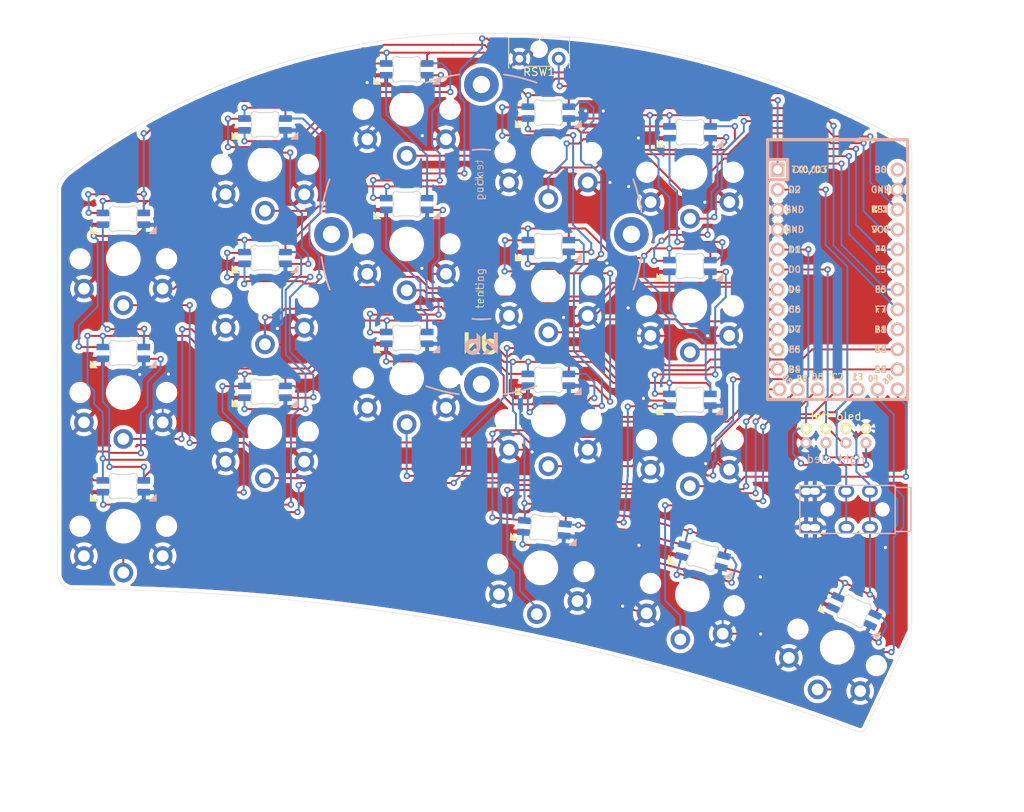
<source format=kicad_pcb>
(kicad_pcb (version 20211014) (generator pcbnew)
  (layers (0 "F.Cu" signal) (31 "B.Cu" signal) (34 "B.Paste" user) (35 "F.Paste" user) (36 "B.SilkS" user "B.Silkscreen") (37 "F.SilkS" user "F.Silkscreen") (38 "B.Mask" user) (39 "F.Mask" user) (44 "Edge.Cuts" user))
  (net 0 "")
  (net 1 "gnd")
  (net 2 "vcc")
  (net 3 "Switch18")
  (net 4 "reset")
  (net 5 "Switch1")
  (net 6 "Switch2")
  (net 7 "Switch3")
  (net 8 "Switch4")
  (net 9 "Switch5")
  (net 10 "Switch6")
  (net 11 "Switch7")
  (net 12 "Switch8")
  (net 13 "Switch9")
  (net 14 "Switch10")
  (net 15 "Switch11")
  (net 16 "Switch12")
  (net 17 "Switch13")
  (net 18 "Switch14")
  (net 19 "Switch15")
  (net 20 "Switch16")
  (net 21 "Switch17")
  (net 22 "raw")
  (net 24 "Net-(D1-Pad2)")
  (net 25 "led")
  (net 26 "Net-(D2-Pad2)")
  (net 27 "data")
  (net 28 "Net-(D16-Pad2)")
  (net 29 "Net-(D3-Pad2)")
  (net 30 "Net-(D17-Pad2)")
  (net 31 "Net-(D4-Pad2)")
  (net 32 "Net-(D5-Pad2)")
  (net 33 "Net-(D6-Pad2)")
  (net 34 "Net-(D10-Pad4)")
  (net 35 "Net-(D11-Pad4)")
  (net 36 "Net-(D12-Pad4)")
  (net 37 "Net-(D10-Pad2)")
  (net 38 "Net-(D11-Pad2)")
  (net 39 "Net-(D12-Pad2)")
  (net 40 "Net-(D13-Pad2)")
  (net 41 "Net-(D14-Pad2)")
  (net 42 "Net-(D15-Pad2)")
  (net 44 "sda")
  (net 45 "scl")
  (net 46 "Net-(D19-Pad2)")
  (net 47 "Net-(D20-Pad2)")
  (net 48 "Net-(D20-Pad4)")
  (net 49 "Net-(D21-Pad2)")
  (net 50 "Net-(D21-Pad4)")
  (net 51 "Net-(D22-Pad2)")
  (net 52 "Net-(D23-Pad2)")
  (net 53 "Net-(D24-Pad2)")
  (net 54 "Net-(D25-Pad2)")
  (net 55 "Net-(D26-Pad2)")
  (net 56 "Net-(D27-Pad2)")
  (net 57 "Net-(D28-Pad2)")
  (net 58 "Net-(D29-Pad2)")
  (net 59 "Net-(D30-Pad2)")
  (net 60 "Net-(D31-Pad2)")
  (net 61 "Net-(D32-Pad2)")
  (net 62 "Net-(D33-Pad2)")
  (footprint "Keebio-Parts:TRRS-PJ-320A" (layer "F.Cu") (at 120.098237 72.712494 -90)
    (fp_text reference "J2")
    (fp_text value "AudioJack4dpb")
  )
  (footprint "Keebio-Parts:SW_Tactile_SPST_Angled_MJTP1117-no-mount" (layer "F.Cu") (at 72.355236 15.404995)
    (fp_text reference "RSW1")
    (fp_text value "SW_Push")
  )
  (footprint "Keebio-Parts:Kailh-PG1350-1u-reversible" (layer "F.Cu") (at 22.030236 40.842495)
    (fp_text reference "SW2")
    (fp_text value "SW_Push" hide)
  )
  (footprint "Keebio-Parts:Kailh-PG1350-1u-reversible" (layer "F.Cu") (at 40.030236 28.842495)
    (fp_text reference "SW3")
    (fp_text value "SW_Push" hide)
  )
  (footprint "Keebio-Parts:Kailh-PG1350-1u-reversible" (layer "F.Cu") (at 58.030236 21.842495)
    (fp_text reference "SW4")
    (fp_text value "SW_Push" hide)
  )
  (footprint "Keebio-Parts:Kailh-PG1350-1u-reversible" (layer "F.Cu") (at 76.030237 27.342495)
    (fp_text reference "SW5")
    (fp_text value "SW_Push" hide)
  )
  (footprint "Keebio-Parts:Kailh-PG1350-1u-reversible" (layer "F.Cu") (at 94.030235 29.842495)
    (fp_text reference "SW6")
    (fp_text value "SW_Push" hide)
  )
  (footprint "Keebio-Parts:Kailh-PG1350-1u-reversible" (layer "F.Cu") (at 22.030236 57.842495)
    (fp_text reference "SW8")
    (fp_text value "SW_Push" hide)
  )
  (footprint "Keebio-Parts:Kailh-PG1350-1u-reversible" (layer "F.Cu") (at 40.030237 45.816495)
    (fp_text reference "SW9")
    (fp_text value "SW_Push" hide)
  )
  (footprint "Keebio-Parts:Kailh-PG1350-1u-reversible" (layer "F.Cu") (at 58.030236 38.958495)
    (fp_text reference "SW10")
    (fp_text value "SW_Push" hide)
  )
  (footprint "Keebio-Parts:Kailh-PG1350-1u-reversible" (layer "F.Cu") (at 76.030236 44.292496)
    (fp_text reference "SW11")
    (fp_text value "SW_Push" hide)
  )
  (footprint "Keebio-Parts:Kailh-PG1350-1u-reversible" (layer "F.Cu") (at 94.010236 46.832496)
    (fp_text reference "SW12")
    (fp_text value "SW_Push" hide)
  )
  (footprint "Keebio-Parts:Kailh-PG1350-1u-reversible" (layer "F.Cu") (at 22.030237 74.842495)
    (fp_text reference "SW14")
    (fp_text value "SW_Push" hide)
  )
  (footprint "Keebio-Parts:Kailh-PG1350-1u-reversible" (layer "F.Cu") (at 40.030236 62.834495)
    (fp_text reference "SW15")
    (fp_text value "SW_Push" hide)
  )
  (footprint "Keebio-Parts:Kailh-PG1350-1u-reversible" (layer "F.Cu") (at 58.030235 55.976495)
    (fp_text reference "SW16")
    (fp_text value "SW_Push" hide)
  )
  (footprint "Keebio-Parts:Kailh-PG1350-1u-reversible" (layer "F.Cu") (at 76.030236 61.310496)
    (fp_text reference "SW17")
    (fp_text value "SW_Push" hide)
  )
  (footprint "Keebio-Parts:Kailh-PG1350-1u-reversible" (layer "F.Cu") (at 94.010236 63.850495)
    (fp_text reference "SW18")
    (fp_text value "SW_Push" hide)
  )
  (footprint "Keebio-Parts:Kailh-PG1350-1u-reversible" (layer "F.Cu") (at 112.730237 90.242494 -25)
    (fp_text reference "SW20")
    (fp_text value "SW_Push" hide)
  )
  (footprint "Keebio-Parts:Kailh-PG1350-1u-reversible" (layer "F.Cu") (at 94.330236 83.542494 -15)
    (fp_text reference "SW21")
    (fp_text value "SW_Push" hide)
  )
  (footprint "kbd:Tenting_Puck2" (layer "F.Cu") (at 67.530236 37.742495)
    (fp_text reference "REF**")
    (fp_text value "Tenting Puck")
  )
  (footprint "sweep36:MX_SK6812MINI-E_REV" (layer "F.Cu") (at 75.080237 80.142494 175)
    (fp_text reference "D12" hide)
    (fp_text value "SK6812MINI-E")
    (fp_line (start 1.699999 4.377158) (end 1.699999 5.782842) (layer "Edge.Cuts") (width 0.1))
    (fp_line (start 0.794452 6.579999) (end -0.794453 6.579999) (layer "Edge.Cuts") (width 0.1))
    (fp_line (start -0.794452 3.58) (end 0.794452 3.58) (layer "Edge.Cuts") (width 0.1))
    (fp_line (start -1.699999 5.782842) (end -1.699999 4.377158) (layer "Edge.Cuts") (width 0.1))
    (fp_arc (start -1.046711 6.648298) (mid -0.925124 6.597376) (end -0.794453 6.579999) (layer "Edge.Cuts") (width 0.1))
    (fp_arc (start -1.699999 5.782843) (mid -1.712527 5.894069) (end -1.749484 5.99972) (layer "Edge.Cuts") (width 0.1))
    (fp_arc (start -1.749484 4.160281) (mid -1.638072 3.575966) (end -1.046711 3.511701) (layer "Edge.Cuts") (width 0.1))
    (fp_arc (start 1.046711 3.511703) (mid 1.63807 3.575966) (end 1.749484 4.16028) (layer "Edge.Cuts") (width 0.1))
    (fp_arc (start 0.794453 6.58) (mid 0.925123 6.597377) (end 1.046711 6.648299) (layer "Edge.Cuts") (width 0.1))
    (fp_arc (start 1.749484 5.99972) (mid 1.638071 6.584035) (end 1.046711 6.648299) (layer "Edge.Cuts") (width 0.1))
    (fp_arc (start 1.699999 4.377157) (mid 1.712527 4.265932) (end 1.749484 4.16028) (layer "Edge.Cuts") (width 0.1))
    (fp_arc (start -1.749484 4.16028) (mid -1.712527 4.265932) (end -1.699999 4.377158) (layer "Edge.Cuts") (width 0.1))
    (fp_arc (start -1.046711 6.648298) (mid -1.63807 6.584034) (end -1.749484 5.99972) (layer "Edge.Cuts") (width 0.1))
    (fp_arc (start 1.749484 5.99972) (mid 1.712527 5.894068) (end 1.699999 5.782842) (layer "Edge.Cuts") (width 0.1))
    (fp_arc (start 1.04671 3.511701) (mid 0.925122 3.562623) (end 0.794452 3.58) (layer "Edge.Cuts") (width 0.1))
    (fp_arc (start -0.794452 3.58) (mid -0.925123 3.562623) (end -1.046711 3.511701) (layer "Edge.Cuts") (width 0.1))
  )
  (footprint "sweep36:MX_SK6812MINI-E_REV" (layer "F.Cu") (at 40.030236 28.842495 180)
    (fp_text reference "D16" hide)
    (fp_text value "SK6812MINI-E")
    (fp_line (start 1.699999 4.377158) (end 1.699999 5.782842) (layer "Edge.Cuts") (width 0.1))
    (fp_line (start -1.699999 5.782842) (end -1.699999 4.377158) (layer "Edge.Cuts") (width 0.1))
    (fp_line (start 0.794452 6.579999) (end -0.794453 6.579999) (layer "Edge.Cuts") (width 0.1))
    (fp_line (start -0.794452 3.58) (end 0.794452 3.58) (layer "Edge.Cuts") (width 0.1))
    (fp_arc (start 1.04671 3.511701) (mid 0.925122 3.562623) (end 0.794452 3.58) (layer "Edge.Cuts") (width 0.1))
    (fp_arc (start -1.699999 5.782843) (mid -1.712527 5.894068) (end -1.749484 5.99972) (layer "Edge.Cuts") (width 0.1))
    (fp_arc (start -1.749484 4.160281) (mid -1.638072 3.575965) (end -1.046711 3.511701) (layer "Edge.Cuts") (width 0.1))
    (fp_arc (start -1.046711 6.648298) (mid -0.925123 6.597376) (end -0.794453 6.579999) (layer "Edge.Cuts") (width 0.1))
    (fp_arc (start -1.749484 4.16028) (mid -1.712527 4.265932) (end -1.699999 4.377158) (layer "Edge.Cuts") (width 0.1))
    (fp_arc (start 1.699999 4.377157) (mid 1.712527 4.265932) (end 1.749484 4.16028) (layer "Edge.Cuts") (width 0.1))
    (fp_arc (start 1.749484 5.99972) (mid 1.712527 5.894068) (end 1.699999 5.782842) (layer "Edge.Cuts") (width 0.1))
    (fp_arc (start 1.749484 5.99972) (mid 1.638071 6.584035) (end 1.046711 6.648299) (layer "Edge.Cuts") (width 0.1))
    (fp_arc (start -1.046711 6.648298) (mid -1.638071 6.584034) (end -1.749484 5.99972) (layer "Edge.Cuts") (width 0.1))
    (fp_arc (start -0.794452 3.58) (mid -0.925123 3.562623) (end -1.046711 3.511701) (layer "Edge.Cuts") (width 0.1))
    (fp_arc (start 0.794453 6.58) (mid 0.925123 6.597377) (end 1.046711 6.648299) (layer "Edge.Cuts") (width 0.1))
    (fp_arc (start 1.046711 3.511703) (mid 1.63807 3.575966) (end 1.749484 4.16028) (layer "Edge.Cuts") (width 0.1))
  )
  (footprint "sweep36:MX_SK6812MINI-E_REV" (layer "F.Cu") (at 58.030235 55.976495 180)
    (fp_text reference "D8" hide)
    (fp_text value "SK6812MINI-E")
    (fp_line (start 1.699999 4.377158) (end 1.699999 5.782842) (layer "Edge.Cuts") (width 0.1))
    (fp_line (start -1.699999 5.782842) (end -1.699999 4.377158) (layer "Edge.Cuts") (width 0.1))
    (fp_line (start 0.794452 6.579999) (end -0.794453 6.579999) (layer "Edge.Cuts") (width 0.1))
    (fp_line (start -0.794452 3.58) (end 0.794452 3.58) (layer "Edge.Cuts") (width 0.1))
    (fp_arc (start -1.749484 4.160281) (mid -1.638072 3.575965) (end -1.046711 3.511701) (layer "Edge.Cuts") (width 0.1))
    (fp_arc (start -1.046711 6.648298) (mid -1.638071 6.584034) (end -1.749484 5.99972) (layer "Edge.Cuts") (width 0.1))
    (fp_arc (start 1.04671 3.511701) (mid 0.925122 3.562623) (end 0.794452 3.58) (layer "Edge.Cuts") (width 0.1))
    (fp_arc (start 1.046711 3.511703) (mid 1.63807 3.575966) (end 1.749484 4.16028) (layer "Edge.Cuts") (width 0.1))
    (fp_arc (start 1.699999 4.377157) (mid 1.712527 4.265932) (end 1.749484 4.16028) (layer "Edge.Cuts") (width 0.1))
    (fp_arc (start 1.749484 5.99972) (mid 1.638071 6.584035) (end 1.046711 6.648299) (layer "Edge.Cuts") (width 0.1))
    (fp_arc (start -1.749484 4.16028) (mid -1.712527 4.265932) (end -1.699999 4.377158) (layer "Edge.Cuts") (width 0.1))
    (fp_arc (start 0.794453 6.58) (mid 0.925123 6.597377) (end 1.046711 6.648299) (layer "Edge.Cuts") (width 0.1))
    (fp_arc (start -1.046711 6.648298) (mid -0.925123 6.597376) (end -0.794453 6.579999) (layer "Edge.Cuts") (width 0.1))
    (fp_arc (start -1.699999 5.782843) (mid -1.712527 5.894068) (end -1.749484 5.99972) (layer "Edge.Cuts") (width 0.1))
    (fp_arc (start -0.794452 3.58) (mid -0.925123 3.562623) (end -1.046711 3.511701) (layer "Edge.Cuts") (width 0.1))
    (fp_arc (start 1.749484 5.99972) (mid 1.712527 5.894068) (end 1.699999 5.782842) (layer "Edge.Cuts") (width 0.1))
  )
  (footprint "sweep36:MX_SK6812MINI-E_REV" (layer "F.Cu") (at 58.030236 21.842495 180)
    (fp_text reference "D2" hide)
    (fp_text value "SK6812MINI-E")
    (fp_line (start 1.699999 4.377158) (end 1.699999 5.782842) (layer "Edge.Cuts") (width 0.1))
    (fp_line (start -1.699999 5.782842) (end -1.699999 4.377158) (layer "Edge.Cuts") (width 0.1))
    (fp_line (start -0.794452 3.58) (end 0.794452 3.58) (layer "Edge.Cuts") (width 0.1))
    (fp_line (start 0.794452 6.579999) (end -0.794453 6.579999) (layer "Edge.Cuts") (width 0.1))
    (fp_arc (start 1.046711 3.511703) (mid 1.63807 3.575966) (end 1.749484 4.16028) (layer "Edge.Cuts") (width 0.1))
    (fp_arc (start -1.046711 6.648298) (mid -1.638071 6.584034) (end -1.749484 5.99972) (layer "Edge.Cuts") (width 0.1))
    (fp_arc (start -1.749484 4.160281) (mid -1.638072 3.575965) (end -1.046711 3.511701) (layer "Edge.Cuts") (width 0.1))
    (fp_arc (start 0.794453 6.58) (mid 0.925123 6.597377) (end 1.046711 6.648299) (layer "Edge.Cuts") (width 0.1))
    (fp_arc (start -0.794452 3.58) (mid -0.925123 3.562623) (end -1.046711 3.511701) (layer "Edge.Cuts") (width 0.1))
    (fp_arc (start -1.046711 6.648298) (mid -0.925123 6.597376) (end -0.794453 6.579999) (layer "Edge.Cuts") (width 0.1))
    (fp_arc (start 1.749484 5.99972) (mid 1.638071 6.584035) (end 1.046711 6.648299) (layer "Edge.Cuts") (width 0.1))
    (fp_arc (start -1.699999 5.782843) (mid -1.712527 5.894068) (end -1.749484 5.99972) (layer "Edge.Cuts") (width 0.1))
    (fp_arc (start 1.699999 4.377157) (mid 1.712527 4.265932) (end 1.749484 4.16028) (layer "Edge.Cuts") (width 0.1))
    (fp_arc (start 1.04671 3.511701) (mid 0.925122 3.562623) (end 0.794452 3.58) (layer "Edge.Cuts") (width 0.1))
    (fp_arc (start -1.749484 4.16028) (mid -1.712527 4.265932) (end -1.699999 4.377158) (layer "Edge.Cuts") (width 0.1))
    (fp_arc (start 1.749484 5.99972) (mid 1.712527 5.894068) (end 1.699999 5.782842) (layer "Edge.Cuts") (width 0.1))
  )
  (footprint "sweep36:MX_SK6812MINI-E_REV" (layer "F.Cu") (at 94.330236 83.542494 165)
    (fp_text reference "D15" hide)
    (fp_text value "SK6812MINI-E")
    (fp_line (start 0.794452 6.579999) (end -0.794453 6.579999) (layer "Edge.Cuts") (width 0.1))
    (fp_line (start -1.699999 5.782842) (end -1.699999 4.377158) (layer "Edge.Cuts") (width 0.1))
    (fp_line (start -0.794452 3.58) (end 0.794452 3.58) (layer "Edge.Cuts") (width 0.1))
    (fp_line (start 1.699999 4.377158) (end 1.699999 5.782842) (layer "Edge.Cuts") (width 0.1))
    (fp_arc (start 1.04671 3.511701) (mid 0.925122 3.562623) (end 0.794452 3.58) (layer "Edge.Cuts") (width 0.1))
    (fp_arc (start 1.699999 4.377157) (mid 1.712527 4.265932) (end 1.749484 4.16028) (layer "Edge.Cuts") (width 0.1))
    (fp_arc (start 1.046711 3.511703) (mid 1.63807 3.575966) (end 1.749484 4.16028) (layer "Edge.Cuts") (width 0.1))
    (fp_arc (start 1.749484 5.99972) (mid 1.638071 6.584035) (end 1.046711 6.648299) (layer "Edge.Cuts") (width 0.1))
    (fp_arc (start -1.699999 5.782843) (mid -1.712527 5.894069) (end -1.749484 5.99972) (layer "Edge.Cuts") (width 0.1))
    (fp_arc (start -0.794452 3.58) (mid -0.925122 3.562623) (end -1.046711 3.511701) (layer "Edge.Cuts") (width 0.1))
    (fp_arc (start 0.794453 6.58) (mid 0.925123 6.597377) (end 1.046711 6.648299) (layer "Edge.Cuts") (width 0.1))
    (fp_arc (start -1.046711 6.648298) (mid -0.925124 6.597376) (end -0.794453 6.579999) (layer "Edge.Cuts") (width 0.1))
    (fp_arc (start -1.046711 6.648298) (mid -1.63807 6.584034) (end -1.749484 5.99972) (layer "Edge.Cuts") (width 0.1))
    (fp_arc (start 1.749484 5.99972) (mid 1.712527 5.894068) (end 1.699999 5.782842) (layer "Edge.Cuts") (width 0.1))
    (fp_arc (start -1.749484 4.160281) (mid -1.638072 3.575965) (end -1.046711 3.511701) (layer "Edge.Cuts") (width 0.1))
    (fp_arc (start -1.749484 4.16028) (mid -1.712527 4.265932) (end -1.699999 4.377158) (layer "Edge.Cuts") (width 0.1))
  )
  (footprint "sweep36:MX_SK6812MINI-E_REV" (layer "F.Cu") (at 76.030236 61.310496 180)
    (fp_text reference "D11" hide)
    (fp_text value "SK6812MINI-E")
    (fp_line (start 1.699999 4.377158) (end 1.699999 5.782842) (layer "Edge.Cuts") (width 0.1))
    (fp_line (start 0.794452 6.579999) (end -0.794453 6.579999) (layer "Edge.Cuts") (width 0.1))
    (fp_line (start -1.699999 5.782842) (end -1.699999 4.377158) (layer "Edge.Cuts") (width 0.1))
    (fp_line (start -0.794452 3.58) (end 0.794452 3.58) (layer "Edge.Cuts") (width 0.1))
    (fp_arc (start 1.04671 3.511701) (mid 0.925122 3.562623) (end 0.794452 3.58) (layer "Edge.Cuts") (width 0.1))
    (fp_arc (start 1.749484 5.99972) (mid 1.712527 5.894068) (end 1.699999 5.782842) (layer "Edge.Cuts") (width 0.1))
    (fp_arc (start -0.794452 3.58) (mid -0.925123 3.562623) (end -1.046711 3.511701) (layer "Edge.Cuts") (width 0.1))
    (fp_arc (start -1.749484 4.16028) (mid -1.712527 4.265932) (end -1.699999 4.377158) (layer "Edge.Cuts") (width 0.1))
    (fp_arc (start -1.699999 5.782843) (mid -1.712527 5.894068) (end -1.749484 5.99972) (layer "Edge.Cuts") (width 0.1))
    (fp_arc (start -1.749484 4.160281) (mid -1.638072 3.575965) (end -1.046711 3.511701) (layer "Edge.Cuts") (width 0.1))
    (fp_arc (start 1.699999 4.377157) (mid 1.712527 4.265932) (end 1.749484 4.16028) (layer "Edge.Cuts") (width 0.1))
    (fp_arc (start 1.046711 3.511703) (mid 1.63807 3.575966) (end 1.749484 4.16028) (layer "Edge.Cuts") (width 0.1))
    (fp_arc (start -1.046711 6.648298) (mid -0.925123 6.597376) (end -0.794453 6.579999) (layer "Edge.Cuts") (width 0.1))
    (fp_arc (start 1.749484 5.99972) (mid 1.638071 6.584035) (end 1.046711 6.648299) (layer "Edge.Cuts") (width 0.1))
    (fp_arc (start -1.046711 6.648298) (mid -1.638071 6.584034) (end -1.749484 5.99972) (layer "Edge.Cuts") (width 0.1))
    (fp_arc (start 0.794453 6.58) (mid 0.925123 6.597377) (end 1.046711 6.648299) (layer "Edge.Cuts") (width 0.1))
  )
  (footprint "Keebio-Parts:Elite-C" (layer "F.Cu") (at 112.780235 43.479246 -90)
    (fp_text reference "U2" hide)
    (fp_text value "Elite-C" hide)
  )
  (footprint "sweep36:MX_SK6812MINI-E_REV" (layer "F.Cu") (at 76.030236 44.292496 180)
    (fp_text reference "D14" hide)
    (fp_text value "SK6812MINI-E")
    (fp_line (start -0.794452 3.58) (end 0.794452 3.58) (layer "Edge.Cuts") (width 0.1))
    (fp_line (start 1.699999 4.377158) (end 1.699999 5.782842) (layer "Edge.Cuts") (width 0.1))
    (fp_line (start -1.699999 5.782842) (end -1.699999 4.377158) (layer "Edge.Cuts") (width 0.1))
    (fp_line (start 0.794452 6.579999) (end -0.794453 6.579999) (layer "Edge.Cuts") (width 0.1))
    (fp_arc (start -1.046711 6.648298) (mid -0.925123 6.597376) (end -0.794453 6.579999) (layer "Edge.Cuts") (width 0.1))
    (fp_arc (start 1.699999 4.377157) (mid 1.712527 4.265932) (end 1.749484 4.16028) (layer "Edge.Cuts") (width 0.1))
    (fp_arc (start 1.046711 3.511703) (mid 1.63807 3.575966) (end 1.749484 4.16028) (layer "Edge.Cuts") (width 0.1))
    (fp_arc (start 0.794453 6.58) (mid 0.925123 6.597377) (end 1.046711 6.648299) (layer "Edge.Cuts") (width 0.1))
    (fp_arc (start 1.749484 5.99972) (mid 1.712527 5.894068) (end 1.699999 5.782842) (layer "Edge.Cuts") (width 0.1))
    (fp_arc (start -1.749484 4.160281) (mid -1.638072 3.575965) (end -1.046711 3.511701) (layer "Edge.Cuts") (width 0.1))
    (fp_arc (start -0.794452 3.58) (mid -0.925123 3.562623) (end -1.046711 3.511701) (layer "Edge.Cuts") (width 0.1))
    (fp_arc (start 1.749484 5.99972) (mid 1.638071 6.584035) (end 1.046711 6.648299) (layer "Edge.Cuts") (width 0.1))
    (fp_arc (start 1.04671 3.511701) (mid 0.925122 3.562623) (end 0.794452 3.58) (layer "Edge.Cuts") (width 0.1))
    (fp_arc (start -1.699999 5.782843) (mid -1.712527 5.894068) (end -1.749484 5.99972) (layer "Edge.Cuts") (width 0.1))
    (fp_arc (start -1.046711 6.648298) (mid -1.638071 6.584034) (end -1.749484 5.99972) (layer "Edge.Cuts") (width 0.1))
    (fp_arc (start -1.749484 4.16028) (mid -1.712527 4.265932) (end -1.699999 4.377158) (layer "Edge.Cuts") (width 0.1))
  )
  (footprint "sweep36:MX_SK6812MINI-E_REV" (layer "F.Cu") (at 40.030236 62.834495 180)
    (fp_text reference "D10" hide)
    (fp_text value "SK6812MINI-E")
    (fp_line (start 0.794452 6.579999) (end -0.794453 6.579999) (layer "Edge.Cuts") (width 0.1))
    (fp_line (start -0.794452 3.58) (end 0.794452 3.58) (layer "Edge.Cuts") (width 0.1))
    (fp_line (start 1.699999 4.377158) (end 1.699999 5.782842) (layer "Edge.Cuts") (width 0.1))
    (fp_line (start -1.699999 5.782842) (end -1.699999 4.377158) (layer "Edge.Cuts") (width 0.1))
    (fp_arc (start -1.699999 5.782843) (mid -1.712527 5.894068) (end -1.749484 5.99972) (layer "Edge.Cuts") (width 0.1))
    (fp_arc (start -1.749484 4.160281) (mid -1.638072 3.575965) (end -1.046711 3.511701) (layer "Edge.Cuts") (width 0.1))
    (fp_arc (start -0.794452 3.58) (mid -0.925123 3.562623) (end -1.046711 3.511701) (layer "Edge.Cuts") (width 0.1))
    (fp_arc (start -1.046711 6.648298) (mid -0.925123 6.597376) (end -0.794453 6.579999) (layer "Edge.Cuts") (width 0.1))
    (fp_arc (start 1.04671 3.511701) (mid 0.925122 3.562623) (end 0.794452 3.58) (layer "Edge.Cuts") (width 0.1))
    (fp_arc (start 1.046711 3.511703) (mid 1.63807 3.575966) (end 1.749484 4.16028) (layer "Edge.Cuts") (width 0.1))
    (fp_arc (start -1.749484 4.16028) (mid -1.712527 4.265932) (end -1.699999 4.377158) (layer "Edge.Cuts") (width 0.1))
    (fp_arc (start 1.749484 5.99972) (mid 1.638071 6.584035) (end 1.046711 6.648299) (layer "Edge.Cuts") (width 0.1))
    (fp_arc (start 1.699999 4.377157) (mid 1.712527 4.265932) (end 1.749484 4.16028) (layer "Edge.Cuts") (width 0.1))
    (fp_arc (start 0.794453 6.58) (mid 0.925123 6.597377) (end 1.046711 6.648299) (layer "Edge.Cuts") (width 0.1))
    (fp_arc (start 1.749484 5.99972) (mid 1.712527 5.894068) (end 1.699999 5.782842) (layer "Edge.Cuts") (width 0.1))
    (fp_arc (start -1.046711 6.648298) (mid -1.638071 6.584034) (end -1.749484 5.99972) (layer "Edge.Cuts") (width 0.1))
  )
  (footprint "sweep36:MX_SK6812MINI-E_REV" (layer "F.Cu") (at 22.030236 40.842495 180)
    (fp_text reference "D1" hide)
    (fp_text value "SK6812MINI-E")
    (fp_line (start 1.699999 4.377158) (end 1.699999 5.782842) (layer "Edge.Cuts") (width 0.1))
    (fp_line (start -1.699999 5.782842) (end -1.699999 4.377158) (layer "Edge.Cuts") (width 0.1))
    (fp_line (start -0.794452 3.58) (end 0.794452 3.58) (layer "Edge.Cuts") (width 0.1))
    (fp_line (start 0.794452 6.579999) (end -0.794453 6.579999) (layer "Edge.Cuts") (width 0.1))
    (fp_arc (start 1.749484 5.99972) (mid 1.638071 6.584035) (end 1.046711 6.648299) (layer "Edge.Cuts") (width 0.1))
    (fp_arc (start -1.046711 6.648298) (mid -0.925123 6.597376) (end -0.794453 6.579999) (layer "Edge.Cuts") (width 0.1))
    (fp_arc (start 1.04671 3.511701) (mid 0.925122 3.562623) (end 0.794452 3.58) (layer "Edge.Cuts") (width 0.1))
    (fp_arc (start -0.794452 3.58) (mid -0.925123 3.562623) (end -1.046711 3.511701) (layer "Edge.Cuts") (width 0.1))
    (fp_arc (start -1.749484 4.16028) (mid -1.712527 4.265932) (end -1.699999 4.377158) (layer "Edge.Cuts") (width 0.1))
    (fp_arc (start -1.046711 6.648298) (mid -1.638071 6.584034) (end -1.749484 5.99972) (layer "Edge.Cuts") (width 0.1))
    (fp_arc (start 1.046711 3.511703) (mid 1.63807 3.575966) (end 1.749484 4.16028) (layer "Edge.Cuts") (width 0.1))
    (fp_arc (start -1.749484 4.160281) (mid -1.638072 3.575965) (end -1.046711 3.511701) (layer "Edge.Cuts") (width 0.1))
    (fp_arc (start -1.699999 5.782843) (mid -1.712527 5.894068) (end -1.749484 5.99972) (layer "Edge.Cuts") (width 0.1))
    (fp_arc (start 0.794453 6.58) (mid 0.925123 6.597377) (end 1.046711 6.648299) (layer "Edge.Cuts") (width 0.1))
    (fp_arc (start 1.749484 5.99972) (mid 1.712527 5.894068) (end 1.699999 5.782842) (layer "Edge.Cuts") (width 0.1))
    (fp_arc (start 1.699999 4.377157) (mid 1.712527 4.265932) (end 1.749484 4.16028) (layer "Edge.Cuts") (width 0.1))
  )
  (footprint "sweep36:MX_SK6812MINI-E_REV" (layer "F.Cu") (at 94.010236 63.850495 180)
    (fp_text reference "D9" hide)
    (fp_text value "SK6812MINI-E")
    (fp_line (start 0.794452 6.579999) (end -0.794453 6.579999) (layer "Edge.Cuts") (width 0.1))
    (fp_line (start 1.699999 4.377158) (end 1.699999 5.782842) (layer "Edge.Cuts") (width 0.1))
    (fp_line (start -0.794452 3.58) (end 0.794452 3.58) (layer "Edge.Cuts") (width 0.1))
    (fp_line (start -1.699999 5.782842) (end -1.699999 4.377158) (layer "Edge.Cuts") (width 0.1))
    (fp_arc (start 1.749484 5.99972) (mid 1.638071 6.584035) (end 1.046711 6.648299) (layer "Edge.Cuts") (width 0.1))
    (fp_arc (start -1.749484 4.16028) (mid -1.712527 4.265932) (end -1.699999 4.377158) (layer "Edge.Cuts") (width 0.1))
    (fp_arc (start 1.699999 4.377157) (mid 1.712527 4.265932) (end 1.749484 4.16028) (layer "Edge.Cuts") (width 0.1))
    (fp_arc (start -0.794452 3.58) (mid -0.925123 3.562623) (end -1.046711 3.511701) (layer "Edge.Cuts") (width 0.1))
    (fp_arc (start -1.046711 6.648298) (mid -1.638071 6.584034) (end -1.749484 5.99972) (layer "Edge.Cuts") (width 0.1))
    (fp_arc (start 1.046711 3.511703) (mid 1.63807 3.575966) (end 1.749484 4.16028) (layer "Edge.Cuts") (width 0.1))
    (fp_arc (start 1.04671 3.511701) (mid 0.925122 3.562623) (end 0.794452 3.58) (layer "Edge.Cuts") (width 0.1))
    (fp_arc (start -1.046711 6.648298) (mid -0.925123 6.597376) (end -0.794453 6.579999) (layer "Edge.Cuts") (width 0.1))
    (fp_arc (start 0.794453 6.58) (mid 0.925123 6.597377) (end 1.046711 6.648299) (layer "Edge.Cuts") (width 0.1))
    (fp_arc (start 1.749484 5.99972) (mid 1.712527 5.894068) (end 1.699999 5.782842) (layer "Edge.Cuts") (width 0.1))
    (fp_arc (start -1.699999 5.782843) (mid -1.712527 5.894068) (end -1.749484 5.99972) (layer "Edge.Cuts") (width 0.1))
    (fp_arc (start -1.749484 4.160281) (mid -1.638072 3.575965) (end -1.046711 3.511701) (layer "Edge.Cuts") (width 0.1))
  )
  (footprint "sweep36:MX_SK6812MINI-E_REV" (layer "F.Cu") (at 76.030237 27.342495 180)
    (fp_text reference "D17" hide)
    (fp_text value "SK6812MINI-E")
    (fp_line (start 1.699999 4.377158) (end 1.699999 5.782842) (layer "Edge.Cuts") (width 0.1))
    (fp_line (start -1.699999 5.782842) (end -1.699999 4.377158) (layer "Edge.Cuts") (width 0.1))
    (fp_line (start -0.794452 3.58) (end 0.794452 3.58) (layer "Edge.Cuts") (width 0.1))
    (fp_line (start 0.794452 6.579999) (end -0.794453 6.579999) (layer "Edge.Cuts") (width 0.1))
    (fp_arc (start 1.749484 5.99972) (mid 1.638071 6.584035) (end 1.046711 6.648299) (layer "Edge.Cuts") (width 0.1))
    (fp_arc (start 1.749484 5.99972) (mid 1.712527 5.894068) (end 1.699999 5.782842) (layer "Edge.Cuts") (width 0.1))
    (fp_arc (start 0.794453 6.58) (mid 0.925123 6.597377) (end 1.046711 6.648299) (layer "Edge.Cuts") (width 0.1))
    (fp_arc (start 1.046711 3.511703) (mid 1.63807 3.575966) (end 1.749484 4.16028) (layer "Edge.Cuts") (width 0.1))
    (fp_arc (start -1.699999 5.782843) (mid -1.712527 5.894068) (end -1.749484 5.99972) (layer "Edge.Cuts") (width 0.1))
    (fp_arc (start -1.749484 4.160281) (mid -1.638072 3.575965) (end -1.046711 3.511701) (layer "Edge.Cuts") (width 0.1))
    (fp_arc (start -0.794452 3.58) (mid -0.925123 3.562623) (end -1.046711 3.511701) (layer "Edge.Cuts") (width 0.1))
    (fp_arc (start 1.04671 3.511701) (mid 0.925122 3.562623) (end 0.794452 3.58) (layer "Edge.Cuts") (width 0.1))
    (fp_arc (start -1.749484 4.16028) (mid -1.712527 4.265932) (end -1.699999 4.377158) (layer "Edge.Cuts") (width 0.1))
    (fp_arc (start -1.046711 6.648298) (mid -0.925123 6.597376) (end -0.794453 6.579999) (layer "Edge.Cuts") (width 0.1))
    (fp_arc (start -1.046711 6.648298) (mid -1.638071 6.584034) (end -1.749484 5.99972) (layer "Edge.Cuts") (width 0.1))
    (fp_arc (start 1.699999 4.377157) (mid 1.712527 4.265932) (end 1.749484 4.16028) (layer "Edge.Cuts") (width 0.1))
  )
  (footprint "sweep36:MX_SK6812MINI-E_REV" (layer "F.Cu") (at 112.730237 90.242494 155)
    (fp_text reference "D18" hide)
    (fp_text value "SK6812MINI-E")
    (fp_line (start -1.699999 5.782842) (end -1.699999 4.377158) (layer "Edge.Cuts") (width 0.1))
    (fp_line (start 1.699999 4.377158) (end 1.699999 5.782842) (layer "Edge.Cuts") (width 0.1))
    (fp_line (start 0.794452 6.579999) (end -0.794453 6.579999) (layer "Edge.Cuts") (width 0.1))
    (fp_line (start -0.794452 3.58) (end 0.794452 3.58) (layer "Edge.Cuts") (width 0.1))
    (fp_arc (start 1.04671 3.511701) (mid 0.925123 3.562623) (end 0.794452 3.58) (layer "Edge.Cuts") (width 0.1))
    (fp_arc (start 1.046711 3.511703) (mid 1.63807 3.575966) (end 1.749484 4.16028) (layer "Edge.Cuts") (width 0.1))
    (fp_arc (start -1.749484 4.160281) (mid -1.638072 3.575965) (end -1.046711 3.511701) (layer "Edge.Cuts") (width 0.1))
    (fp_arc (start -1.046711 6.648298) (mid -1.638071 6.584034) (end -1.749484 5.99972) (layer "Edge.Cuts") (width 0.1))
    (fp_arc (start -0.794452 3.58) (mid -0.925123 3.562623) (end -1.046711 3.511701) (layer "Edge.Cuts") (width 0.1))
    (fp_arc (start 0.794453 6.58) (mid 0.925123 6.597377) (end 1.046711 6.648299) (layer "Edge.Cuts") (width 0.1))
    (fp_arc (start 1.749484 5.99972) (mid 1.712527 5.894068) (end 1.699999 5.782842) (layer "Edge.Cuts") (width 0.1))
    (fp_arc (start 1.699999 4.377157) (mid 1.712527 4.265931) (end 1.749484 4.16028) (layer "Edge.Cuts") (width 0.1))
    (fp_arc (start 1.749484 5.99972) (mid 1.638071 6.584035) (end 1.046711 6.648299) (layer "Edge.Cuts") (width 0.1))
    (fp_arc (start -1.699999 5.782843) (mid -1.712527 5.894068) (end -1.749484 5.99972) (layer "Edge.Cuts") (width 0.1))
    (fp_arc (start -1.749484 4.16028) (mid -1.712527 4.265932) (end -1.699999 4.377158) (layer "Edge.Cuts") (width 0.1))
    (fp_arc (start -1.046711 6.648298) (mid -0.925124 6.597376) (end -0.794453 6.579999) (layer "Edge.Cuts") (width 0.1))
  )
  (footprint "sweep36:MX_SK6812MINI-E_REV" (layer "F.Cu") (at 22.030236 57.892495 180)
    (fp_text reference "D4" hide)
    (fp_text value "SK6812MINI-E")
    (fp_line (start 1.699999 4.377158) (end 1.699999 5.782842) (layer "Edge.Cuts") (width 0.1))
    (fp_line (start -0.794452 3.58) (end 0.794452 3.58) (layer "Edge.Cuts") (width 0.1))
    (fp_line (start 0.794452 6.579999) (end -0.794453 6.579999) (layer "Edge.Cuts") (width 0.1))
    (fp_line (start -1.699999 5.782842) (end -1.699999 4.377158) (layer "Edge.Cuts") (width 0.1))
    (fp_arc (start -0.794452 3.58) (mid -0.925123 3.562623) (end -1.046711 3.511701) (layer "Edge.Cuts") (width 0.1))
    (fp_arc (start 0.794453 6.58) (mid 0.925123 6.597377) (end 1.046711 6.648299) (layer "Edge.Cuts") (width 0.1))
    (fp_arc (start -1.749484 4.160281) (mid -1.638072 3.575965) (end -1.046711 3.511701) (layer "Edge.Cuts") (width 0.1))
    (fp_arc (start -1.699999 5.782843) (mid -1.712527 5.894068) (end -1.749484 5.99972) (layer "Edge.Cuts") (width 0.1))
    (fp_arc (start 1.749484 5.99972) (mid 1.638071 6.584035) (end 1.046711 6.648299) (layer "Edge.Cuts") (width 0.1))
    (fp_arc (start -1.046711 6.648298) (mid -1.638071 6.584034) (end -1.749484 5.99972) (layer "Edge.Cuts") (width 0.1))
    (fp_arc (start 1.04671 3.511701) (mid 0.925122 3.562623) (end 0.794452 3.58) (layer "Edge.Cuts") (width 0.1))
    (fp_arc (start 1.046711 3.511703) (mid 1.63807 3.575966) (end 1.749484 4.16028) (layer "Edge.Cuts") (width 0.1))
    (fp_arc (start -1.046711 6.648298) (mid -0.925123 6.597376) (end -0.794453 6.579999) (layer "Edge.Cuts") (width 0.1))
    (fp_arc (start 1.749484 5.99972) (mid 1.712527 5.894068) (end 1.699999 5.782842) (layer "Edge.Cuts") (width 0.1))
    (fp_arc (start 1.699999 4.377157) (mid 1.712527 4.265932) (end 1.749484 4.16028) (layer "Edge.Cuts") (width 0.1))
    (fp_arc (start -1.749484 4.16028) (mid -1.712527 4.265932) (end -1.699999 4.377158) (layer "Edge.Cuts") (width 0.1))
  )
  (footprint "sweep36:MX_SK6812MINI-E_REV" (layer "F.Cu") (at 94.030235 29.842495 180)
    (fp_text reference "D3" hide)
    (fp_text value "SK6812MINI-E")
    (fp_line (start 0.794452 6.579999) (end -0.794453 6.579999) (layer "Edge.Cuts") (width 0.1))
    (fp_line (start -1.699999 5.782842) (end -1.699999 4.377158) (layer "Edge.Cuts") (width 0.1))
    (fp_line (start -0.794452 3.58) (end 0.794452 3.58) (layer "Edge.Cuts") (width 0.1))
    (fp_line (start 1.699999 4.377158) (end 1.699999 5.782842) (layer "Edge.Cuts") (width 0.1))
    (fp_arc (start 1.749484 5.99972) (mid 1.712527 5.894068) (end 1.699999 5.782842) (layer "Edge.Cuts") (width 0.1))
    (fp_arc (start 1.046711 3.511703) (mid 1.63807 3.575966) (end 1.749484 4.16028) (layer "Edge.Cuts") (width 0.1))
    (fp_arc (start 0.794453 6.58) (mid 0.925123 6.597377) (end 1.046711 6.648299) (layer "Edge.Cuts") (width 0.1))
    (fp_arc (start -0.794452 3.58) (mid -0.925123 3.562623) (end -1.046711 3.511701) (layer "Edge.Cuts") (width 0.1))
    (fp_arc (start -1.046711 6.648298) (mid -0.925123 6.597376) (end -0.794453 6.579999) (layer "Edge.Cuts") (width 0.1))
    (fp_arc (start -1.749484 4.16028) (mid -1.712527 4.265932) (end -1.699999 4.377158) (layer "Edge.Cuts") (width 0.1))
    (fp_arc (start 1.749484 5.99972) (mid 1.638071 6.584035) (end 1.046711 6.648299) (layer "Edge.Cuts") (width 0.1))
    (fp_arc (start -1.046711 6.648298) (mid -1.638071 6.584034) (end -1.749484 5.99972) (layer "Edge.Cuts") (width 0.1))
    (fp_arc (start -1.749484 4.160281) (mid -1.638072 3.575965) (end -1.046711 3.511701) (layer "Edge.Cuts") (width 0.1))
    (fp_arc (start -1.699999 5.782843) (mid -1.712527 5.894068) (end -1.749484 5.99972) (layer "Edge.Cuts") (width 0.1))
    (fp_arc (start 1.699999 4.377157) (mid 1.712527 4.265932) (end 1.749484 4.16028) (layer "Edge.Cuts") (width 0.1))
    (fp_arc (start 1.04671 3.511701) (mid 0.925122 3.562623) (end 0.794452 3.58) (layer "Edge.Cuts") (width 0.1))
  )
  (footprint "sweep36:MX_SK6812MINI-E_REV" (layer "F.Cu") (at 22.030237 74.842495 180)
    (fp_text reference "D7" hide)
    (fp_text value "SK6812MINI-E")
    (fp_line (start 0.794452 6.579999) (end -0.794453 6.579999) (layer "Edge.Cuts") (width 0.1))
    (fp_line (start -1.699999 5.782842) (end -1.699999 4.377158) (layer "Edge.Cuts") (width 0.1))
    (fp_line (start -0.794452 3.58) (end 0.794452 3.58) (layer "Edge.Cuts") (width 0.1))
    (fp_line (start 1.699999 4.377158) (end 1.699999 5.782842) (layer "Edge.Cuts") (width 0.1))
    (fp_arc (start -1.749484 4.160281) (mid -1.638072 3.575965) (end -1.046711 3.511701) (layer "Edge.Cuts") (width 0.1))
    (fp_arc (start 1.04671 3.511701) (mid 0.925122 3.562623) (end 0.794452 3.58) (layer "Edge.Cuts") (width 0.1))
    (fp_arc (start 1.749484 5.99972) (mid 1.712527 5.894068) (end 1.699999 5.782842) (layer "Edge.Cuts") (width 0.1))
    (fp_arc (start -1.699999 5.782843) (mid -1.712527 5.894068) (end -1.749484 5.99972) (layer "Edge.Cuts") (width 0.1))
    (fp_arc (start 1.046711 3.511703) (mid 1.63807 3.575966) (end 1.749484 4.16028) (layer "Edge.Cuts") (width 0.1))
    (fp_arc (start 0.794453 6.58) (mid 0.925123 6.597377) (end 1.046711 6.648299) (layer "Edge.Cuts") (width 0.1))
    (fp_arc (start 1.749484 5.99972) (mid 1.638071 6.584035) (end 1.046711 6.648299) (layer "Edge.Cuts") (width 0.1))
    (fp_arc (start -1.046711 6.648298) (mid -1.638071 6.584034) (end -1.749484 5.99972) (layer "Edge.Cuts") (width 0.1))
    (fp_arc (start 1.699999 4.377157) (mid 1.712527 4.265932) (end 1.749484 4.16028) (layer "Edge.Cuts") (width 0.1))
    (fp_arc (start -0.794452 3.58) (mid -0.925123 3.562623) (end -1.046711 3.511701) (layer "Edge.Cuts") (width 0.1))
    (fp_arc (start -1.749484 4.16028) (mid -1.712527 4.265932) (end -1.699999 4.377158) (layer "Edge.Cuts") (width 0.1))
    (fp_arc (start -1.046711 6.648298) (mid -0.925123 6.597376) (end -0.794453 6.579999) (layer "Edge.Cuts") (width 0.1))
  )
  (footprint "sweep36:OLED_v2" (layer "F.Cu") (at 112.580236 62.422495)
    (fp_text reference "OL1")
    (fp_text value "OLED" hide)
  )
  (footprint "Keebio-Parts:Kailh-PG1350-1u-reversible" (layer "F.Cu") (at 75.080237 80.142494 -5)
    (fp_text reference "SW1")
    (fp_text value "SW_Push" hide)
  )
  (footprint "sweep36:MX_SK6812MINI-E_REV" (layer "F.Cu") (at 58.030236 38.958495 180)
    (fp_text reference "D5" hide)
    (fp_text value "SK6812MINI-E")
    (fp_line (start 1.699999 4.377158) (end 1.699999 5.782842) (layer "Edge.Cuts") (width 0.1))
    (fp_line (start -1.699999 5.782842) (end -1.699999 4.377158) (layer "Edge.Cuts") (width 0.1))
    (fp_line (start -0.794452 3.58) (end 0.794452 3.58) (layer "Edge.Cuts") (width 0.1))
    (fp_line (start 0.794452 6.579999) (end -0.794453 6.579999) (layer "Edge.Cuts") (width 0.1))
    (fp_arc (start 1.749484 5.99972) (mid 1.712527 5.894068) (end 1.699999 5.782842) (layer "Edge.Cuts") (width 0.1))
    (fp_arc (start -1.046711 6.648298) (mid -0.925123 6.597376) (end -0.794453 6.579999) (layer "Edge.Cuts") (width 0.1))
    (fp_arc (start 0.794453 6.58) (mid 0.925123 6.597377) (end 1.046711 6.648299) (layer "Edge.Cuts") (width 0.1))
    (fp_arc (start -1.749484 4.160281) (mid -1.638072 3.575965) (end -1.046711 3.511701) (layer "Edge.Cuts") (width 0.1))
    (fp_arc (start 1.699999 4.377157) (mid 1.712527 4.265932) (end 1.749484 4.16028) (layer "Edge.Cuts") (width 0.1))
    (fp_arc (start 1.04671 3.511701) (mid 0.925122 3.562623) (end 0.794452 3.58) (layer "Edge.Cuts") (width 0.1))
    (fp_arc (start -0.794452 3.58) (mid -0.925123 3.562623) (end -1.046711 3.511701) (layer "Edge.Cuts") (width 0.1))
    (fp_arc (start -1.699999 5.782843) (mid -1.712527 5.894068) (end -1.749484 5.99972) (layer "Edge.Cuts") (width 0.1))
    (fp_arc (start -1.749484 4.16028) (mid -1.712527 4.265932) (end -1.699999 4.377158) (layer "Edge.Cuts") (width 0.1))
    (fp_arc (start 1.046711 3.511703) (mid 1.63807 3.575966) (end 1.749484 4.16028) (layer "Edge.Cuts") (width 0.1))
    (fp_arc (start -1.046711 6.648298) (mid -1.638071 6.584034) (end -1.749484 5.99972) (layer "Edge.Cuts") (width 0.1))
    (fp_arc (start 1.749484 5.99972) (mid 1.638071 6.584035) (end 1.046711 6.648299) (layer "Edge.Cuts") (width 0.1))
  )
  (footprint "sweep36:MX_SK6812MINI-E_REV" (layer "F.Cu") (at 94.010236 46.832496 180)
    (fp_text reference "D6" hide)
    (fp_text value "SK6812MINI-E")
    (fp_line (start -1.699999 5.782842) (end -1.699999 4.377158) (layer "Edge.Cuts") (width 0.1))
    (fp_line (start -0.794452 3.58) (end 0.794452 3.58) (layer "Edge.Cuts") (width 0.1))
    (fp_line (start 1.699999 4.377158) (end 1.699999 5.782842) (layer "Edge.Cuts") (width 0.1))
    (fp_line (start 0.794452 6.579999) (end -0.794453 6.579999) (layer "Edge.Cuts") (width 0.1))
    (fp_arc (start -0.794452 3.58) (mid -0.925123 3.562623) (end -1.046711 3.511701) (layer "Edge.Cuts") (width 0.1))
    (fp_arc (start 1.046711 3.511703) (mid 1.63807 3.575966) (end 1.749484 4.16028) (layer "Edge.Cuts") (width 0.1))
    (fp_arc (start -1.699999 5.782843) (mid -1.712527 5.894068) (end -1.749484 5.99972) (layer "Edge.Cuts") (width 0.1))
    (fp_arc (start 1.04671 3.511701) (mid 0.925122 3.562623) (end 0.794452 3.58) (layer "Edge.Cuts") (width 0.1))
    (fp_arc (start -1.046711 6.648298) (mid -1.638071 6.584034) (end -1.749484 5.99972) (layer "Edge.Cuts") (width 0.1))
    (fp_arc (start -1.749484 4.16028) (mid -1.712527 4.265932) (end -1.699999 4.377158) (layer "Edge.Cuts") (width 0.1))
    (fp_arc (start 1.749484 5.99972) (mid 1.712527 5.894068) (end 1.699999 5.782842) (layer "Edge.Cuts") (width 0.1))
    (fp_arc (start 0.794453 6.58) (mid 0.925123 6.597377) (end 1.046711 6.648299) (layer "Edge.Cuts") (width 0.1))
    (fp_arc (start 1.699999 4.377157) (mid 1.712527 4.265932) (end 1.749484 4.16028) (layer "Edge.Cuts") (width 0.1))
    (fp_arc (start -1.046711 6.648298) (mid -0.925123 6.597376) (end -0.794453 6.579999) (layer "Edge.Cuts") (width 0.1))
    (fp_arc (start 1.749484 5.99972) (mid 1.638071 6.584035) (end 1.046711 6.648299) (layer "Edge.Cuts") (width 0.1))
    (fp_arc (start -1.749484 4.160281) (mid -1.638072 3.575965) (end -1.046711 3.511701) (layer "Edge.Cuts") (width 0.1))
  )
  (footprint "sweep36:MX_SK6812MINI-E_REV" (layer "F.Cu") (at 40.030237 45.816495 180)
    (fp_text reference "D13" hide)
    (fp_text value "SK6812MINI-E")
    (fp_line (start -1.699999 5.782842) (end -1.699999 4.377158) (layer "Edge.Cuts") (width 0.1))
    (fp_line (start -0.794452 3.58) (end 0.794452 3.58) (layer "Edge.Cuts") (width 0.1))
    (fp_line (start 1.699999 4.377158) (end 1.699999 5.782842) (layer "Edge.Cuts") (width 0.1))
    (fp_line (start 0.794452 6.579999) (end -0.794453 6.579999) (layer "Edge.Cuts") (width 0.1))
    (fp_arc (start -1.046711 6.648298) (mid -1.638071 6.584034) (end -1.749484 5.99972) (layer "Edge.Cuts") (width 0.1))
    (fp_arc (start -1.749484 4.160281) (mid -1.638072 3.575965) (end -1.046711 3.511701) (layer "Edge.Cuts") (width 0.1))
    (fp_arc (start -1.046711 6.648298) (mid -0.925123 6.597376) (end -0.794453 6.579999) (layer "Edge.Cuts") (width 0.1))
    (fp_arc (start 1.699999 4.377157) (mid 1.712527 4.265932) (end 1.749484 4.16028) (layer "Edge.Cuts") (width 0.1))
    (fp_arc (start 1.749484 5.99972) (mid 1.638071 6.584035) (end 1.046711 6.648299) (layer "Edge.Cuts") (width 0.1))
    (fp_arc (start -1.749484 4.16028) (mid -1.712527 4.265932) (end -1.699999 4.377158) (layer "Edge.Cuts") (width 0.1))
    (fp_arc (start -0.794452 3.58) (mid -0.925123 3.562623) (end -1.046711 3.511701) (layer "Edge.Cuts") (width 0.1))
    (fp_arc (start 1.046711 3.511703) (mid 1.63807 3.575966) (end 1.749484 4.16028) (layer "Edge.Cuts") (width 0.1))
    (fp_arc (start 0.794453 6.58) (mid 0.925123 6.597377) (end 1.046711 6.648299) (layer "Edge.Cuts") (width 0.1))
    (fp_arc (start -1.699999 5.782843) (mid -1.712527 5.894068) (end -1.749484 5.99972) (layer "Edge.Cuts") (width 0.1))
    (fp_arc (start 1.749484 5.99972) (mid 1.712527 5.894068) (end 1.699999 5.782842) (layer "Edge.Cuts") (width 0.1))
    (fp_arc (start 1.04671 3.511701) (mid 0.925122 3.562623) (end 0.794452 3.58) (layer "Edge.Cuts") (width 0.1))
  )
  (footprint "sweep36:MX_SK6812MINI-E_REV" (layer "B.Cu") (at 40.030236 28.842495)
    (fp_text reference "D34" hide)
    (fp_text value "SK6812MINI-E")
    (fp_line (start -0.794452 -3.58) (end 0.794452 -3.58) (layer "Edge.Cuts") (width 0.1))
    (fp_line (start 0.794452 -6.579999) (end -0.794453 -6.579999) (layer "Edge.Cuts") (width 0.1))
    (fp_line (start -1.699999 -5.782842) (end -1.699999 -4.377158) (layer "Edge.Cuts") (width 0.1))
    (fp_line (start 1.699999 -4.377158) (end 1.699999 -5.782842) (layer "Edge.Cuts") (width 0.1))
    (fp_arc (start 1.699999 -5.782842) (mid 1.712527 -5.894068) (end 1.749484 -5.99972) (layer "Edge.Cuts") (width 0.1))
    (fp_arc (start 1.749484 -4.16028) (mid 1.712527 -4.265932) (end 1.699999 -4.377157) (layer "Edge.Cuts") (width 0.1))
    (fp_arc (start 1.046711 -6.648299) (mid 0.925123 -6.597376) (end 0.794453 -6.58) (layer "Edge.Cuts") (width 0.1))
    (fp_arc (start 1.046711 -6.648299) (mid 1.638071 -6.584035) (end 1.749484 -5.99972) (layer "Edge.Cuts") (width 0.1))
    (fp_arc (start -1.699999 -4.377158) (mid -1.712527 -4.265932) (end -1.749484 -4.16028) (layer "Edge.Cuts") (width 0.1))
    (fp_arc (start -1.749484 -5.99972) (mid -1.63807 -6.584034) (end -1.046711 -6.648298) (layer "Edge.Cuts") (width 0.1))
    (fp_arc (start -0.794453 -6.579999) (mid -0.925123 -6.597376) (end -1.046711 -6.648298) (layer "Edge.Cuts") (width 0.1))
    (fp_arc (start -1.749484 -5.99972) (mid -1.712527 -5.894068) (end -1.699999 -5.782843) (layer "Edge.Cuts") (width 0.1))
    (fp_arc (start 0.794452 -3.58) (mid 0.925122 -3.562623) (end 1.04671 -3.511701) (layer "Edge.Cuts") (width 0.1))
    (fp_arc (start 1.749484 -4.16028) (mid 1.63807 -3.575966) (end 1.046711 -3.511703) (layer "Edge.Cuts") (width 0.1))
    (fp_arc (start -1.046711 -3.511701) (mid -1.638071 -3.575966) (end -1.749484 -4.160281) (layer "Edge.Cuts") (width 0.1))
    (fp_arc (start -1.046711 -3.511701) (mid -0.925123 -3.562624) (end -0.794452 -3.58) (layer "Edge.Cuts") (width 0.1))
  )
  (footprint "sweep36:MX_SK6812MINI-E_REV" (layer "B.Cu") (at 58.030235 55.976495)
    (fp_text reference "D26" hide)
    (fp_text value "SK6812MINI-E")
    (fp_line (start 1.699999 -4.377158) (end 1.699999 -5.782842) (layer "Edge.Cuts") (width 0.1))
    (fp_line (start -1.699999 -5.782842) (end -1.699999 -4.377158) (layer "Edge.Cuts") (width 0.1))
    (fp_line (start -0.794452 -3.58) (end 0.794452 -3.58) (layer "Edge.Cuts") (width 0.1))
    (fp_line (start 0.794452 -6.579999) (end -0.794453 -6.579999) (layer "Edge.Cuts") (width 0.1))
    (fp_arc (start 1.749484 -4.16028) (mid 1.63807 -3.575966) (end 1.046711 -3.511703) (layer "Edge.Cuts") (width 0.1))
    (fp_arc (start 1.046711 -6.648299) (mid 1.638071 -6.584035) (end 1.749484 -5.99972) (layer "Edge.Cuts") (width 0.1))
    (fp_arc (start -1.699999 -4.377158) (mid -1.712527 -4.265932) (end -1.749484 -4.16028) (layer "Edge.Cuts") (width 0.1))
    (fp_arc (start -0.794453 -6.579999) (mid -0.925123 -6.597376) (end -1.046711 -6.648298) (layer "Edge.Cuts") (width 0.1))
    (fp_arc (start -1.046711 -3.511701) (mid -1.638071 -3.575966) (end -1.749484 -4.160281) (layer "Edge.Cuts") (width 0.1))
    (fp_arc (start 1.699999 -5.782842) (mid 1.712527 -5.894068) (end 1.749484 -5.99972) (layer "Edge.Cuts") (width 0.1))
    (fp_arc (start -1.749484 -5.99972) (mid -1.63807 -6.584034) (end -1.046711 -6.648298) (layer "Edge.Cuts") (width 0.1))
    (fp_arc (start 0.794452 -3.58) (mid 0.925122 -3.562623) (end 1.04671 -3.511701) (layer "Edge.Cuts") (width 0.1))
    (fp_arc (start -1.749484 -5.99972) (mid -1.712527 -5.894068) (end -1.699999 -5.782843) (layer "Edge.Cuts") (width 0.1))
    (fp_arc (start 1.046711 -6.648299) (mid 0.925123 -6.597376) (end 0.794453 -6.58) (layer "Edge.Cuts") (width 0.1))
    (fp_arc (start -1.046711 -3.511701) (mid -0.925123 -3.562624) (end -0.794452 -3.58) (layer "Edge.Cuts") (width 0.1))
    (fp_arc (start 1.749484 -4.16028) (mid 1.712527 -4.265932) (end 1.699999 -4.377157) (layer "Edge.Cuts") (width 0.1))
  )
  (footprint "sweep36:MX_SK6812MINI-E_REV" (layer "B.Cu") (at 40.030237 45.816495)
    (fp_text reference "D31" hide)
    (fp_text value "SK6812MINI-E")
    (fp_line (start -1.699999 -5.782842) (end -1.699999 -4.377158) (layer "Edge.Cuts") (width 0.1))
    (fp_line (start 1.699999 -4.377158) (end 1.699999 -5.782842) (layer "Edge.Cuts") (width 0.1))
    (fp_line (start -0.794452 -3.58) (end 0.794452 -3.58) (layer "Edge.Cuts") (width 0.1))
    (fp_line (start 0.794452 -6.579999) (end -0.794453 -6.579999) (layer "Edge.Cuts") (width 0.1))
    (fp_arc (start 1.699999 -5.782842) (mid 1.712527 -5.894068) (end 1.749484 -5.99972) (layer "Edge.Cuts") (width 0.1))
    (fp_arc (start 1.046711 -6.648299) (mid 0.925123 -6.597376) (end 0.794453 -6.58) (layer "Edge.Cuts") (width 0.1))
    (fp_arc (start -1.046711 -3.511701) (mid -1.638071 -3.575966) (end -1.749484 -4.160281) (layer "Edge.Cuts") (width 0.1))
    (fp_arc (start -1.046711 -3.511701) (mid -0.925123 -3.562624) (end -0.794452 -3.58) (layer "Edge.Cuts") (width 0.1))
    (fp_arc (start -1.749484 -5.99972) (mid -1.63807 -6.584034) (end -1.046711 -6.648298) (layer "Edge.Cuts") (width 0.1))
    (fp_arc (start 1.749484 -4.16028) (mid 1.63807 -3.575966) (end 1.046711 -3.511703) (layer "Edge.Cuts") (width 0.1))
    (fp_arc (start -0.794453 -6.579999) (mid -0.925123 -6.597376) (end -1.046711 -6.648298) (layer "Edge.Cuts") (width 0.1))
    (fp_arc (start -1.749484 -5.99972) (mid -1.712527 -5.894068) (end -1.699999 -5.782843) (layer "Edge.Cuts") (width 0.1))
    (fp_arc (start 1.749484 -4.16028) (mid 1.712527 -4.265932) (end 1.699999 -4.377157) (layer "Edge.Cuts") (width 0.1))
    (fp_arc (start -1.699999 -4.377158) (mid -1.712527 -4.265932) (end -1.749484 -4.16028) (layer "Edge.Cuts") (width 0.1))
    (fp_arc (start 1.046711 -6.648299) (mid 1.638071 -6.584035) (end 1.749484 -5.99972) (layer "Edge.Cuts") (width 0.1))
    (fp_arc (start 0.794452 -3.58) (mid 0.925122 -3.562623) (end 1.04671 -3.511701) (layer "Edge.Cuts") (width 0.1))
  )
  (footprint "sweep36:MX_SK6812MINI-E_REV" (layer "B.Cu") (at 40.030236 62.834495)
    (fp_text reference "D28" hide)
    (fp_text value "SK6812MINI-E")
    (fp_line (start 1.699999 -4.377158) (end 1.699999 -5.782842) (layer "Edge.Cuts") (width 0.1))
    (fp_line (start 0.794452 -6.579999) (end -0.794453 -6.579999) (layer "Edge.Cuts") (width 0.1))
    (fp_line (start -0.794452 -3.58) (end 0.794452 -3.58) (layer "Edge.Cuts") (width 0.1))
    (fp_line (start -1.699999 -5.782842) (end -1.699999 -4.377158) (layer "Edge.Cuts") (width 0.1))
    (fp_arc (start 1.046711 -6.648299) (mid 1.638071 -6.584035) (end 1.749484 -5.99972) (layer "Edge.Cuts") (width 0.1))
    (fp_arc (start 0.794452 -3.58) (mid 0.925122 -3.562623) (end 1.04671 -3.511701) (layer "Edge.Cuts") (width 0.1))
    (fp_arc (start -1.046711 -3.511701) (mid -1.638071 -3.575966) (end -1.749484 -4.160281) (layer "Edge.Cuts") (width 0.1))
    (fp_arc (start 1.046711 -6.648299) (mid 0.925123 -6.597376) (end 0.794453 -6.58) (layer "Edge.Cuts") (width 0.1))
    (fp_arc (start 1.749484 -4.16028) (mid 1.63807 -3.575966) (end 1.046711 -3.511703) (layer "Edge.Cuts") (width 0.1))
    (fp_arc (start -1.749484 -5.99972) (mid -1.63807 -6.584034) (end -1.046711 -6.648298) (layer "Edge.Cuts") (width 0.1))
    (fp_arc (start 1.749484 -4.16028) (mid 1.712527 -4.265932) (end 1.699999 -4.377157) (layer "Edge.Cuts") (width 0.1))
    (fp_arc (start 1.699999 -5.782842) (mid 1.712527 -5.894068) (end 1.749484 -5.99972) (layer "Edge.Cuts") (width 0.1))
    (fp_arc (start -1.046711 -3.511701) (mid -0.925123 -3.562624) (end -0.794452 -3.58) (layer "Edge.Cuts") (width 0.1))
    (fp_arc (start -1.699999 -4.377158) (mid -1.712527 -4.265932) (end -1.749484 -4.16028) (layer "Edge.Cuts") (width 0.1))
    (fp_arc (start -1.749484 -5.99972) (mid -1.712527 -5.894068) (end -1.699999 -5.782843) (layer "Edge.Cuts") (width 0.1))
    (fp_arc (start -0.794453 -6.579999) (mid -0.925123 -6.597376) (end -1.046711 -6.648298) (layer "Edge.Cuts") (width 0.1))
  )
  (footprint "sweep36:MX_SK6812MINI-E_REV" (layer "B.Cu") (at 76.030236 44.292496)
    (fp_text reference "D32" hide)
    (fp_text value "SK6812MINI-E")
    (fp_line (start -0.794452 -3.58) (end 0.794452 -3.58) (layer "Edge.Cuts") (width 0.1))
    (fp_line (start 1.699999 -4.377158) (end 1.699999 -5.782842) (layer "Edge.Cuts") (width 0.1))
    (fp_line (start -1.699999 -5.782842) (end -1.699999 -4.377158) (layer "Edge.Cuts") (width 0.1))
    (fp_line (start 0.794452 -6.579999) (end -0.794453 -6.579999) (layer "Edge.Cuts") (width 0.1))
    (fp_arc (start -1.699999 -4.377158) (mid -1.712527 -4.265932) (end -1.749484 -4.16028) (layer "Edge.Cuts") (width 0.1))
    (fp_arc (start 1.749484 -4.16028) (mid 1.712527 -4.265932) (end 1.699999 -4.377157) (layer "Edge.Cuts") (width 0.1))
    (fp_arc (start -1.046711 -3.511701) (mid -0.925123 -3.562624) (end -0.794452 -3.58) (layer "Edge.Cuts") (width 0.1))
    (fp_arc (start 1.046711 -6.648299) (mid 1.638071 -6.584035) (end 1.749484 -5.99972) (layer "Edge.Cuts") (width 0.1))
    (fp_arc (start 1.046711 -6.648299) (mid 0.925123 -6.597376) (end 0.794453 -6.58) (layer "Edge.Cuts") (width 0.1))
    (fp_arc (start 1.749484 -4.16028) (mid 1.63807 -3.575966) (end 1.046711 -3.511703) (layer "Edge.Cuts") (width 0.1))
    (fp_arc (start -1.046711 -3.511701) (mid -1.638071 -3.575966) (end -1.749484 -4.160281) (layer "Edge.Cuts") (width 0.1))
    (fp_arc (start -1.749484 -5.99972) (mid -1.712527 -5.894068) (end -1.699999 -5.782843) (layer "Edge.Cuts") (width 0.1))
    (fp_arc (start -0.794453 -6.579999) (mid -0.925123 -6.597376) (end -1.046711 -6.648298) (layer "Edge.Cuts") (width 0.1))
    (fp_arc (start 0.794452 -3.58) (mid 0.925122 -3.562623) (end 1.04671 -3.511701) (layer "Edge.Cuts") (width 0.1))
    (fp_arc (start 1.699999 -5.782842) (mid 1.712527 -5.894068) (end 1.749484 -5.99972) (layer "Edge.Cuts") (width 0.1))
    (fp_arc (start -1.749484 -5.99972) (mid -1.63807 -6.584034) (end -1.046711 -6.648298) (layer "Edge.Cuts") (width 0.1))
  )
  (footprint "sweep36:MX_SK6812MINI-E_REV" (layer "B.Cu") (at 94.030235 29.842495)
    (fp_text reference "D21" hide)
    (fp_text value "SK6812MINI-E")
    (fp_line (start 1.699999 -4.377158) (end 1.699999 -5.782842) (layer "Edge.Cuts") (width 0.1))
    (fp_line (start -1.699999 -5.782842) (end -1.699999 -4.377158) (layer "Edge.Cuts") (width 0.1))
    (fp_line (start -0.794452 -3.58) (end 0.794452 -3.58) (layer "Edge.Cuts") (width 0.1))
    (fp_line (start 0.794452 -6.579999) (end -0.794453 -6.579999) (layer "Edge.Cuts") (width 0.1))
    (fp_arc (start -1.046711 -3.511701) (mid -1.638071 -3.575966) (end -1.749484 -4.160281) (layer "Edge.Cuts") (width 0.1))
    (fp_arc (start 1.749484 -4.16028) (mid 1.712527 -4.265932) (end 1.699999 -4.377157) (layer "Edge.Cuts") (width 0.1))
    (fp_arc (start -0.794453 -6.579999) (mid -0.925123 -6.597376) (end -1.046711 -6.648298) (layer "Edge.Cuts") (width 0.1))
    (fp_arc (start 1.699999 -5.782842) (mid 1.712527 -5.894068) (end 1.749484 -5.99972) (layer "Edge.Cuts") (width 0.1))
    (fp_arc (start 1.046711 -6.648299) (mid 0.925123 -6.597376) (end 0.794453 -6.58) (layer "Edge.Cuts") (width 0.1))
    (fp_arc (start 1.046711 -6.648299) (mid 1.638071 -6.584035) (end 1.749484 -5.99972) (layer "Edge.Cuts") (width 0.1))
    (fp_arc (start -1.749484 -5.99972) (mid -1.712527 -5.894068) (end -1.699999 -5.782843) (layer "Edge.Cuts") (width 0.1))
    (fp_arc (start -1.699999 -4.377158) (mid -1.712527 -4.265932) (end -1.749484 -4.16028) (layer "Edge.Cuts") (width 0.1))
    (fp_arc (start -1.046711 -3.511701) (mid -0.925123 -3.562624) (end -0.794452 -3.58) (layer "Edge.Cuts") (width 0.1))
    (fp_arc (start 1.749484 -4.16028) (mid 1.63807 -3.575966) (end 1.046711 -3.511703) (layer "Edge.Cuts") (width 0.1))
    (fp_arc (start -1.749484 -5.99972) (mid -1.63807 -6.584034) (end -1.046711 -6.648298) (layer "Edge.Cuts") (width 0.1))
    (fp_arc (start 0.794452 -3.58) (mid 0.925122 -3.562623) (end 1.04671 -3.511701) (layer "Edge.Cuts") (width 0.1))
  )
  (footprint "sweep36:MX_SK6812MINI-E_REV" (layer "B.Cu") (at 22.030236 40.842495)
    (fp_text reference "D19" hide)
    (fp_text value "SK6812MINI-E")
    (fp_line (start -0.794452 -3.58) (end 0.794452 -3.58) (layer "Edge.Cuts") (width 0.1))
    (fp_line (start -1.699999 -5.782842) (end -1.699999 -4.377158) (layer "Edge.Cuts") (width 0.1))
    (fp_line (start 1.699999 -4.377158) (end 1.699999 -5.782842) (layer "Edge.Cuts") (width 0.1))
    (fp_line (start 0.794452 -6.579999) (end -0.794453 -6.579999) (layer "Edge.Cuts") (width 0.1))
    (fp_arc (start 1.749484 -4.16028) (mid 1.63807 -3.575966) (end 1.046711 -3.511703) (layer "Edge.Cuts") (width 0.1))
    (fp_arc (start 1.699999 -5.782842) (mid 1.712527 -5.894068) (end 1.749484 -5.99972) (layer "Edge.Cuts") (width 0.1))
    (fp_arc (start 1.749484 -4.16028) (mid 1.712527 -4.265932) (end 1.699999 -4.377157) (layer "Edge.Cuts") (width 0.1))
    (fp_arc (start -0.794453 -6.579999) (mid -0.925123 -6.597376) (end -1.046711 -6.648298) (layer "Edge.Cuts") (width 0.1))
    (fp_arc (start 1.046711 -6.648299) (mid 0.925123 -6.597376) (end 0.794453 -6.58) (layer "Edge.Cuts") (width 0.1))
    (fp_arc (start -1.699999 -4.377158) (mid -1.712527 -4.265932) (end -1.749484 -4.16028) (layer "Edge.Cuts") (width 0.1))
    (fp_arc (start -1.749484 -5.99972) (mid -1.63807 -6.584034) (end -1.046711 -6.648298) (layer "Edge.Cuts") (width 0.1))
    (fp_arc (start -1.749484 -5.99972) (mid -1.712527 -5.894068) (end -1.699999 -5.782843) (layer "Edge.Cuts") (width 0.1))
    (fp_arc (start -1.046711 -3.511701) (mid -1.638071 -3.575966) (end -1.749484 -4.160281) (layer "Edge.Cuts") (width 0.1))
    (fp_arc (start 1.046711 -6.648299) (mid 1.638071 -6.584035) (end 1.749484 -5.99972) (layer "Edge.Cuts") (width 0.1))
    (fp_arc (start 0.794452 -3.58) (mid 0.925122 -3.562623) (end 1.04671 -3.511701) (layer "Edge.Cuts") (width 0.1))
    (fp_arc (start -1.046711 -3.511701) (mid -0.925123 -3.562624) (end -0.794452 -3.58) (layer "Edge.Cuts") (width 0.1))
  )
  (footprint "sweep36:MX_SK6812MINI-E_REV" (layer "B.Cu") (at 58.030236 38.958495)
    (fp_text reference "D23" hide)
    (fp_text value "SK6812MINI-E")
    (fp_line (start -0.794452 -3.58) (end 0.794452 -3.58) (layer "Edge.Cuts") (width 0.1))
    (fp_line (start -1.699999 -5.782842) (end -1.699999 -4.377158) (layer "Edge.Cuts") (width 0.1))
    (fp_line (start 0.794452 -6.579999) (end -0.794453 -6.579999) (layer "Edge.Cuts") (width 0.1))
    (fp_line (start 1.699999 -4.377158) (end 1.699999 -5.782842) (layer "Edge.Cuts") (width 0.1))
    (fp_arc (start 1.699999 -5.782842) (mid 1.712527 -5.894068) (end 1.749484 -5.99972) (layer "Edge.Cuts") (width 0.1))
    (fp_arc (start 1.749484 -4.16028) (mid 1.63807 -3.575966) (end 1.046711 -3.511703) (layer "Edge.Cuts") (width 0.1))
    (fp_arc (start 1.749484 -4.16028) (mid 1.712527 -4.265932) (end 1.699999 -4.377157) (layer "Edge.Cuts") (width 0.1))
    (fp_arc (start 1.046711 -6.648299) (mid 0.925123 -6.597376) (end 0.794453 -6.58) (layer "Edge.Cuts") (width 0.1))
    (fp_arc (start 0.794452 -3.58) (mid 0.925122 -3.562623) (end 1.04671 -3.511701) (layer "Edge.Cuts") (width 0.1))
    (fp_arc (start 1.046711 -6.648299) (mid 1.638071 -6.584035) (end 1.749484 -5.99972) (layer "Edge.Cuts") (width 0.1))
    (fp_arc (start -1.749484 -5.99972) (mid -1.63807 -6.584034) (end -1.046711 -6.648298) (layer "Edge.Cuts") (width 0.1))
    (fp_arc (start -1.749484 -5.99972) (mid -1.712527 -5.894068) (end -1.699999 -5.782843) (layer "Edge.Cuts") (width 0.1))
    (fp_arc (start -0.794453 -6.579999) (mid -0.925123 -6.597376) (end -1.046711 -6.648298) (layer "Edge.Cuts") (width 0.1))
    (fp_arc (start -1.046711 -3.511701) (mid -1.638071 -3.575966) (end -1.749484 -4.160281) (layer "Edge.Cuts") (width 0.1))
    (fp_arc (start -1.046711 -3.511701) (mid -0.925123 -3.562624) (end -0.794452 -3.58) (layer "Edge.Cuts") (width 0.1))
    (fp_arc (start -1.699999 -4.377158) (mid -1.712527 -4.265932) (end -1.749484 -4.16028) (layer "Edge.Cuts") (width 0.1))
  )
  (footprint "sweep36:MX_SK6812MINI-E_REV" (layer "B.Cu") (at 22.030236 57.892495)
    (fp_text reference "D22" hide)
    (fp_text value "SK6812MINI-E")
    (fp_line (start -1.699999 -5.782842) (end -1.699999 -4.377158) (layer "Edge.Cuts") (width 0.1))
    (fp_line (start 1.699999 -4.377158) (end 1.699999 -5.782842) (layer "Edge.Cuts") (width 0.1))
    (fp_line (start -0.794452 -3.58) (end 0.794452 -3.58) (layer "Edge.Cuts") (width 0.1))
    (fp_line (start 0.794452 -6.579999) (end -0.794453 -6.579999) (layer "Edge.Cuts") (width 0.1))
    (fp_arc (start 1.046711 -6.648299) (mid 0.925123 -6.597376) (end 0.794453 -6.58) (layer "Edge.Cuts") (width 0.1))
    (fp_arc (start 0.794452 -3.58) (mid 0.925122 -3.562623) (end 1.04671 -3.511701) (layer "Edge.Cuts") (width 0.1))
    (fp_arc (start -1.046711 -3.511701) (mid -0.925123 -3.562624) (end -0.794452 -3.58) (layer "Edge.Cuts") (width 0.1))
    (fp_arc (start 1.749484 -4.16028) (mid 1.63807 -3.575966) (end 1.046711 -3.511703) (layer "Edge.Cuts") (width 0.1))
    (fp_arc (start -1.699999 -4.377158) (mid -1.712527 -4.265932) (end -1.749484 -4.16028) (layer "Edge.Cuts") (width 0.1))
    (fp_arc (start -1.046711 -3.511701) (mid -1.638071 -3.575966) (end -1.749484 -4.160281) (layer "Edge.Cuts") (width 0.1))
    (fp_arc (start -1.749484 -5.99972) (mid -1.63807 -6.584034) (end -1.046711 -6.648298) (layer "Edge.Cuts") (width 0.1))
    (fp_arc (start 1.046711 -6.648299) (mid 1.638071 -6.584035) (end 1.749484 -5.99972) (layer "Edge.Cuts") (width 0.1))
    (fp_arc (start 1.699999 -5.782842) (mid 1.712527 -5.894068) (end 1.749484 -5.99972) (layer "Edge.Cuts") (width 0.1))
    (fp_arc (start -0.794453 -6.579999) (mid -0.925123 -6.597376) (end -1.046711 -6.648298) (layer "Edge.Cuts") (width 0.1))
    (fp_arc (start 1.749484 -4.16028) (mid 1.712527 -4.265932) (end 1.699999 -4.377157) (layer "Edge.Cuts") (width 0.1))
    (fp_arc (start -1.749484 -5.99972) (mid -1.712527 -5.894068) (end -1.699999 -5.782843) (layer "Edge.Cuts") (width 0.1))
  )
  (footprint "sweep36:MX_SK6812MINI-E_REV" (layer "B.Cu") (at 76.030237 27.342495)
    (fp_text reference "D35" hide)
    (fp_text value "SK6812MINI-E")
    (fp_line (start -1.699999 -5.782842) (end -1.699999 -4.377158) (layer "Edge.Cuts") (width 0.1))
    (fp_line (start -0.794452 -3.58) (end 0.794452 -3.58) (layer "Edge.Cuts") (width 0.1))
    (fp_line (start 0.794452 -6.579999) (end -0.794453 -6.579999) (layer "Edge.Cuts") (width 0.1))
    (fp_line (start 1.699999 -4.377158) (end 1.699999 -5.782842) (layer "Edge.Cuts") (width 0.1))
    (fp_arc (start 1.699999 -5.782842) (mid 1.712527 -5.894068) (end 1.749484 -5.99972) (layer "Edge.Cuts") (width 0.1))
    (fp_arc (start -0.794453 -6.579999) (mid -0.925123 -6.597376) (end -1.046711 -6.648298) (layer "Edge.Cuts") (width 0.1))
    (fp_arc (start -1.699999 -4.377158) (mid -1.712527 -4.265932) (end -1.749484 -4.16028) (layer "Edge.Cuts") (width 0.1))
    (fp_arc (start 0.794452 -3.58) (mid 0.925122 -3.562623) (end 1.04671 -3.511701) (layer "Edge.Cuts") (width 0.1))
    (fp_arc (start 1.749484 -4.16028) (mid 1.712527 -4.265932) (end 1.699999 -4.377157) (layer "Edge.Cuts") (width 0.1))
    (fp_arc (start 1.749484 -4.16028) (mid 1.63807 -3.575966) (end 1.046711 -3.511703) (layer "Edge.Cuts") (width 0.1))
    (fp_arc (start -1.749484 -5.99972) (mid -1.712527 -5.894068) (end -1.699999 -5.782843) (layer "Edge.Cuts") (width 0.1))
    (fp_arc (start 1.046711 -6.648299) (mid 1.638071 -6.584035) (end 1.749484 -5.99972) (layer "Edge.Cuts") (width 0.1))
    (fp_arc (start -1.046711 -3.511701) (mid -0.925123 -3.562624) (end -0.794452 -3.58) (layer "Edge.Cuts") (width 0.1))
    (fp_arc (start 1.046711 -6.648299) (mid 0.925123 -6.597376) (end 0.794453 -6.58) (layer "Edge.Cuts") (width 0.1))
    (fp_arc (start -1.749484 -5.99972) (mid -1.63807 -6.584034) (end -1.046711 -6.648298) (layer "Edge.Cuts") (width 0.1))
    (fp_arc (start -1.046711 -3.511701) (mid -1.638071 -3.575966) (end -1.749484 -4.160281) (layer "Edge.Cuts") (width 0.1))
  )
  (footprint "sweep36:MX_SK6812MINI-E_REV" (layer "B.Cu") (at 22.030237 74.842495)
    (fp_text reference "D25" hide)
    (fp_text value "SK6812MINI-E")
    (fp_line (start 1.699999 -4.377158) (end 1.699999 -5.782842) (layer "Edge.Cuts") (width 0.1))
    (fp_line (start -1.699999 -5.782842) (end -1.699999 -4.377158) (layer "Edge.Cuts") (width 0.1))
    (fp_line (start -0.794452 -3.58) (end 0.794452 -3.58) (layer "Edge.Cuts") (width 0.1))
    (fp_line (start 0.794452 -6.579999) (end -0.794453 -6.579999) (layer "Edge.Cuts") (width 0.1))
    (fp_arc (start 1.749484 -4.16028) (mid 1.63807 -3.575966) (end 1.046711 -3.511703) (layer "Edge.Cuts") (width 0.1))
    (fp_arc (start -1.749484 -5.99972) (mid -1.712527 -5.894068) (end -1.699999 -5.782843) (layer "Edge.Cuts") (width 0.1))
    (fp_arc (start 0.794452 -3.58) (mid 0.925122 -3.562623) (end 1.04671 -3.511701) (layer "Edge.Cuts") (width 0.1))
    (fp_arc (start 1.046711 -6.648299) (mid 1.638071 -6.584035) (end 1.749484 -5.99972) (layer "Edge.Cuts") (width 0.1))
    (fp_arc (start 1.699999 -5.782842) (mid 1.712527 -5.894068) (end 1.749484 -5.99972) (layer "Edge.Cuts") (width 0.1))
    (fp_arc (start -1.749484 -5.99972) (mid -1.63807 -6.584034) (end -1.046711 -6.648298) (layer "Edge.Cuts") (width 0.1))
    (fp_arc (start 1.046711 -6.648299) (mid 0.925123 -6.597376) (end 0.794453 -6.58) (layer "Edge.Cuts") (width 0.1))
    (fp_arc (start -1.046711 -3.511701) (mid -0.925123 -3.562624) (end -0.794452 -3.58) (layer "Edge.Cuts") (width 0.1))
    (fp_arc (start 1.749484 -4.16028) (mid 1.712527 -4.265932) (end 1.699999 -4.377157) (layer "Edge.Cuts") (width 0.1))
    (fp_arc (start -1.699999 -4.377158) (mid -1.712527 -4.265932) (end -1.749484 -4.16028) (layer "Edge.Cuts") (width 0.1))
    (fp_arc (start -1.046711 -3.511701) (mid -1.638071 -3.575966) (end -1.749484 -4.160281) (layer "Edge.Cuts") (width 0.1))
    (fp_arc (start -0.794453 -6.579999) (mid -0.925123 -6.597376) (end -1.046711 -6.648298) (layer "Edge.Cuts") (width 0.1))
  )
  (footprint "sweep36:MX_SK6812MINI-E_REV" (layer "B.Cu") (at 94.010236 46.832496)
    (fp_text reference "D24" hide)
    (fp_text value "SK6812MINI-E")
    (fp_line (start 1.699999 -4.377158) (end 1.699999 -5.782842) (layer "Edge.Cuts") (width 0.1))
    (fp_line (start -0.794452 -3.58) (end 0.794452 -3.58) (layer "Edge.Cuts") (width 0.1))
    (fp_line (start 0.794452 -6.579999) (end -0.794453 -6.579999) (layer "Edge.Cuts") (width 0.1))
    (fp_line (start -1.699999 -5.782842) (end -1.699999 -4.377158) (layer "Edge.Cuts") (width 0.1))
    (fp_arc (start 1.749484 -4.16028) (mid 1.712527 -4.265932) (end 1.699999 -4.377157) (layer "Edge.Cuts") (width 0.1))
    (fp_arc (start -1.699999 -4.377158) (mid -1.712527 -4.265932) (end -1.749484 -4.16028) (layer "Edge.Cuts") (width 0.1))
    (fp_arc (start -1.749484 -5.99972) (mid -1.712527 -5.894068) (end -1.699999 -5.782843) (layer "Edge.Cuts") (width 0.1))
    (fp_arc (start -1.749484 -5.99972) (mid -1.63807 -6.584034) (end -1.046711 -6.648298) (layer "Edge.Cuts") (width 0.1))
    (fp_arc (start -1.046711 -3.511701) (mid -1.638071 -3.575966) (end -1.749484 -4.160281) (layer "Edge.Cuts") (width 0.1))
    (fp_arc (start -0.794453 -6.579999) (mid -0.925123 -6.597376) (end -1.046711 -6.648298) (layer "Edge.Cuts") (width 0.1))
    (fp_arc (start 1.046711 -6.648299) (mid 1.638071 -6.584035) (end 1.749484 -5.99972) (layer "Edge.Cuts") (width 0.1))
    (fp_arc (start 1.749484 -4.16028) (mid 1.63807 -3.575966) (end 1.046711 -3.511703) (layer "Edge.Cuts") (width 0.1))
    (fp_arc (start 1.699999 -5.782842) (mid 1.712527 -5.894068) (end 1.749484 -5.99972) (layer "Edge.Cuts") (width 0.1))
    (fp_arc (start 1.046711 -6.648299) (mid 0.925123 -6.597376) (end 0.794453 -6.58) (layer "Edge.Cuts") (width 0.1))
    (fp_arc (start 0.794452 -3.58) (mid 0.925122 -3.562623) (end 1.04671 -3.511701) (layer "Edge.Cuts") (width 0.1))
    (fp_arc (start -1.046711 -3.511701) (mid -0.925123 -3.562624) (end -0.794452 -3.58) (layer "Edge.Cuts") (width 0.1))
  )
  (footprint "sweep36:MX_SK6812MINI-E_REV" (layer "B.Cu") (at 75.080237 80.142494 -5)
    (fp_text reference "D30" hide)
    (fp_text value "SK6812MINI-E")
    (fp_line (start 1.699999 -4.377158) (end 1.699999 -5.782842) (layer "Edge.Cuts") (width 0.1))
    (fp_line (start 0.794452 -6.579999) (end -0.794453 -6.579999) (layer "Edge.Cuts") (width 0.1))
    (fp_line (start -1.699999 -5.782842) (end -1.699999 -4.377158) (layer "Edge.Cuts") (width 0.1))
    (fp_line (start -0.794452 -3.58) (end 0.794452 -3.58) (layer "Edge.Cuts") (width 0.1))
    (fp_arc (start 1.749484 -4.16028) (mid 1.638071 -3.575967) (end 1.046711 -3.511703) (layer "Edge.Cuts") (width 0.1))
    (fp_arc (start 1.699999 -5.782842) (mid 1.712527 -5.894068) (end 1.749484 -5.99972) (layer "Edge.Cuts") (width 0.1))
    (fp_arc (start -1.749484 -5.99972) (mid -1.712527 -5.894068) (end -1.699999 -5.782843) (layer "Edge.Cuts") (width 0.1))
    (fp_arc (start -1.046711 -3.511701) (mid -1.638071 -3.575966) (end -1.749484 -4.160281) (layer "Edge.Cuts") (width 0.1))
    (fp_arc (start -1.699999 -4.377158) (mid -1.712527 -4.265932) (end -1.749484 -4.16028) (layer "Edge.Cuts") (width 0.1))
    (fp_arc (start 0.794452 -3.58) (mid 0.925123 -3.562623) (end 1.04671 -3.511701) (layer "Edge.Cuts") (width 0.1))
    (fp_arc (start -1.046711 -3.511701) (mid -0.925123 -3.562624) (end -0.794452 -3.58) (layer "Edge.Cuts") (width 0.1))
    (fp_arc (start 1.046711 -6.648299) (mid 0.925124 -6.597377) (end 0.794453 -6.58) (layer "Edge.Cuts") (width 0.1))
    (fp_arc (start -0.794453 -6.579999) (mid -0.925123 -6.597376) (end -1.046711 -6.648298) (layer "Edge.Cuts") (width 0.1))
    (fp_arc (start -1.749484 -5.99972) (mid -1.63807 -6.584034) (end -1.046711 -6.648298) (layer "Edge.Cuts") (width 0.1))
    (fp_arc (start 1.046711 -6.648299) (mid 1.638071 -6.584035) (end 1.749484 -5.99972) (layer "Edge.Cuts") (width 0.1))
    (fp_arc (start 1.749484 -4.16028) (mid 1.712527 -4.265932) (end 1.699999 -4.377157) (layer "Edge.Cuts") (width 0.1))
  )
  (footprint "sweep36:MX_SK6812MINI-E_REV" (layer "B.Cu") (at 76.030236 61.310496)
    (fp_text reference "D29" hide)
    (fp_text value "SK6812MINI-E")
    (fp_line (start 1.699999 -4.377158) (end 1.699999 -5.782842) (layer "Edge.Cuts") (width 0.1))
    (fp_line (start -1.699999 -5.782842) (end -1.699999 -4.377158) (layer "Edge.Cuts") (width 0.1))
    (fp_line (start 0.794452 -6.579999) (end -0.794453 -6.579999) (layer "Edge.Cuts") (width 0.1))
    (fp_line (start -0.794452 -3.58) (end 0.794452 -3.58) (layer "Edge.Cuts") (width 0.1))
    (fp_arc (start 1.749484 -4.16028) (mid 1.63807 -3.575966) (end 1.046711 -3.511703) (layer "Edge.Cuts") (width 0.1))
    (fp_arc (start -1.046711 -3.511701) (mid -1.638071 -3.575966) (end -1.749484 -4.160281) (layer "Edge.Cuts") (width 0.1))
    (fp_arc (start 1.046711 -6.648299) (mid 1.638071 -6.584035) (end 1.749484 -5.99972) (layer "Edge.Cuts") (width 0.1))
    (fp_arc (start 1.749484 -4.16028) (mid 1.712527 -4.265932) (end 1.699999 -4.377157) (layer "Edge.Cuts") (width 0.1))
    (fp_arc (start -1.749484 -5.99972) (mid -1.63807 -6.584034) (end -1.046711 -6.648298) (layer "Edge.Cuts") (width 0.1))
    (fp_arc (start 1.699999 -5.782842) (mid 1.712527 -5.894068) (end 1.749484 -5.99972) (layer "Edge.Cuts") (width 0.1))
    (fp_arc (start 0.794452 -3.58) (mid 0.925122 -3.562623) (end 1.04671 -3.511701) (layer "Edge.Cuts") (width 0.1))
    (fp_arc (start -1.699999 -4.377158) (mid -1.712527 -4.265932) (end -1.749484 -4.16028) (layer "Edge.Cuts") (width 0.1))
    (fp_arc (start -1.749484 -5.99972) (mid -1.712527 -5.894068) (end -1.699999 -5.782843) (layer "Edge.Cuts") (width 0.1))
    (fp_arc (start 1.046711 -6.648299) (mid 0.925123 -6.597376) (end 0.794453 -6.58) (layer "Edge.Cuts") (width 0.1))
    (fp_arc (start -1.046711 -3.511701) (mid -0.925123 -3.562624) (end -0.794452 -3.58) (layer "Edge.Cuts") (width 0.1))
    (fp_arc (start -0.794453 -6.579999) (mid -0.925123 -6.597376) (end -1.046711 -6.648298) (layer "Edge.Cuts") (width 0.1))
  )
  (footprint "Keebio-Parts:TRRS-PJ-320A" (layer "B.Cu") (at 120.080236 72.692496 90)
    (fp_text reference "J1")
    (fp_text value "AudioJack4dpb")
  )
  (footprint "sweep36:OLED_v2" (layer "B.Cu") (at 112.580237 64.242495 180)
    (fp_text reference "OL2")
    (fp_text value "OLED" hide)
  )
  (footprint "sweep36:MX_SK6812MINI-E_REV" (layer "B.Cu") (at 94.330236 83.542494 -15)
    (fp_text reference "D33" hide)
    (fp_text value "SK6812MINI-E")
    (fp_line (start -1.699999 -5.782842) (end -1.699999 -4.377158) (layer "Edge.Cuts") (width 0.1))
    (fp_line (start 0.794452 -6.579999) (end -0.794453 -6.579999) (layer "Edge.Cuts") (width 0.1))
    (fp_line (start 1.699999 -4.377158) (end 1.699999 -5.782842) (layer "Edge.Cuts") (width 0.1))
    (fp_line (start -0.794452 -3.58) (end 0.794452 -3.58) (layer "Edge.Cuts") (width 0.1))
    (fp_arc (start -1.046711 -3.511701) (mid -1.638071 -3.575966) (end -1.749484 -4.160281) (layer "Edge.Cuts") (width 0.1))
    (fp_arc (start -1.749484 -5.99972) (mid -1.63807 -6.584034) (end -1.046711 -6.648298) (layer "Edge.Cuts") (width 0.1))
    (fp_arc (start 1.749484 -4.16028) (mid 1.63807 -3.575966) (end 1.046711 -3.511703) (layer "Edge.Cuts") (width 0.1))
    (fp_arc (start 0.794452 -3.58) (mid 0.925122 -3.562623) (end 1.04671 -3.511701) (layer "Edge.Cuts") (width 0.1))
    (fp_arc (start 1.046711 -6.648299) (mid 1.638071 -6.584035) (end 1.749484 -5.99972) (layer "Edge.Cuts") (width 0.1))
    (fp_arc (start -1.749484 -5.99972) (mid -1.712528 -5.894069) (end -1.699999 -5.782843) (layer "Edge.Cuts") (width 0.1))
    (fp_arc (start 1.046711 -6.648299) (mid 0.925123 -6.597376) (end 0.794453 -6.58) (layer "Edge.Cuts") (width 0.1))
    (fp_arc (start 1.749484 -4.16028) (mid 1.712527 -4.265932) (end 1.699999 -4.377157) (layer "Edge.Cuts") (width 0.1))
    (fp_arc (start -0.794453 -6.579999) (mid -0.925123 -6.597376) (end -1.046711 -6.648298) (layer "Edge.Cuts") (width 0.1))
    (fp_arc (start -1.046711 -3.511701) (mid -0.925123 -3.562624) (end -0.794452 -3.58) (layer "Edge.Cuts") (width 0.1))
    (fp_arc (start 1.699999 -5.782842) (mid 1.712527 -5.894068) (end 1.749484 -5.99972) (layer "Edge.Cuts") (width 0.1))
    (fp_arc (start -1.699999 -4.377158) (mid -1.712527 -4.265932) (end -1.749484 -4.16028) (layer "Edge.Cuts") (width 0.1))
  )
  (footprint "sweep36:MX_SK6812MINI-E_REV" (layer "B.Cu") (at 58.030236 21.842495)
    (fp_text reference "D20" hide)
    (fp_text value "SK6812MINI-E")
    (fp_line (start -1.699999 -5.782842) (end -1.699999 -4.377158) (layer "Edge.Cuts") (width 0.1))
    (fp_line (start 0.794452 -6.579999) (end -0.794453 -6.579999) (layer "Edge.Cuts") (width 0.1))
    (fp_line (start 1.699999 -4.377158) (end 1.699999 -5.782842) (layer "Edge.Cuts") (width 0.1))
    (fp_line (start -0.794452 -3.58) (end 0.794452 -3.58) (layer "Edge.Cuts") (width 0.1))
    (fp_arc (start 1.749484 -4.16028) (mid 1.63807 -3.575966) (end 1.046711 -3.511703) (layer "Edge.Cuts") (width 0.1))
    (fp_arc (start 1.699999 -5.782842) (mid 1.712527 -5.894068) (end 1.749484 -5.99972) (layer "Edge.Cuts") (width 0.1))
    (fp_arc (start -1.046711 -3.511701) (mid -0.925123 -3.562624) (end -0.794452 -3.58) (layer "Edge.Cuts") (width 0.1))
    (fp_arc (start 1.046711 -6.648299) (mid 1.638071 -6.584035) (end 1.749484 -5.99972) (layer "Edge.Cuts") (width 0.1))
    (fp_arc (start -1.046711 -3.511701) (mid -1.638071 -3.575966) (end -1.749484 -4.160281) (layer "Edge.Cuts") (width 0.1))
    (fp_arc (start 1.749484 -4.16028) (mid 1.712527 -4.265932) (end 1.699999 -4.377157) (layer "Edge.Cuts") (width 0.1))
    (fp_arc (start -1.749484 -5.99972) (mid -1.63807 -6.584034) (end -1.046711 -6.648298) (layer "Edge.Cuts") (width 0.1))
    (fp_arc (start 0.794452 -3.58) (mid 0.925122 -3.562623) (end 1.04671 -3.511701) (layer "Edge.Cuts") (width 0.1))
    (fp_arc (start -1.699999 -4.377158) (mid -1.712527 -4.265932) (end -1.749484 -4.16028) (layer "Edge.Cuts") (width 0.1))
    (fp_arc (start -1.749484 -5.99972) (mid -1.712527 -5.894068) (end -1.699999 -5.782843) (layer "Edge.Cuts") (width 0.1))
    (fp_arc (start 1.046711 -6.648299) (mid 0.925123 -6.597376) (end 0.794453 -6.58) (layer "Edge.Cuts") (width 0.1))
    (fp_arc (start -0.794453 -6.579999) (mid -0.925123 -6.597376) (end -1.046711 -6.648298) (layer "Edge.Cuts") (width 0.1))
  )
  (footprint "sweep36:MX_SK6812MINI-E_REV" (layer "B.Cu") (at 112.730237 90.242494 -25)
    (fp_text reference "D36" hide)
    (fp_text value "SK6812MINI-E")
    (fp_line (start -0.794452 -3.58) (end 0.794452 -3.58) (layer "Edge.Cuts") (width 0.1))
    (fp_line (start -1.699999 -5.782842) (end -1.699999 -4.377158) (layer "Edge.Cuts") (width 0.1))
    (fp_line (start 1.699999 -4.377158) (end 1.699999 -5.782842) (layer "Edge.Cuts") (width 0.1))
    (fp_line (start 0.794452 -6.579999) (end -0.794453 -6.579999) (layer "Edge.Cuts") (width 0.1))
    (fp_arc (start -0.794453 -6.579999) (mid -0.925123 -6.597376) (end -1.046711 -6.648298) (layer "Edge.Cuts") (width 0.1))
    (fp_arc (start 1.699999 -5.782842) (mid 1.712527 -5.894068) (end 1.749484 -5.99972) (layer "Edge.Cuts") (width 0.1))
    (fp_arc (start -1.749484 -5.99972) (mid -1.63807 -6.584034) (end -1.046711 -6.648298) (layer "Edge.Cuts") (width 0.1))
    (fp_arc (start -1.749484 -5.99972) (mid -1.712527 -5.894068) (end -1.699999 -5.782843) (layer "Edge.Cuts") (width 0.1))
    (fp_arc (start 1.749484 -4.16028) (mid 1.712527 -4.265932) (end 1.699999 -4.377157) (layer "Edge.Cuts") (width 0.1))
    (fp_arc (start -1.046711 -3.511701) (mid -1.638071 -3.575966) (end -1.749484 -4.160281) (layer "Edge.Cuts") (width 0.1))
    (fp_arc (start 0.794452 -3.58) (mid 0.925122 -3.562623) (end 1.04671 -3.511701) (layer "Edge.Cuts") (width 0.1))
    (fp_arc (start -1.046711 -3.511701) (mid -0.925123 -3.562623) (end -0.794452 -3.58) (layer "Edge.Cuts") (width 0.1))
    (fp_arc (start 1.749484 -4.16028) (mid 1.63807 -3.575966) (end 1.046711 -3.511703) (layer "Edge.Cuts") (width 0.1))
    (fp_arc (start -1.699999 -4.377158) (mid -1.712527 -4.265932) (end -1.749484 -4.16028) (layer "Edge.Cuts") (width 0.1))
    (fp_arc (start 1.046711 -6.648299) (mid 1.638071 -6.584034) (end 1.749484 -5.99972) (layer "Edge.Cuts") (width 0.1))
    (fp_arc (start 1.046711 -6.648299) (mid 0.925123 -6.597376) (end 0.794453 -6.58) (layer "Edge.Cuts") (width 0.1))
  )
  (footprint "sweep36:MX_SK6812MINI-E_REV" (layer "B.Cu") (at 94.010236 63.850495)
    (fp_text reference "D27" hide)
    (fp_text value "SK6812MINI-E")
    (fp_line (start -0.794452 -3.58) (end 0.794452 -3.58) (layer "Edge.Cuts") (width 0.1))
    (fp_line (start -1.699999 -5.782842) (end -1.699999 -4.377158) (layer "Edge.Cuts") (width 0.1))
    (fp_line (start 1.699999 -4.377158) (end 1.699999 -5.782842) (layer "Edge.Cuts") (width 0.1))
    (fp_line (start 0.794452 -6.579999) (end -0.794453 -6.579999) (layer "Edge.Cuts") (width 0.1))
    (fp_arc (start 1.699999 -5.782842) (mid 1.712527 -5.894068) (end 1.749484 -5.99972) (layer "Edge.Cuts") (width 0.1))
    (fp_arc (start -1.046711 -3.511701) (mid -1.638071 -3.575966) (end -1.749484 -4.160281) (layer "Edge.Cuts") (width 0.1))
    (fp_arc (start 1.046711 -6.648299) (mid 1.638071 -6.584035) (end 1.749484 -5.99972) (layer "Edge.Cuts") (width 0.1))
    (fp_arc (start -1.699999 -4.377158) (mid -1.712527 -4.265932) (end -1.749484 -4.16028) (layer "Edge.Cuts") (width 0.1))
    (fp_arc (start 1.046711 -6.648299) (mid 0.925123 -6.597376) (end 0.794453 -6.58) (layer "Edge.Cuts") (width 0.1))
    (fp_arc (start -1.749484 -5.99972) (mid -1.712527 -5.894068) (end -1.699999 -5.782843) (layer "Edge.Cuts") (width 0.1))
    (fp_arc (start 1.749484 -4.16028) (mid 1.63807 -3.575966) (end 1.046711 -3.511703) (layer "Edge.Cuts") (width 0.1))
    (fp_arc (start 1.749484 -4.16028) (mid 1.712527 -4.265932) (end 1.699999 -4.377157) (layer "Edge.Cuts") (width 0.1))
    (fp_arc (start -1.046711 -3.511701) (mid -0.925123 -3.562624) (end -0.794452 -3.58) (layer "Edge.Cuts") (width 0.1))
    (fp_arc (start -1.749484 -5.99972) (mid -1.63807 -6.584034) (end -1.046711 -6.648298) (layer "Edge.Cuts") (width 0.1))
    (fp_arc (start 0.794452 -3.58) (mid 0.925122 -3.562623) (end 1.04671 -3.511701) (layer "Edge.Cuts") (width 0.1))
    (fp_arc (start -0.794453 -6.579999) (mid -0.925123 -6.597376) (end -1.046711 -6.648298) (layer "Edge.Cuts") (width 0.1))
  )
  (gr_line (start 13.640291 31.739198) (end 13.68049 81.007519) (layer "Edge.Cuts") (width 0.05))
  (gr_arc (start 121.830237 26.342496) (mid 122.100152 26.704338) (end 122.192236 27.14627) (layer "Edge.Cuts") (width 0.05))
  (gr_arc (start 13.640291 31.739198) (mid 14.197165 30.621378) (end 15.067235 29.725495) (layer "Edge.Cuts") (width 0.05))
  (gr_arc (start 69.330238 12.192495) (mid 96.517761 15.789053) (end 121.830237 26.342496) (layer "Edge.Cuts") (width 0.05))
  (gr_arc (start 15.718236 82.843615) (mid 66.248536 87.433084) (end 115.173414 100.8767) (layer "Edge.Cuts") (width 0.05))
  (gr_arc (start 15.718236 82.843615) (mid 14.330809 82.334598) (end 13.68049 81.007519) (layer "Edge.Cuts") (width 0.05))
  (gr_line (start 122.192236 27.14627) (end 122.192237 87.842495) (layer "Edge.Cuts") (width 0.05))
  (gr_arc (start 15.067235 29.725495) (mid 40.732543 16.421263) (end 69.330238 12.192495) (layer "Edge.Cuts") (width 0.05))
  (gr_arc (start 122.192237 87.842495) (mid 122.163894 88.09869) (end 122.080236 88.342494) (layer "Edge.Cuts") (width 0.05))
  (gr_arc (start 116.380237 100.542495) (mid 115.847108 100.963388) (end 115.173414 100.8767) (layer "Edge.Cuts") (width 0.05))
  (gr_line (start 122.080236 88.342494) (end 116.380237 100.542495) (layer "Edge.Cuts") (width 0.05))
  (segment (start 60.463774 25.642495) (end 63.030236 25.642496) (width 0.25) (layer "F.Cu") (net 1))
  (segment (start 72.465706 57.694428) (end 72.465707 58.394428) (width 0.25) (layer "F.Cu") (net 1))
  (segment (start 98.371773 67.650494) (end 99.010237 67.650494) (width 0.25) (layer "F.Cu") (net 1))
  (segment (start 83.865707 31.144428) (end 83.863773 31.142495) (width 0.25) (layer "F.Cu") (net 1))
  (segment (start 24.165707 55.494428) (end 27.765706 55.494429) (width 0.25) (layer "F.Cu") (net 1))
  (segment (start 83.865707 31.144428) (end 85.715707 31.144428) (width 0.25) (layer "F.Cu") (net 1))
  (segment (start 37.430236 41.486495) (end 31.623639 41.486495) (width 0.25) (layer "F.Cu") (net 1))
  (segment (start 95.915707 33.644428) (end 95.91764 33.642495) (width 0.25) (layer "F.Cu") (net 1))
  (segment (start 88.389263 58.867985) (end 88.115707 58.594428) (width 0.25) (layer "F.Cu") (net 1))
  (segment (start 82.615706 47.394428) (end 82.915706 47.094428) (width 0.25) (layer "F.Cu") (net 1))
  (segment (start 96.277639 50.632496) (end 99.010237 50.632497) (width 0.25) (layer "F.Cu") (net 1))
  (segment (start 72.765706 57.394429) (end 72.465706 57.694428) (width 0.25) (layer "F.Cu") (net 1))
  (segment (start 85.463324 84.99663) (end 85.534379 85.119701) (width 0.25) (layer "F.Cu") (net 1))
  (segment (start 73.430237 56.980496) (end 73.179639 56.980497) (width 0.25) (layer "F.Cu") (net 1))
  (segment (start 89.010237 50.632496) (end 96.277639 50.632496) (width 0.25) (layer "F.Cu") (net 1))
  (segment (start 81.030237 48.092496) (end 81.917639 48.092495) (width 0.25) (layer "F.Cu") (net 1))
  (segment (start 73.179639 56.980497) (end 72.765706 57.394429) (width 0.25) (layer "F.Cu") (net 1))
  (segment (start 82.915706 47.094428) (end 86.165706 47.094428) (width 0.25) (layer "F.Cu") (net 1))
  (segment (start 96.015707 66.894428) (end 97.615706 66.894429) (width 0.25) (layer "F.Cu") (net 1))
  (segment (start 92.939516 78.687106) (end 87.570022 77.248355) (width 0.25) (layer "F.Cu") (net 1))
  (segment (start 41.693639 49.616495) (end 45.030236 49.616495) (width 0.25) (layer "F.Cu") (net 1))
  (segment (start 85.715707 31.144428) (end 86.240707 31.669428) (width 0.25) (layer "F.Cu") (net 1))
  (segment (start 55.430235 17.512496) (end 53.94764 17.512496) (width 0.25) (layer "F.Cu") (net 1))
  (segment (start 87.570022 77.248355) (end 87.533876 77.269223) (width 0.25) (layer "F.Cu") (net 1))
  (segment (start 97.615706 66.894429) (end 98.371773 67.650494) (width 0.25) (layer "F.Cu") (net 1))
  (segment (start 80.765707 22.044428) (end 83.015707 22.044428) (width 0.25) (layer "F.Cu") (net 1))
  (segment (start 90.757727 58.867984) (end 88.389263 58.867985) (width 0.25) (layer "F.Cu") (net 1))
  (segment (start 91.410237 59.520494) (end 90.757727 58.867984) (width 0.25) (layer "F.Cu") (net 1))
  (segment (start 86.240707 31.669428) (end 87.065707 32.494428) (width 0.25) (layer "F.Cu") (net 1))
  (segment (start 60.015707 25.194429) (end 60.463774 25.642495) (width 0.25) (layer "F.Cu") (net 1))
  (segment (start 59.965707 42.044428) (end 60.679773 42.758496) (width 0.25) (layer "F.Cu") (net 1))
  (segment (start 28.467639 44.642496) (end 27.030236 44.642495) (width 0.25) (layer "F.Cu") (net 1))
  (segment (start 77.965706 48.294429) (end 78.16764 48.092495) (width 0.25) (layer "F.Cu") (net 1))
  (segment (start 118.85 77.55) (end 112.435743 77.55) (width 0.25) (layer "F.Cu") (net 1))
  (segment (start 24.115707 55.544428) (end 24.165707 55.494428) (width 0.25) (layer "F.Cu") (net 1))
  (segment (start 60.679773 42.758496) (end 63.030235 42.758495) (width 0.25) (layer "F.Cu") (net 1))
  (segment (start 78.16764 48.092495) (end 81.030237 48.092496) (width 0.25) (layer "F.Cu") (net 1))
  (segment (start 73.965707 65.394428) (end 73.681775 65.110496) (width 0.25) (layer "F.Cu") (net 1))
  (segment (start 41.615706 49.694428) (end 41.693639 49.616495) (width 0.25) (layer "F.Cu") (net 1))
  (segment (start 102.978385 88.507107) (end 103.015707 88.544428) (width 0.25) (layer "F.Cu") (net 1))
  (segment (start 81.917639 48.092495) (end 82.615706 47.394428) (width 0.25) (layer "F.Cu") (net 1))
  (segment (start 112.435743 77.55) (end 109.898237 75.012494) (width 0.25) (layer "F.Cu") (net 1))
  (segment (start 53.94764 17.512496) (end 53.015707 18.444429) (width 0.25) (layer "F.Cu") (net 1))
  (segment (start 87.483774 25.512495) (end 87.465707 25.494429) (width 0.25) (layer "F.Cu") (net 1))
  (segment (start 87.065707 32.494428) (end 87.882168 32.494428) (width 0.25) (layer "F.Cu") (net 1))
  (segment (start 31.623639 41.486495) (end 28.467639 44.642496) (width 0.25) (layer "F.Cu") (net 1))
  (segment (start 87.882168 32.494428) (end 89.030235 33.642495) (width 0.25) (layer "F.Cu") (net 1))
  (segment (start 95.91764 33.642495) (end 99.030236 33.642496) (width 0.25) (layer "F.Cu") (net 1))
  (segment (start 91.430236 25.512496) (end 87.483774 25.512495) (width 0.25) (layer "F.Cu") (net 1))
  (segment (start 83.863773 31.142495) (end 81.030238 31.142495) (width 0.25) (layer "F.Cu") (net 1))
  (segment (start 85.534379 85.119701) (end 88.517095 85.918917) (width 0.25) (layer "F.Cu") (net 1))
  (segment (start 73.681775 65.110496) (end 71.030237 65.110497) (width 0.25) (layer "F.Cu") (net 1))
  (segment (start 98.176354 88.507107) (end 102.978385 88.507107) (width 0.25) (layer "F.Cu") (net 1))
  (via (at 83.465707 41.394429) (size 0.8) (drill 0.4) (layers "F.Cu" "B.Cu") (net 1))
  (via (at 60.015707 25.194429) (size 0.8) (drill 0.4) (layers "F.Cu" "B.Cu") (net 1))
  (via (at 73.965707 65.394428) (size 0.8) (drill 0.4) (layers "F.Cu" "B.Cu") (net 1))
  (via (at 24.115707 55.544428) (size 0.8) (drill 0.4) (layers "F.Cu" "B.Cu") (net 1))
  (via (at 88.115707 58.594428) (size 0.8) (drill 0.4) (layers "F.Cu" "B.Cu") (net 1))
  (via (at 95.915707 33.644428) (size 0.8) (drill 0.4) (layers "F.Cu" "B.Cu") (net 1))
  (via (at 96.015707 66.894428) (size 0.8) (drill 0.4) (layers "F.Cu" "B.Cu") (net 1))
  (via (at 118.85 77.55) (size 0.8) (drill 0.4) (layers "F.Cu" "B.Cu") (net 1))
  (via (at 86.165706 47.094428) (size 0.8) (drill 0.4) (layers "F.Cu" "B.Cu") (net 1))
  (via (at 103.015707 88.544428) (size 0.8) (drill 0.4) (layers "F.Cu" "B.Cu") (net 1))
  (via (at 80.765707 22.044428) (size 0.8) (drill 0.4) (layers "F.Cu" "B.Cu") (net 1))
  (via (at 59.965707 42.044428) (size 0.8) (drill 0.4) (layers "F.Cu" "B.Cu") (net 1))
  (via (at 53.015707 18.444429) (size 0.8) (drill 0.4) (layers "F.Cu" "B.Cu") (net 1))
  (via (at 27.765706 55.494429) (size 0.8) (drill 0.4) (layers "F.Cu" "B.Cu") (net 1))
  (via (at 96.277639 50.632496) (size 0.8) (drill 0.4) (layers "F.Cu" "B.Cu") (net 1))
  (via (at 85.463324 84.99663) (size 0.8) (drill 0.4) (layers "F.Cu" "B.Cu") (net 1))
  (via (at 102.965707 81.294429) (size 0.8) (drill 0.4) (layers "F.Cu" "B.Cu") (net 1))
  (via (at 41.615706 49.694428) (size 0.8) (drill 0.4) (layers "F.Cu" "B.Cu") (net 1))
  (via (at 83.865707 31.144428) (size 0.8) (drill 0.4) (layers "F.Cu" "B.Cu") (net 1))
  (via (at 86.240707 31.669428) (size 0.8) (drill 0.4) (layers "F.Cu" "B.Cu") (net 1))
  (via (at 87.533876 77.269223) (size 0.8) (drill 0.4) (layers "F.Cu" "B.Cu") (net 1))
  (via (at 83.015707 22.044428) (size 0.8) (drill 0.4) (layers "F.Cu" "B.Cu") (net 1))
  (via (at 77.965706 48.294429) (size 0.8) (drill 0.4) (layers "F.Cu" "B.Cu") (net 1))
  (via (at 87.465707 25.494429) (size 0.8) (drill 0.4) (layers "F.Cu" "B.Cu") (net 1))
  (via (at 72.465707 58.394428) (size 0.8) (drill 0.4) (layers "F.Cu" "B.Cu") (net 1))
  (segment (start 108.770237 64.242495) (end 108.770237 64.770237) (width 0.25) (layer "B.Cu") (net 1))
  (segment (start 98.176354 86.405075) (end 98.176354 88.507107) (width 0.25) (layer "B.Cu") (net 1))
  (segment (start 73.965707 63.294428) (end 73.965707 65.394428) (width 0.25) (layer "B.Cu") (net 1))
  (segment (start 97.962331 80.997805) (end 97.465706 81.494429) (width 0.25) (layer "B.Cu") (net 1))
  (segment (start 120 73.05) (end 120 74.25) (width 0.25) (layer "B.Cu") (net 1))
  (segment (start 97.962331 80.032965) (end 97.962331 80.997805) (width 0.25) (layer "B.Cu") (net 1))
  (segment (start 97.465706 81.494429) (end 97.465706 85.694428) (width 0.25) (layer "B.Cu") (net 1))
  (segment (start 118.95 66.3) (end 118.95 70.25) (width 0.25) (layer "B.Cu") (net 1))
  (segment (start 120 71.3) (end 120 73.05) (width 0.25) (layer "B.Cu") (net 1))
  (segment (start 42.630237 41.486496) (end 42.630237 44.079899) (width 0.25) (layer "B.Cu") (net 1))
  (segment (start 88.115707 60.494428) (end 89.565707 61.944428) (width 0.25) (layer "B.Cu") (net 1))
  (segment (start 83.665707 39.944428) (end 83.665706 41.194429) (width 0.25) (layer "B.Cu") (net 1))
  (segment (start 79.615707 62.444429) (end 79.615706 63.695966) (width 0.25) (layer "B.Cu") (net 1))
  (segment (start 24.630236 55.0299) (end 24.115707 55.544428) (width 0.25) (layer "B.Cu") (net 1))
  (segment (start 54.315707 23.144428) (end 53.030235 24.429899) (width 0.25) (layer "B.Cu") (net 1))
  (segment (start 72.465707 58.394428) (end 72.465706 61.794428) (width 0.25) (layer "B.Cu") (net 1))
  (segment (start 53.030235 24.429899) (end 53.030235 25.642495) (width 0.25) (layer "B.Cu") (net 1))
  (segment (start 118.85 75.4) (end 118.85 77.55) (width 0.25) (layer "B.Cu") (net 1))
  (segment (start 83.665706 41.194429) (end 83.465707 41.394429) (width 0.25) (layer "B.Cu") (net 1))
  (segment (start 83.865707 28.944428) (end 83.865707 31.144428) (width 0.25) (layer "B.Cu") (net 1))
  (segment (start 117.75 62.7) (end 118.95 63.9) (width 0.25) (layer "B.Cu") (net 1))
  (segment (start 78.630237 45.879899) (end 78.415707 46.094428) (width 0.25) (layer "B.Cu") (net 1))
  (segment (start 60.015706 23.744428) (end 60.015707 25.194429) (width 0.25) (layer "B.Cu") (net 1))
  (segment (start 90.815707 62.594428) (end 90.815706 64.894429) (width 0.25) (layer "B.Cu") (net 1))
  (segment (start 96.630236 31.129899) (end 96.365707 31.394429) (width 0.25) (layer "B.Cu") (net 1))
  (segment (start 78.415707 46.094428) (end 77.965707 46.544428) (width 0.25) (layer "B.Cu") (net 1))
  (segment (start 96.610237 66.299899) (end 96.015707 66.894428) (width 0.25) (layer "B.Cu") (net 1))
  (segment (start 54.315707 19.744429) (end 54.315707 23.144428) (width 0.25) (layer "B.Cu") (net 1))
  (segment (start 78.630236 61.458958) (end 79.615707 62.444429) (width 0.25) (layer "B.Cu") (net 1))
  (segment (start 96.610237 59.520494) (end 96.610237 66.299899) (width 0.25) (layer "B.Cu") (net 1))
  (segment (start 53.015707 18.444429) (end 54.315707 19.744429) (width 0.25) (layer "B.Cu") (net 1))
  (segment (start 78.630237 39.962495) (end 78.630237 45.879899) (width 0.25) (layer "B.Cu") (net 1))
  (segment (start 72.465706 61.794428) (end 73.015706 62.344429) (width 0.25) (layer "B.Cu") (net 1))
  (segment (start 42.215706 49.094428) (end 41.615706 49.694428) (width 0.25) (layer "B.Cu") (net 1))
  (segment (start 86.165706 47.094428) (end 86.165707 49.444428) (width 0.25) (layer "B.Cu") (net 1))
  (segment (start 87.533876 77.269223) (end 85.463324 84.99663) (width 0.25) (layer "B.Cu") (net 1))
  (segment (start 42.215707 44.494428) (end 42.215707 45.694428) (width 0.25) (layer "B.Cu") (net 1))
  (segment (start 96.365707 31.394429) (end 95.915707 31.844429) (width 0.25) (layer "B.Cu") (net 1))
  (segment (start 88.115707 58.594428) (end 88.115707 60.494428) (width 0.25) (layer "B.Cu") (net 1))
  (segment (start 90.115707 66.545024) (end 89.010237 67.650495) (width 0.25) (layer "B.Cu") (net 1))
  (segment (start 24.630235 53.562494) (end 24.630236 55.0299) (width 0.25) (layer "B.Cu") (net 1))
  (segment (start 60.630235 40.5299) (end 60.065707 41.094429) (width 0.25) (layer "B.Cu") (net 1))
  (segment (start 89.565707 61.944428) (end 90.165706 61.944428) (width 0.25) (layer "B.Cu") (net 1))
  (segment (start 26.065707 57.194429) (end 26.065707 58.744428) (width 0.25) (layer "B.Cu") (net 1))
  (segment (start 73.015706 62.344429) (end 73.965707 63.294428) (width 0.25) (layer "B.Cu") (net 1))
  (segment (start 117.472495 62.422495) (end 117.75 62.7) (width 0.25) (layer "B.Cu") (net 1))
  (segment (start 60.215707 23.544428) (end 60.015706 23.744428) (width 0.25) (layer "B.Cu") (net 1))
  (segment (start 77.965707 46.544428) (end 77.965706 48.294429) (width 0.25) (layer "B.Cu") (net 1))
  (segment (start 83.015706 28.094429) (end 83.515707 28.594428) (width 0.25) (layer "B.Cu") (net 1))
  (segment (start 59.965706 41.194428) (end 59.965707 42.044428) (width 0.25) (layer "B.Cu") (net 1))
  (segment (start 86.165707 49.444428) (end 87.353774 50.632496) (width 0.25) (layer "B.Cu") (net 1))
  (segment (start 96.610237 47.899898) (end 96.165706 48.344428) (width 0.25) (layer "B.Cu") (net 1))
  (segment (start 83.665707 39.944428) (end 83.665707 31.344428) (width 0.25) (layer "B.Cu") (net 1))
  (segment (start 97.465706 85.694428) (end 98.176354 86.405075) (width 0.25) (layer "B.Cu") (net 1))
  (segment (start 42.215707 45.694428) (end 42.215706 49.094428) (width 0.25) (layer "B.Cu") (net 1))
  (segment (start 83.015707 22.044428) (end 83.015706 28.094429) (width 0.25) (layer "B.Cu") (net 1))
  (segment (start 108.770237 64.770237) (end 109.880236 65.880236) (width 0.25) (layer "B.Cu") (net 1))
  (segment (start 60.630236 17.512496) (end 60.630236 23.129899) (width 0.25) (layer "B.Cu") (net 1))
  (segment (start 27.765706 55.494429) (end 26.065707 57.194429) (width 0.25) (layer "B.Cu") (net 1))
  (segment (start 87.353774 50.632496) (end 89.010237 50.632496) (width 0.25) (layer "B.Cu") (net 1))
  (segment (start 60.065707 41.094429) (end 59.965706 41.194428) (width 0.25) (layer "B.Cu") (net 1))
  (segment (start 103.015707 88.544428) (end 103.015707 81.344428) (width 0.25) (layer "B.Cu") (net 1))
  (segment (start 86.165706 47.094428) (end 86.165707 43.594428) (width 0.25) (layer "B.Cu") (net 1))
  (segment (start 26.065707 58.744428) (end 27.030236 59.708957) (width 0.25) (layer "B.Cu") (net 1))
  (segment (start 96.165706 48.344428) (end 96.165707 50.520564) (width 0.25) (layer "B.Cu") (net 1))
  (segment (start 120 74.25) (end 119.35 74.9) (width 0.25) (layer "B.Cu") (net 1))
  (segment (start 119.35 74.9) (end 118.85 75.4) (width 0.25) (layer "B.Cu") (net 1))
  (segment (start 96.165707 50.520564) (end 96.277639 50.632496) (width 0.25) (layer "B.Cu") (net 1))
  (segment (start 78.630238 23.012494) (end 79.797641 23.012494) (width 0.25) (layer "B.Cu") (net 1))
  (segment (start 86.165707 43.594428) (end 83.965707 41.394428) (width 0.25) (layer "B.Cu") (net 1))
  (segment (start 109.880236 65.880236) (end 109.880236 70.392496) (width 0.25) (layer "B.Cu") (net 1))
  (segment (start 86.240707 26.719428) (end 86.240707 31.669428) (width 0.25) (layer "B.Cu") (net 1))
  (segment (start 95.915707 31.844429) (end 95.915707 33.644428) (width 0.25) (layer "B.Cu") (net 1))
  (segment (start 118.95 70.25) (end 119.5 70.8) (width 0.25) (layer "B.Cu") (net 1))
  (segment (start 87.465707 25.494429) (end 86.240707 26.719428) (width 0.25) (layer "B.Cu") (net 1))
  (segment (start 96.610237 42.502496) (end 96.610237 47.899898) (width 0.25) (layer "B.Cu") (net 1))
  (segment (start 83.965707 41.394428) (end 83.465707 41.394429) (width 0.25) (layer "B.Cu") (net 1))
  (segment (start 79.615706 63.695966) (end 81.030237 65.110496) (width 0.25) (layer "B.Cu") (net 1))
  (segment (start 90.115707 65.594428) (end 90.115707 66.545024) (width 0.25) (layer "B.Cu") (net 1))
  (segment (start 119.5 70.8) (end 120 71.3) (width 0.25) (layer "B.Cu") (net 1))
  (segment (start 60.630236 34.628495) (end 60.630235 40.5299) (width 0.25) (layer "B.Cu") (net 1))
  (segment (start 118.95 63.9) (end 118.95 66.3) (width 0.25) (layer "B.Cu") (net 1))
  (segment (start 42.630237 44.079899) (end 42.315706 44.394428) (width 0.25) (layer "B.Cu") (net 1))
  (segment (start 42.315706 44.394428) (end 42.215707 44.494428) (width 0.25) (layer "B.Cu") (net 1))
  (segment (start 78.630237 56.980496) (end 78.630236 61.458958) (width 0.25) (layer "B.Cu") (net 1))
  (segment (start 27.030236 59.708957) (end 27.030235 61.642495) (width 0.25) (layer "B.Cu") (net 1))
  (segment (start 116.390236 62.422495) (end 117.472495 62.422495) (width 0.25) (layer "B.Cu") (net 1))
  (segment (start 96.630236 25.512496) (end 96.630236 31.129899) (width 0.25) (layer "B.Cu") (net 1))
  (segment (start 83.515707 28.594428) (end 83.865707 28.944428) (width 0.25) (layer "B.Cu") (net 1))
  (segment (start 90.815706 64.894429) (end 90.115707 65.594428) (width 0.25) (layer "B.Cu") (net 1))
  (segment (start 60.630236 23.129899) (end 60.215707 23.544428) (width 0.25) (layer "B.Cu") (net 1))
  (segment (start 90.165706 61.944428) (end 90.815707 62.594428) (width 0.25) (layer "B.Cu") (net 1))
  (segment (start 103.015707 81.344428) (end 102.965707 81.294429) (width 0.25) (layer "B.Cu") (net 1))
  (segment (start 83.665707 31.344428) (end 83.865707 31.144428) (width 0.25) (layer "B.Cu") (net 1))
  (segment (start 79.797641 23.012494) (end 80.765707 22.044428) (width 0.25) (layer "B.Cu") (net 1))
  (segment (start 19.580237 66.392495) (end 19.430237 66.242494) (width 0.25) (layer "F.Cu") (net 2))
  (segment (start 45.880237 55.442497) (end 43.230237 55.442496) (width 0.25) (layer "F.Cu") (net 2))
  (segment (start 78.630235 54.192495) (end 78.880237 53.942496) (width 0.25) (layer "F.Cu") (net 2))
  (segment (start 42.630237 57.004496) (end 42.630237 56.042495) (width 0.25) (layer "F.Cu") (net 2))
  (segment (start 42.630237 56.042495) (end 43.230237 55.442496) (width 0.25) (layer "F.Cu") (net 2))
  (segment (start 43.230237 55.442496) (end 41.480236 55.442495) (width 0.25) (layer "F.Cu") (net 2))
  (segment (start 52.630236 14.642495) (end 51.480238 15.792496) (width 0.25) (layer "F.Cu") (net 2))
  (segment (start 30.230236 33.492495) (end 26.880237 33.492496) (width 0.25) (layer "F.Cu") (net 2))
  (segment (start 81.580236 53.942496) (end 84.250238 56.612496) (width 0.25) (layer "F.Cu") (net 2))
  (segment (start 43.580237 38.442496) (end 43.030237 38.442495) (width 0.25) (layer "F.Cu") (net 2))
  (segment (start 35.180236 38.442496) (end 34.180235 37.442495) (width 0.25) (layer "F.Cu") (net 2))
  (segment (start 37.430236 38.442494) (end 35.180236 38.442496) (width 0.25) (layer "F.Cu") (net 2))
  (segment (start 25.580236 66.842495) (end 25.130237 66.392496) (width 0.25) (layer "F.Cu") (net 2))
  (segment (start 32.880236 53.242495) (end 30.280236 50.642495) (width 0.25) (layer "F.Cu") (net 2))
  (segment (start 55.530236 31.642495) (end 52.930235 31.642496) (width 0.25) (layer "F.Cu") (net 2))
  (segment (start 43.030237 38.442495) (end 37.430236 38.442494) (width 0.25) (layer "F.Cu") (net 2))
  (segment (start 41.480236 55.442495) (end 35.080237 55.442495) (width 0.25) (layer "F.Cu") (net 2))
  (segment (start 98.152726 76.584371) (end 98.653819 77.452289) (width 0.25) (layer "F.Cu") (net 2))
  (segment (start 30.280236 50.642495) (end 26.430237 50.642496) (width 0.25) (layer "F.Cu") (net 2))
  (segment (start 110.430235 24.692495) (end 108.330235 22.592495) (width 0.25) (layer "F.Cu") (net 2))
  (segment (start 25.580235 67.692495) (end 25.580236 66.842495) (width 0.25) (layer "F.Cu") (net 2))
  (segment (start 98.152726 76.584371) (end 107.204285 79.009729) (width 0.25) (layer "F.Cu") (net 2))
  (segment (start 24.630237 33.992495) (end 25.130236 33.492494) (width 0.25) (layer "F.Cu") (net 2))
  (segment (start 49.780238 34.792495) (end 47.730237 34.792496) (width 0.25) (layer "F.Cu") (net 2))
  (segment (start 50.930238 33.642494) (end 49.780238 34.792495) (width 0.25) (layer "F.Cu") (net 2))
  (segment (start 78.630236 55.480495) (end 78.630235 54.192495) (width 0.25) (layer "F.Cu") (net 2))
  (segment (start 96.610236 58.020495) (end 96.610235 57.122495) (width 0.25) (layer "F.Cu") (net 2))
  (segment (start 111.880237 26.142495) (end 110.430235 24.692495) (width 0.25) (layer "F.Cu") (net 2))
  (segment (start 55.480238 14.642495) (end 52.630236 14.642495) (width 0.25) (layer "F.Cu") (net 2))
  (segment (start 70.380235 53.942495) (end 68.430237 51.992496) (width 0.25) (layer "F.Cu") (net 2))
  (segment (start 24.630236 68.642496) (end 25.580235 67.692495) (width 0.25) (layer "F.Cu") (net 2))
  (segment (start 60.780237 31.642497) (end 55.530236 31.642495) (width 0.25) (layer "F.Cu") (net 2))
  (segment (start 60.630236 33.128495) (end 60.630237 31.792495) (width 0.25) (layer "F.Cu") (net 2))
  (segment (start 60.630237 31.792495) (end 60.780237 31.642497) (width 0.25) (layer "F.Cu") (net 2))
  (segment (start 62.780238 14.642495) (end 60.930237 14.642494) (width 0.25) (layer "F.Cu") (net 2))
  (segment (start 107.204285 79.009729) (end 113.746721 82.060517) (width 0.25) (layer "F.Cu") (net 2))
  (segment (start 73.230235 20.042495) (end 70.580236 17.392496) (width 0.25) (layer "F.Cu") (net 2))
  (segment (start 24.630236 35.012495) (end 24.630237 33.992495) (width 0.25) (layer "F.Cu") (net 2))
  (segment (start 116.080236 26.142494) (end 111.880237 26.142495) (width 0.25) (layer "F.Cu") (net 2))
  (segment (start 73.430236 36.992494) (end 69.930236 36.992495) (width 0.25) (layer "F.Cu") (net 2))
  (segment (start 51.330237 49.992495) (end 45.880237 55.442497) (width 0.25) (layer "F.Cu") (net 2))
  (segment (start 84.480237 40.742495) (end 87.930237 40.742495) (width 0.25) (layer "F.Cu") (net 2))
  (segment (start 88.930236 22.592495) (end 87.230236 22.592495) (width 0.25) (layer "F.Cu") (net 2))
  (segment (start 94.031358 75.480053) (end 98.152726 76.584371) (width 0.25) (layer "F.Cu") (net 2))
  (segment (start 65.130237 48.692496) (end 60.780235 48.692495) (width 0.25) (layer "F.Cu") (net 2))
  (segment (start 113.746721 82.060517) (end 116.885829 83.524307) (width 0.25) (layer "F.Cu") (net 2))
  (segment (start 80.730237 36.992495) (end 84.480237 40.742495) (width 0.25) (layer "F.Cu") (net 2))
  (segment (start 87.930237 40.742495) (end 88.205236 40.467496) (width 0.25) (layer "F.Cu") (net 2))
  (segment (start 64.580236 31.642495) (end 60.780237 31.642497) (width 0.25) (layer "F.Cu") (net 2))
  (segment (start 78.630237 21.512495) (end 78.630236 20.342495) (width 0.25) (layer "F.Cu") (net 2))
  (segment (start 67.830237 14.642495) (end 62.780238 14.642495) (width 0.25) (layer "F.Cu") (net 2))
  (segment (start 96.610235 57.122495) (end 96.100238 56.612494) (width 0.25) (layer "F.Cu") (net 2))
  (segment (start 24.630237 52.062495) (end 24.630237 50.792495) (width 0.25) (layer "F.Cu") (net 2))
  (segment (start 73.480237 53.942494) (end 71.530236 53.942495) (width 0.25) (layer "F.Cu") (net 2))
  (segment (start 26.430237 50.642496) (end 24.780236 50.642495) (width 0.25) (layer "F.Cu") (net 2))
  (segment (start 70.580236 17.392496) (end 67.830237 14.642495) (width 0.25) (layer "F.Cu") (net 2))
  (segment (start 78.324733 72.889394) (end 87.290226 73.673774) (width 0.25) (layer "F.Cu") (net 2))
  (segment (start 24.780236 50.642495) (end 19.430236 50.642497) (width 0.25) (layer "F.Cu") (net 2))
  (segment (start 42.630237 38.842495) (end 43.030237 38.442495) (width 0.25) (layer "F.Cu") (net 2))
  (segment (start 84.680236 20.042497) (end 78.930235 20.042494) (width 0.25) (layer "F.Cu") (net 2))
  (segment (start 42.630238 23.012496) (end 42.630236 21.842495) (width 0.25) (layer "F.Cu") (net 2))
  (segment (start 60.630237 14.942495) (end 60.930237 14.642494) (width 0.25) (layer "F.Cu") (net 2))
  (segment (start 60.630236 48.842495) (end 60.780235 48.692495) (width 0.25) (layer "F.Cu") (net 2))
  (segment (start 116.898237 70.410496) (end 116.880236 70.392496) (width 0.25) (layer "F.Cu") (net 2))
  (segment (start 73.430236 36.992494) (end 78.830237 36.992496) (width 0.25) (layer "F.Cu") (net 2))
  (segment (start 42.630236 21.842495) (end 42.830237 21.642495) (width 0.25) (layer "F.Cu") (net 2))
  (segment (start 78.930235 20.042494) (end 74.230235 20.042495) (width 0.25) (layer "F.Cu") (net 2))
  (segment (start 94.580237 22.592494) (end 91.430237 22.592495) (width 0.25) (layer "F.Cu") (net 2))
  (segment (start 73.480237 53.942494) (end 78.880237 53.942496) (width 0.25) (layer "F.Cu") (net 2))
  (segment (start 60.630236 50.146495) (end 60.630236 48.842495) (width 0.25) (layer "F.Cu") (net 2))
  (segment (start 98.653819 77.452289) (end 98.350558 78.584076) (width 0.25) (layer "F.Cu") (net 2))
  (segment (start 35.080237 55.442495) (end 32.880236 53.242495) (width 0.25) (layer "F.Cu") (net 2))
  (segment (start 89.150237 39.522495) (end 89.360236 39.522496) (width 0.25) (layer "F.Cu") (net 2))
  (segment (start 78.630236 20.342495) (end 78.930235 20.042494) (width 0.25) (layer "F.Cu") (net 2))
  (segment (start 60.930237 14.642494) (end 55.480238 14.642495) (width 0.25) (layer "F.Cu") (net 2))
  (segment (start 78.324733 72.889394) (end 78.178461 74.561285) (width 0.25) (layer "F.Cu") (net 2))
  (segment (start 108.330235 22.592495) (end 96.980237 22.592495) (width 0.25) (layer "F.Cu") (net 2))
  (segment (start 96.980237 22.592495) (end 94.580237 22.592494) (width 0.25) (layer "F.Cu") (net 2))
  (segment (start 78.830237 36.992496) (end 80.730237 36.992495) (width 0.25) (layer "F.Cu") (net 2))
  (segment (start 68.430237 51.992496) (end 65.130237 48.692496) (width 0.25) (layer "F.Cu") (net 2))
  (segment (start 45.630237 21.642495) (end 42.830237 21.642495) (width 0.25) (layer "F.Cu") (net 2))
  (segment (start 88.205236 40.467496) (end 89.150237 39.522495) (width 0.25) (layer "F.Cu") (net 2))
  (segment (start 91.430237 22.592495) (end 88.930236 22.592495) (width 0.25) (layer "F.Cu") (net 2))
  (segment (start 55.530236 48.692495) (end 52.630237 48.692494) (width 0.25) (layer "F.Cu") (net 2))
  (segment (start 25.130236 33.492494) (end 19.430236 33.492495) (width 0.25) (layer "F.Cu") (net 2))
  (segment (start 71.530236 53.942495) (end 70.380235 53.942495) (width 0.25) (layer "F.Cu") (net 2))
  (segment (start 47.230236 34.792495) (end 45.930236 36.092495) (width 0.25) (layer "F.Cu") (net 2))
  (segment (start 96.610237 39.922495) (end 96.210236 39.522495) (width 0.25) (layer "F.Cu") (net 2))
  (segment (start 42.630236 39.986496) (end 42.630237 38.842495) (width 0.25) (layer "F.Cu") (net 2))
  (segment (start 73.480237 20.042495) (end 73.230235 20.042495) (width 0.25) (layer "F.Cu") (net 2))
  (segment (start 96.630237 22.942495) (end 96.980237 22.592495) (width 0.25) (layer "F.Cu") (net 2))
  (segment (start 24.630237 69.012495) (end 24.630236 68.642496) (width 0.25) (layer "F.Cu") (net 2))
  (segment (start 78.880237 53.942496) (end 81.580236 53.942496) (width 0.25) (layer "F.Cu") (net 2))
  (segment (start 87.290226 73.673774) (end 94.031358 75.480053) (width 0.25) (layer "F.Cu") (net 2))
  (segment (start 86.130236 21.492495) (end 84.680236 20.042497) (width 0.25) (layer "F.Cu") (net 2))
  (segment (start 60.780235 48.692495) (end 55.680236 48.692494) (width 0.25) (layer "F.Cu") (net 2))
  (segment (start 115.165706 66.094428) (end 111.315707 66.094428) (width 0.25) (layer "F.Cu") (net 2))
  (segment (start 96.100238 56.612494) (end 91.410237 56.612496) (width 0.25) (layer "F.Cu") (net 2))
  (segment (start 24.630237 50.792495) (end 24.780236 50.642495) (width 0.25) (layer "F.Cu") (net 2))
  (segment (start 69.930236 36.992495) (end 67.680237 34.742495) (width 0.25) (layer "F.Cu") (net 2))
  (segment (start 67.680237 34.742495) (end 64.580236 31.642495) (width 0.25) (layer "F.Cu") (net 2))
  (segment (start 51.480238 15.792496) (end 45.630237 21.642495) (width 0.25) (layer "F.Cu") (net 2))
  (segment (start 117.907143 85.292706) (end 117.550501 86.057527) (width 0.25) (layer "F.Cu") (net 2))
  (segment (start 60.630237 16.012496) (end 60.630237 14.942495) (width 0.25) (layer "F.Cu") (net 2))
  (segment (start 72.998248 71.924483) (end 77.872936 72.350963) (width 0.25) (layer "F.Cu") (net 2))
  (segment (start 34.180235 37.442495) (end 30.230236 33.492495) (width 0.25) (layer "F.Cu") (net 2))
  (segment (start 47.730237 34.792496) (end 47.230236 34.792495) (width 0.25) (layer "F.Cu") (net 2))
  (segment (start 96.210236 39.522495) (end 91.410236 39.522496) (width 0.25) (layer "F.Cu") (net 2))
  (segment (start 96.610236 41.002496) (end 96.610237 39.922495) (width 0.25) (layer "F.Cu") (net 2))
  (segment (start 89.360236 39.522496) (end 91.410236 39.522496) (width 0.25) (layer "F.Cu") (net 2))
  (segment (start 26.880237 33.492496) (end 25.130236 33.492494) (width 0.25) (layer "F.Cu") (net 2))
  (segment (start 17.480236 50.642496) (end 19.430236 50.642497) (width 0.25) (layer "F.Cu") (net 2))
  (segment (start 44.330237 37.692495) (end 43.580237 38.442496) (width 0.25) (layer "F.Cu") (net 2))
  (segment (start 117.3407 83.736416) (end 117.907143 85.292706) (width 0.25) (layer "F.Cu") (net 2))
  (segment (start 78.630236 37.192495) (end 78.830237 36.992496) (width 0.25) (layer "F.Cu") (net 2))
  (segment (start 52.930235 31.642496) (end 50.930238 33.642494) (width 0.25) (layer "F.Cu") (net 2))
  (segment (start 45.930236 36.092495) (end 44.330237 37.692495) (width 0.25) (layer "F.Cu") (net 2))
  (segment (start 84.250238 56.612496) (end 91.410237 56.612496) (width 0.25) (layer "F.Cu") (net 2))
  (segment (start 96.630236 24.012496) (end 96.630237 22.942495) (width 0.25) (layer "F.Cu") (net 2))
  (segment (start 42.830237 21.642495) (end 37.430236 21.642495) (width 0.25) (layer "F.Cu") (net 2))
  (segment (start 52.630237 48.692494) (end 51.330237 49.992495) (width 0.25) (layer "F.Cu") (net 2))
  (segment (start 25.130237 66.392496) (end 19.580237 66.392495) (width 0.25) (layer "F.Cu") (net 2))
  (segment (start 116.885829 83.524307) (end 117.3407 83.736416) (width 0.25) (layer "F.Cu") (net 2))
  (segment (start 78.630236 38.462496) (end 78.630236 37.192495) (width 0.25) (layer "F.Cu") (net 2))
  (segment (start 74.230235 20.042495) (end 73.480237 20.042495) (width 0.25) (layer "F.Cu") (net 2))
  (segment (start 87.230236 22.592495) (end 86.130236 21.492495) (width 0.25) (layer "F.Cu") (net 2))
  (segment (start 77.872936 72.350963) (end 78.324733 72.889394) (width 0.25) (layer "F.Cu") (net 2))
  (segment (start 55.680236 48.692494) (end 55.530236 48.692495) (width 0.25) (layer "F.Cu") (net 2))
  (via (at 91.410237 56.612496) (size 0.8) (drill 0.4) (layers "F.Cu" "B.Cu") (net 2))
  (via (at 19.430236 33.492495) (size 0.8) (drill 0.4) (layers "F.Cu" "B.Cu") (net 2))
  (via (at 37.430236 38.442494) (size 0.8) (drill 0.4) (layers "F.Cu" "B.Cu") (net 2))
  (via (at 55.530236 48.692495) (size 0.8) (drill 0.4) (layers "F.Cu" "B.Cu") (net 2))
  (via (at 37.463773 55.518929) (size 0.8) (drill 0.4) (layers "F.Cu" "B.Cu") (net 2))
  (via (at 55.530236 31.642495) (size 0.8) (drill 0.4) (layers "F.Cu" "B.Cu") (net 2))
  (via (at 94.031358 75.480053) (size 0.8) (drill 0.4) (layers "F.Cu" "B.Cu") (net 2))
  (via (at 88.205236 40.467496) (size 0.8) (drill 0.4) (layers "F.Cu" "B.Cu") (net 2))
  (via (at 115.165706 66.094428) (size 0.8) (drill 0.4) (layers "F.Cu" "B.Cu") (net 2))
  (via (at 19.430236 50.642497) (size 0.8) (drill 0.4) (layers "F.Cu" "B.Cu") (net 2))
  (via (at 91.430237 22.592495) (size 0.8) (drill 0.4) (layers "F.Cu" "B.Cu") (net 2))
  (via (at 72.998248 71.924483) (size 0.8) (drill 0.4) (layers "F.Cu" "B.Cu") (net 2))
  (via (at 91.410236 39.522496) (size 0.8) (drill 0.4) (layers "F.Cu" "B.Cu") (net 2))
  (via (at 111.315707 66.094428) (size 0.8) (drill 0.4) (layers "F.Cu" "B.Cu") (net 2))
  (via (at 73.480237 20.042495) (size 0.8) (drill 0.4) (layers "F.Cu" "B.Cu") (net 2))
  (via (at 71.530236 53.942495) (size 0.8) (drill 0.4) (layers "F.Cu" "B.Cu") (net 2))
  (via (at 116.885829 83.524307) (size 0.8) (drill 0.4) (layers "F.Cu" "B.Cu") (net 2))
  (via (at 17.480236 50.642496) (size 0.8) (drill 0.4) (layers "F.Cu" "B.Cu") (net 2))
  (via (at 113.746721 82.060517) (size 0.8) (drill 0.4) (layers "F.Cu" "B.Cu") (net 2))
  (via (at 37.430236 21.642495) (size 0.8) (drill 0.4) (layers "F.Cu" "B.Cu") (net 2))
  (via (at 73.430236 36.992494) (size 0.8) (drill 0.4) (layers "F.Cu" "B.Cu") (net 2))
  (via (at 73.480237 53.942494) (size 0.8) (drill 0.4) (layers "F.Cu" "B.Cu") (net 2))
  (via (at 116.080236 26.142494) (size 0.8) (drill 0.4) (layers "F.Cu" "B.Cu") (net 2))
  (via (at 19.430237 66.242494) (size 0.8) (drill 0.4) (layers "F.Cu" "B.Cu") (net 2))
  (via (at 55.480238 14.642495) (size 0.8) (drill 0.4) (layers "F.Cu" "B.Cu") (net 2))
  (via (at 88.930236 22.592495) (size 0.8) (drill 0.4) (layers "F.Cu" "B.Cu") (net 2))
  (segment (start 37.430237 39.986495) (end 37.430236 38.442494) (width 0.25) (layer "B.Cu") (net 2))
  (segment (start 73.430235 38.462495) (end 73.430236 36.992494) (width 0.25) (layer "B.Cu") (net 2))
  (segment (start 91.410238 58.020495) (end 91.410237 56.612496) (width 0.25) (layer "B.Cu") (net 2))
  (segment (start 116.880237 74.994494) (end 116.898237 75.012494) (width 0.25) (layer "B.Cu") (net 2))
  (segment (start 116.898237 75.012494) (end 116.898237 83.511898) (width 0.25) (layer "B.Cu") (net 2))
  (segment (start 18.330235 57.642496) (end 18.330236 59.292496) (width 0.25) (layer "B.Cu") (net 2))
  (segment (start 71.315707 54.157023) (end 71.530236 53.942495) (width 0.25) (layer "B.Cu") (net 2))
  (segment (start 73.430236 55.480495) (end 73.430236 53.992495) (width 0.25) (layer "B.Cu") (net 2))
  (segment (start 55.430236 31.742495) (end 55.530236 31.642495) (width 0.25) (layer "B.Cu") (net 2))
  (segment (start 17.480236 50.642496) (end 17.480236 56.792495) (width 0.25) (layer "B.Cu") (net 2))
  (segment (start 73.430236 53.992495) (end 73.480237 53.942494) (width 0.25) (layer "B.Cu") (net 2))
  (segment (start 115.165707 64.294428) (end 115.165706 66.094428) (width 0.25) (layer "B.Cu") (net 2))
  (segment (start 72.998248 74.108075) (end 73.087869 73.083711) (width 0.25) (layer "B.Cu") (net 2))
  (segment (start 116.880237 70.392497) (end 116.880236 69.608958) (width 0.25) (layer "B.Cu") (net 2))
  (segment (start 90.030237 28.192495) (end 88.930236 27.092495) (width 0.25) (layer "B.Cu") (net 2))
  (segment (start 112.837701 83.859913) (end 113.662475 82.091181) (width 0.25) (layer "B.Cu") (net 2))
  (segment (start 19.430236 33.492495) (end 19.430235 35.012496) (width 0.25) (layer "B.Cu") (net 2))
  (segment (start 113.662475 82.091181) (end 113.746721 82.060517) (width 0.25) (layer "B.Cu") (net 2))
  (segment (start 37.430236 57.004495) (end 37.430237 55.552465) (width 0.25) (layer "B.Cu") (net 2))
  (segment (start 55.430238 33.128496) (end 55.430236 31.742495) (width 0.25) (layer "B.Cu") (net 2))
  (segment (start 71.530236 57.708958) (end 71.315707 57.494429) (width 0.25) (layer "B.Cu") (net 2))
  (segment (start 120.400236 37.129245) (end 118.416987 37.129244) (width 0.25) (layer "B.Cu") (net 2))
  (segment (start 55.430236 16.012496) (end 55.430237 14.692495) (width 0.25) (layer "B.Cu") (net 2))
  (segment (start 115.165707 63.294428) (end 115.165707 64.294428) (width 0.25) (layer "B.Cu") (net 2))
  (segment (start 55.430237 14.692495) (end 55.480238 14.642495) (width 0.25) (layer "B.Cu") (net 2))
  (segment (start 91.410237 56.612496) (end 91.410236 48.472496) (width 0.25) (layer "B.Cu") (net 2))
  (segment (start 91.430237 24.012496) (end 91.430237 22.592495) (width 0.25) (layer "B.Cu") (net 2))
  (segment (start 37.430236 21.642495) (end 37.430237 23.012495) (width 0.25) (layer "B.Cu") (net 2))
  (segment (start 72.998248 71.924483) (end 72.998248 63.611888) (width 0.25) (layer "B.Cu") (net 2))
  (segment (start 71.530237 60.158959) (end 71.915706 60.544428) (width 0.25) (layer "B.Cu") (net 2))
  (segment (start 93.327745 77.238218) (end 93.756289 75.638864) (width 0.25) (layer "B.Cu") (net 2))
  (segment (start 71.315707 57.494429) (end 71.315707 54.157023) (width 0.25) (layer "B.Cu") (net 2))
  (segment (start 113.850236 62.422496) (end 114.293773 62.422495) (width 0.25) (layer "B.Cu") (net 2))
  (segment (start 88.205237 43.217495) (end 88.205236 40.467496) (width 0.25) (layer "B.Cu") (net 2))
  (segment (start 37.430237 55.552465) (end 37.463773 55.518929) (width 0.25) (layer "B.Cu") (net 2))
  (segment (start 55.430237 48.792495) (end 55.530236 48.692495) (width 0.25) (layer "B.Cu") (net 2))
  (segment (start 71.530237 60.158959) (end 71.530236 57.708958) (width 0.25) (layer "B.Cu") (net 2))
  (segment (start 91.410236 48.472496) (end 90.280236 47.342496) (width 0.25) (layer "B.Cu") (net 2))
  (segment (start 73.087869 73.083711) (end 72.914866 72.877536) (width 0.25) (layer "B.Cu") (net 2))
  (segment (start 116.898237 83.511898) (end 116.885829 83.524307) (width 0.25) (layer "B.Cu") (net 2))
  (segment (start 71.915706 60.544428) (end 71.915707 62.529347) (width 0.25) (layer "B.Cu") (net 2))
  (segment (start 72.914866 72.877536) (end 72.998248 71.924483) (width 0.25) (layer "B.Cu") (net 2))
  (segment (start 90.030235 31.642496) (end 90.030237 28.192495) (width 0.25) (layer "B.Cu") (net 2))
  (segment (start 73.430236 20.092494) (end 73.480237 20.042495) (width 0.25) (layer "B.Cu") (net 2))
  (segment (start 19.430237 66.242494) (end 19.430236 69.012495) (width 0.25) (layer "B.Cu") (net 2))
  (segment (start 73.430236 21.512495) (end 73.430236 20.092494) (width 0.25) (layer "B.Cu") (net 2))
  (segment (start 90.280236 47.342496) (end 90.280238 45.292496) (width 0.25) (layer "B.Cu") (net 2))
  (segment (start 17.480236 56.792495) (end 18.330235 57.642496) (width 0.25) (layer "B.Cu") (net 2))
  (segment (start 19.430236 50.642497) (end 19.430238 52.062495) (width 0.25) (layer "B.Cu") (net 2))
  (segment (start 111.315707 66.094428) (end 111.315706 64.247963) (width 0.25) (layer "B.Cu") (net 2))
  (segment (start 55.430236 50.146496) (end 55.430237 48.792495) (width 0.25) (layer "B.Cu") (net 2))
  (segment (start 115.165706 67.894428) (end 115.165706 66.094428) (width 0.25) (layer "B.Cu") (net 2))
  (segment (start 114.293773 62.422495) (end 114.915707 63.044429) (width 0.25) (layer "B.Cu") (net 2))
  (segment (start 90.280238 45.292496) (end 88.205237 43.217495) (width 0.25) (layer "B.Cu") (net 2))
  (segment (start 116.880236 69.608958) (end 115.165706 67.894428) (width 0.25) (layer "B.Cu") (net 2))
  (segment (start 116.080237 34.792495) (end 116.080237 28.542495) (width 0.25) (layer "B.Cu") (net 2))
  (segment (start 116.880237 70.392497) (end 116.880237 74.994494) (width 0.25) (layer "B.Cu") (net 2))
  (segment (start 91.410236 39.522496) (end 91.410236 33.022497) (width 0.25) (layer "B.Cu") (net 2))
  (segment (start 118.416987 37.129244) (end 117.630236 36.342495) (width 0.25) (layer "B.Cu") (net 2))
  (segment (start 88.930236 27.092495) (end 88.930236 22.592495) (width 0.25) (layer "B.Cu") (net 2))
  (segment (start 91.410236 33.022497) (end 90.030235 31.642496) (width 0.25) (layer "B.Cu") (net 2))
  (segment (start 18.330236 59.292496) (end 19.430236 60.392495) (width 0.25) (layer "B.Cu") (net 2))
  (segment (start 19.430236 60.392495) (end 19.430237 66.242494) (width 0.25) (layer "B.Cu") (net 2))
  (segment (start 93.756289 75.638864) (end 94.031358 75.480053) (width 0.25) (layer "B.Cu") (net 2))
  (segment (start 91.410237 41.002496) (end 91.410236 39.522496) (width 0.25) (layer "B.Cu") (net 2))
  (segment (start 117.630236 36.342495) (end 116.080237 34.792495) (width 0.25) (layer "B.Cu") (net 2))
  (segment (start 111.315706 64.247963) (end 111.310237 64.242495) (width 0.25) (layer "B.Cu") (net 2))
  (segment (start 116.080237 28.542495) (end 116.080236 26.142494) (width 0.25) (layer "B.Cu") (net 2))
  (segment (start 71.915707 62.529347) (end 72.998248 63.611888) (width 0.25) (layer "B.Cu") (net 2))
  (segment (start 114.915707 63.044429) (end 115.165707 63.294428) (width 0.25) (layer "B.Cu") (net 2))
  (segment (start 112.780235 57.449247) (end 109.635054 60.594428) (width 0.25) (layer "F.Cu") (net 3))
  (segment (start 76.615707 70.644428) (end 90.694428 70.644428) (width 0.25) (layer "F.Cu") (net 3))
  (segment (start 95.005092 71.744908) (end 96.105571 70.644429) (width 0.25) (layer "F.Cu") (net 3))
  (segment (start 76.215706 70.244428) (end 76.615707 70.644428) (width 0.25) (layer "F.Cu") (net 3))
  (segment (start 109.635054 60.594428) (end 106.965707 60.594428) (width 0.25) (layer "F.Cu") (net 3))
  (segment (start 96.105571 70.644429) (end 102.365706 70.644428) (width 0.25) (layer "F.Cu") (net 3))
  (segment (start 70.815707 70.244429) (end 76.215706 70.244428) (width 0.25) (layer "F.Cu") (net 3))
  (segment (start 90.694428 70.644428) (end 91.794908 71.744908) (width 0.25) (layer "F.Cu") (net 3))
  (segment (start 91.794908 71.744908) (end 95.005092 71.744908) (width 0.25) (layer "F.Cu") (net 3))
  (segment (start 106.965707 60.594428) (end 103.315706 60.594428) (width 0.25) (layer "F.Cu") (net 3))
  (segment (start 103.315706 60.594428) (end 102.365707 61.544428) (width 0.25) (layer "F.Cu") (net 3))
  (via (at 70.815707 70.244429) (size 0.8) (drill 0.4) (layers "F.Cu" "B.Cu") (net 3))
  (via (at 102.365706 70.644428) (size 0.8) (drill 0.4) (layers "F.Cu" "B.Cu") (net 3))
  (via (at 102.365707 61.544428) (size 0.8) (drill 0.4) (layers "F.Cu" "B.Cu") (net 3))
  (segment (start 70.815707 78.794428) (end 72.415706 80.394428) (width 0.25) (layer "B.Cu") (net 3))
  (segment (start 70.815707 70.244429) (end 70.815707 78.794428) (width 0.25) (layer "B.Cu") (net 3))
  (segment (start 72.415706 80.394428) (end 72.415707 83.044429) (width 0.25) (layer "B.Cu") (net 3))
  (segment (start 102.365707 61.544428) (end 102.365706 70.644428) (width 0.25) (layer "B.Cu") (net 3))
  (segment (start 74.566019 85.194741) (end 74.566019 86.020043) (width 0.25) (layer "B.Cu") (net 3))
  (segment (start 72.415707 83.044429) (end 74.566019 85.194741) (width 0.25) (layer "B.Cu") (net 3))
  (segment (start 112.330237 25.292496) (end 110.280235 23.242495) (width 0.25) (layer "F.Cu") (net 4))
  (segment (start 87.580235 21.692495) (end 84.930236 19.042495) (width 0.25) (layer "F.Cu") (net 4))
  (segment (start 110.280235 23.242495) (end 108.730235 21.692494) (width 0.25) (layer "F.Cu") (net 4))
  (segment (start 105.930236 21.692497) (end 87.580235 21.692495) (width 0.25) (layer "F.Cu") (net 4))
  (segment (start 84.930236 19.042495) (end 84.780237 18.892495) (width 0.25) (layer "F.Cu") (net 4))
  (segment (start 108.730235 21.692494) (end 105.930236 21.692497) (width 0.25) (layer "F.Cu") (net 4))
  (segment (start 116.930237 25.292495) (end 112.330237 25.292496) (width 0.25) (layer "F.Cu") (net 4))
  (segment (start 84.780237 18.892495) (end 77.480236 18.892495) (width 0.25) (layer "F.Cu") (net 4))
  (via (at 116.930237 25.292495) (size 0.8) (drill 0.4) (layers "F.Cu" "B.Cu") (net 4))
  (via (at 77.480236 18.892495) (size 0.8) (drill 0.4) (layers "F.Cu" "B.Cu") (net 4))
  (segment (start 120.400237 34.589246) (end 116.930237 31.119245) (width 0.25) (layer "B.Cu") (net 4))
  (segment (start 77.480236 18.892495) (end 77.355237 18.767495) (width 0.25) (layer "B.Cu") (net 4))
  (segment (start 116.930237 31.119245) (end 116.930237 25.292495) (width 0.25) (layer "B.Cu") (net 4))
  (segment (start 77.355237 18.767495) (end 77.355235 15.404996) (width 0.25) (layer "B.Cu") (net 4))
  (segment (start 30.463774 46.742495) (end 22.030236 46.742496) (width 0.25) (layer "F.Cu") (net 5))
  (segment (start 41.115706 65.294428) (end 38.565707 65.294428) (width 0.25) (layer "F.Cu") (net 5))
  (segment (start 85.215707 61.544429) (end 83.265707 63.494428) (width 0.25) (layer "F.Cu") (net 5))
  (segment (start 77.665706 64.544428) (end 73.965707 64.544428) (width 0.25) (layer "F.Cu") (net 5))
  (segment (start 78.715706 63.494428) (end 78.165707 64.044429) (width 0.25) (layer "F.Cu") (net 5))
  (segment (start 70.15048 63.09952) (end 69.055571 64.194429) (width 0.25) (layer "F.Cu") (net 5))
  (segment (start 105.388835 57.449247) (end 102.860889 57.449246) (width 0.25) (layer "F.Cu") (net 5))
  (segment (start 73.965707 64.544428) (end 72.520799 63.09952) (width 0.25) (layer "F.Cu") (net 5))
  (segment (start 72.520799 63.09952) (end 70.15048 63.09952) (width 0.25) (layer "F.Cu") (net 5))
  (segment (start 83.265707 63.494428) (end 78.715706 63.494428) (width 0.25) (layer "F.Cu") (net 5))
  (segment (start 67.165706 64.194428) (end 42.215707 64.194428) (width 0.25) (layer "F.Cu") (net 5))
  (segment (start 30.465707 46.744428) (end 30.463774 46.742495) (width 0.25) (layer "F.Cu") (net 5))
  (segment (start 37.515707 64.244429) (end 34.815707 64.244428) (width 0.25) (layer "F.Cu") (net 5))
  (segment (start 98.765707 61.544429) (end 85.215707 61.544429) (width 0.25) (layer "F.Cu") (net 5))
  (segment (start 69.055571 64.194429) (end 67.165706 64.194428) (width 0.25) (layer "F.Cu") (net 5))
  (segment (start 102.860889 57.449246) (end 98.765707 61.544429) (width 0.25) (layer "F.Cu") (net 5))
  (segment (start 38.565707 65.294428) (end 37.515707 64.244429) (width 0.25) (layer "F.Cu") (net 5))
  (segment (start 78.165707 64.044429) (end 77.665706 64.544428) (width 0.25) (layer "F.Cu") (net 5))
  (segment (start 42.215707 64.194428) (end 41.115706 65.294428) (width 0.25) (layer "F.Cu") (net 5))
  (segment (start 34.815707 64.244428) (end 30.465706 64.244428) (width 0.25) (layer "F.Cu") (net 5))
  (via (at 30.465707 46.744428) (size 0.8) (drill 0.4) (layers "F.Cu" "B.Cu") (net 5))
  (via (at 30.465706 64.244428) (size 0.8) (drill 0.4) (layers "F.Cu" "B.Cu") (net 5))
  (segment (start 30.465706 64.244428) (end 30.465707 46.744428) (width 0.25) (layer "B.Cu") (net 5))
  (segment (start 109.215707 20.894429) (end 107.565707 20.894428) (width 0.25) (layer "F.Cu") (net 6))
  (segment (start 75.965707 17.144428) (end 74.415707 15.594429) (width 0.25) (layer "F.Cu") (net 6))
  (segment (start 112.265707 23.944428) (end 109.215707 20.894429) (width 0.25) (layer "F.Cu") (net 6))
  (segment (start 106.115706 20.094428) (end 105.815707 19.794428) (width 0.25) (layer "F.Cu") (net 6))
  (segment (start 104.665706 19.794428) (end 88.615707 19.794429) (width 0.25) (layer "F.Cu") (net 6))
  (segment (start 88.615707 19.794429) (end 87.665707 18.844428) (width 0.25) (layer "F.Cu") (net 6))
  (segment (start 71.615706 13.894428) (end 69.315707 13.894428) (width 0.25) (layer "F.Cu") (net 6))
  (segment (start 68.265707 12.844429) (end 67.615707 12.844428) (width 0.25) (layer "F.Cu") (net 6))
  (segment (start 105.815707 19.794428) (end 104.665706 19.794428) (width 0.25) (layer "F.Cu") (net 6))
  (segment (start 106.915706 20.894429) (end 106.115706 20.094428) (width 0.25) (layer "F.Cu") (net 6))
  (segment (start 87.665707 18.844428) (end 85.965707 17.144429) (width 0.25) (layer "F.Cu") (net 6))
  (segment (start 69.315707 13.894428) (end 68.265707 12.844429) (width 0.25) (layer "F.Cu") (net 6))
  (segment (start 46.765706 34.194429) (end 46.217639 34.742495) (width 0.25) (layer "F.Cu") (net 6))
  (segment (start 73.965707 14.744428) (end 73.165706 13.944428) (width 0.25) (layer "F.Cu") (net 6))
  (segment (start 49.165707 34.194428) (end 46.765706 34.194429) (width 0.25) (layer "F.Cu") (net 6))
  (segment (start 74.415707 15.594429) (end 73.965707 15.144429) (width 0.25) (layer "F.Cu") (net 6))
  (segment (start 53.365707 29.994428) (end 49.165707 34.194428) (width 0.25) (layer "F.Cu") (net 6))
  (segment (start 73.965706 14.794429) (end 73.965707 14.744428) (width 0.25) (layer "F.Cu") (net 6))
  (segment (start 65.365706 29.994428) (end 53.365707 29.994428) (width 0.25) (layer "F.Cu") (net 6))
  (segment (start 73.165706 13.944428) (end 73.115707 13.894429) (width 0.25) (layer "F.Cu") (net 6))
  (segment (start 85.965707 17.144429) (end 78.865706 17.144428) (width 0.25) (layer "F.Cu") (net 6))
  (segment (start 73.115707 13.894429) (end 71.615706 13.894428) (width 0.25) (layer "F.Cu") (net 6))
  (segment (start 78.865706 17.144428) (end 75.965707 17.144428) (width 0.25) (layer "F.Cu") (net 6))
  (segment (start 107.565707 20.894428) (end 106.915706 20.894429) (width 0.25) (layer "F.Cu") (net 6))
  (segment (start 46.217639 34.742495) (end 40.030237 34.742496) (width 0.25) (layer "F.Cu") (net 6))
  (segment (start 73.965707 15.144429) (end 73.965706 14.794429) (width 0.25) (layer "F.Cu") (net 6))
  (via (at 112.265707 23.944428) (size 0.8) (drill 0.4) (layers "F.Cu" "B.Cu") (net 6))
  (via (at 65.365706 29.994428) (size 0.8) (drill 0.4) (layers "F.Cu" "B.Cu") (net 6))
  (via (at 67.615707 12.844428) (size 0.8) (drill 0.4) (layers "F.Cu" "B.Cu") (net 6))
  (segment (start 67.615707 12.844428) (end 67.615707 14.044428) (width 0.25) (layer "B.Cu") (net 6))
  (segment (start 64.815707 20.344428) (end 65.365706 20.894428) (width 0.25) (layer "B.Cu") (net 6))
  (segment (start 64.815707 16.844429) (end 64.815706 18.394428) (width 0.25) (layer "B.Cu") (net 6))
  (segment (start 64.815706 18.394428) (end 64.815707 20.344428) (width 0.25) (layer "B.Cu") (net 6))
  (segment (start 120.400236 47.289246) (end 112.265707 39.154717) (width 0.25) (layer "B.Cu") (net 6))
  (segment (start 66.015707 15.644428) (end 64.815707 16.844429) (width 0.25) (layer "B.Cu") (net 6))
  (segment (start 112.265707 39.154717) (end 112.265707 23.944428) (width 0.25) (layer "B.Cu") (net 6))
  (segment (start 65.365706 20.894428) (end 65.365706 29.994428) (width 0.25) (layer "B.Cu") (net 6))
  (segment (start 67.615707 14.044428) (end 66.015707 15.644428) (width 0.25) (layer "B.Cu") (net 6))
  (segment (start 77.015706 29.894428) (end 74.965707 29.894428) (width 0.25) (layer "F.Cu") (net 7))
  (segment (start 96.515706 30.744428) (end 95.015707 32.244428) (width 0.25) (layer "F.Cu") (net 7))
  (segment (start 74.965707 29.894428) (end 74.015707 28.944428) (width 0.25) (layer "F.Cu") (net 7))
  (segment (start 107.065706 24.894428) (end 102.565706 24.894429) (width 0.25) (layer "F.Cu") (net 7))
  (segment (start 74.015707 28.944428) (end 69.415706 28.944429) (width 0.25) (layer "F.Cu") (net 7))
  (segment (start 88.965707 28.194428) (end 83.165707 28.194428) (width 0.25) (layer "F.Cu") (net 7))
  (segment (start 96.515707 29.944428) (end 96.515706 30.744428) (width 0.25) (layer "F.Cu") (net 7))
  (segment (start 68.213774 27.742496) (end 58.030235 27.742495) (width 0.25) (layer "F.Cu") (net 7))
  (segment (start 77.665707 29.244428) (end 77.015706 29.894428) (width 0.25) (layer "F.Cu") (net 7))
  (segment (start 83.165707 28.194428) (end 82.115707 29.244429) (width 0.25) (layer "F.Cu") (net 7))
  (segment (start 102.565706 24.894429) (end 99.365706 28.094428) (width 0.25) (layer "F.Cu") (net 7))
  (segment (start 99.365706 28.094428) (end 98.365707 28.094428) (width 0.25) (layer "F.Cu") (net 7))
  (segment (start 95.015707 32.244428) (end 93.015706 32.244428) (width 0.25) (layer "F.Cu") (net 7))
  (segment (start 113.265707 28.744428) (end 110.915707 28.744428) (width 0.25) (layer "F.Cu") (net 7))
  (segment (start 110.915707 28.744428) (end 107.065706 24.894428) (width 0.25) (layer "F.Cu") (net 7))
  (segment (start 98.365707 28.094428) (end 96.515707 29.944428) (width 0.25) (layer "F.Cu") (net 7))
  (segment (start 93.015706 32.244428) (end 88.965707 28.194428) (width 0.25) (layer "F.Cu") (net 7))
  (segment (start 82.115707 29.244429) (end 77.665707 29.244428) (width 0.25) (layer "F.Cu") (net 7))
  (segment (start 69.415706 28.944429) (end 68.213774 27.742496) (width 0.25) (layer "F.Cu") (net 7))
  (via (at 113.265707 28.744428) (size 0.8) (drill 0.4) (layers "F.Cu" "B.Cu") (net 7))
  (segment (start 120.400235 44.749246) (end 118.970525 44.749247) (width 0.25) (layer "B.Cu") (net 7))
  (segment (start 118.265706 44.044428) (end 113.265707 39.044428) (width 0.25) (layer "B.Cu") (net 7))
  (segment (start 118.970525 44.749247) (end 118.265706 44.044428) (width 0.25) (layer "B.Cu") (net 7))
  (segment (start 113.265707 39.044428) (end 113.265707 28.744428) (width 0.25) (layer "B.Cu") (net 7))
  (segment (start 114.215706 27.794429) (end 111.265707 27.794428) (width 0.25) (layer "F.Cu") (net 8))
  (segment (start 84.315707 25.644429) (end 81.465706 25.644428) (width 0.25) (layer "F.Cu") (net 8))
  (segment (start 107.665706 24.194429) (end 102.615707 24.194429) (width 0.25) (layer "F.Cu") (net 8))
  (segment (start 85.415706 26.744428) (end 84.315707 25.644429) (width 0.25) (layer "F.Cu") (net 8))
  (segment (start 102.215707 24.194428) (end 99.415707 26.994428) (width 0.25) (layer "F.Cu") (net 8))
  (segment (start 102.615707 24.194429) (end 102.215707 24.194428) (width 0.25) (layer "F.Cu") (net 8))
  (segment (start 98.865707 27.544429) (end 96.465707 27.544428) (width 0.25) (layer "F.Cu") (net 8))
  (segment (start 96.465707 27.544428) (end 86.215706 27.544429) (width 0.25) (layer "F.Cu") (net 8))
  (segment (start 111.265707 27.794428) (end 109.015707 25.544429) (width 0.25) (layer "F.Cu") (net 8))
  (segment (start 99.415707 26.994428) (end 98.865707 27.544429) (width 0.25) (layer "F.Cu") (net 8))
  (segment (start 80.465707 25.644428) (end 79.915707 26.194429) (width 0.25) (layer "F.Cu") (net 8))
  (segment (start 109.015707 25.544429) (end 107.665706 24.194429) (width 0.25) (layer "F.Cu") (net 8))
  (segment (start 79.915707 26.194429) (end 78.365707 26.194428) (width 0.25) (layer "F.Cu") (net 8))
  (segment (start 86.215706 27.544429) (end 85.415706 26.744428) (width 0.25) (layer "F.Cu") (net 8))
  (segment (start 81.465706 25.644428) (end 80.465707 25.644428) (width 0.25) (layer "F.Cu") (net 8))
  (via (at 114.215706 27.794429) (size 0.8) (drill 0.4) (layers "F.Cu" "B.Cu") (net 8))
  (via (at 78.365707 26.194428) (size 0.8) (drill 0.4) (layers "F.Cu" "B.Cu") (net 8))
  (segment (start 78.365707 26.194428) (end 78.365707 28.194428) (width 0.25) (layer "B.Cu") (net 8))
  (segment (start 76.030238 30.529898) (end 76.030238 33.242494) (width 0.25) (layer "B.Cu") (net 8))
  (segment (start 115.265707 38.744429) (end 114.215707 37.694428) (width 0.25) (layer "B.Cu") (net 8))
  (segment (start 120.400236 42.209247) (end 118.730525 42.209246) (width 0.25) (layer "B.Cu") (net 8))
  (segment (start 114.215707 37.694428) (end 114.215706 27.794429) (width 0.25) (layer "B.Cu") (net 8))
  (segment (start 118.730525 42.209246) (end 115.265707 38.744429) (width 0.25) (layer "B.Cu") (net 8))
  (segment (start 78.365707 28.194428) (end 76.030238 30.529898) (width 0.25) (layer "B.Cu") (net 8))
  (segment (start 96.91764 35.742495) (end 94.030236 35.742495) (width 0.25) (layer "F.Cu") (net 9))
  (segment (start 107.965707 23.344428) (end 100.865707 23.344428) (width 0.25) (layer "F.Cu") (net 9))
  (segment (start 111.488273 26.866994) (end 110.065706 25.444428) (width 0.25) (layer "F.Cu") (net 9))
  (segment (start 97.115706 35.544429) (end 96.91764 35.742495) (width 0.25) (layer "F.Cu") (net 9))
  (segment (start 110.065706 25.444428) (end 107.965707 23.344428) (width 0.25) (layer "F.Cu") (net 9))
  (segment (start 115.115707 26.866994) (end 111.488273 26.866994) (width 0.25) (layer "F.Cu") (net 9))
  (via (at 97.115706 35.544429) (size 0.8) (drill 0.4) (layers "F.Cu" "B.Cu") (net 9))
  (via (at 115.115707 26.866994) (size 0.8) (drill 0.4) (layers "F.Cu" "B.Cu") (net 9))
  (via (at 100.865707 23.344428) (size 0.8) (drill 0.4) (layers "F.Cu" "B.Cu") (net 9))
  (segment (start 97.315707 32.644428) (end 98.065707 31.894428) (width 0.25) (layer "B.Cu") (net 9))
  (segment (start 98.065707 31.894428) (end 98.065706 27.494429) (width 0.25) (layer "B.Cu") (net 9))
  (segment (start 115.565706 36.944428) (end 115.115707 36.494428) (width 0.25) (layer "B.Cu") (net 9))
  (segment (start 100.865706 24.694428) (end 100.865707 23.344428) (width 0.25) (layer "B.Cu") (net 9))
  (segment (start 97.015707 35.444429) (end 97.115706 35.544429) (width 0.25) (layer "B.Cu") (net 9))
  (segment (start 115.115707 36.494428) (end 115.115707 26.866994) (width 0.25) (layer "B.Cu") (net 9))
  (segment (start 118.290524 39.669247) (end 115.565706 36.944428) (width 0.25) (layer "B.Cu") (net 9))
  (segment (start 120.400236 39.669246) (end 118.290524 39.669247) (width 0.25) (layer "B.Cu") (net 9))
  (segment (start 97.315707 35.344429) (end 97.315707 32.644428) (width 0.25) (layer "B.Cu") (net 9))
  (segment (start 98.065706 27.494429) (end 100.865706 24.694428) (width 0.25) (layer "B.Cu") (net 9))
  (segment (start 97.115706 35.544429) (end 97.315707 35.344429) (width 0.25) (layer "B.Cu") (net 9))
  (segment (start 53.965707 46.944429) (end 52.865706 46.944428) (width 0.25) (layer "F.Cu") (net 10))
  (segment (start 61.265707 47.344428) (end 59.815707 47.344429) (width 0.25) (layer "F.Cu") (net 10))
  (segment (start 96.615707 54.644428) (end 96.415707 54.844428) (width 0.25) (layer "F.Cu") (net 10))
  (segment (start 30.715707 49.794428) (end 29.515707 49.794428) (width 0.25) (layer "F.Cu") (net 10))
  (segment (start 98.215707 54.744428) (end 98.115707 54.644429) (width 0.25) (layer "F.Cu") (net 10))
  (segment (start 63.715707 47.944428) (end 63.415707 47.944429) (width 0.25) (layer "F.Cu") (net 10))
  (segment (start 70.965707 53.244429) (end 70.615707 53.244428) (width 0.25) (layer "F.Cu") (net 10))
  (segment (start 87.815707 55.944429) (end 86.715707 55.944428) (width 0.25) (layer "F.Cu") (net 10))
  (segment (start 63.415707 47.944429) (end 62.715707 47.244429) (width 0.25) (layer "F.Cu") (net 10))
  (segment (start 74.115706 53.044429) (end 74.015707 52.944428) (width 0.25) (layer "F.Cu") (net 10))
  (segment (start 52.365707 47.694429) (end 52.365707 47.994428) (width 0.25) (layer "F.Cu") (net 10))
  (segment (start 52.365707 47.994428) (end 51.115707 49.244428) (width 0.25) (layer "F.Cu") (net 10))
  (segment (start 52.865706 46.944428) (end 52.365707 47.444428) (width 0.25) (layer "F.Cu") (net 10))
  (segment (start 54.365707 47.344428) (end 54.165707 47.144428) (width 0.25) (layer "F.Cu") (net 10))
  (segment (start 80.265707 53.294428) (end 74.365707 53.294428) (width 0.25) (layer "F.Cu") (net 10))
  (segment (start 96.265707 54.994428) (end 93.715707 54.994429) (width 0.25) (layer "F.Cu") (net 10))
  (segment (start 74.015707 52.944428) (end 71.415707 52.944428) (width 0.25) (layer "F.Cu") (net 10))
  (segment (start 29.413773 63.742495) (end 22.030235 63.742496) (width 0.25) (layer "F.Cu") (net 10))
  (segment (start 74.365707 53.294428) (end 74.115706 53.044429) (width 0.25) (layer "F.Cu") (net 10))
  (segment (start 98.380525 54.909246) (end 98.215707 54.744428) (width 0.25) (layer "F.Cu") (net 10))
  (segment (start 81.865706 53.294428) (end 80.265707 53.294428) (width 0.25) (layer "F.Cu") (net 10))
  (segment (start 70.615707 53.244428) (end 69.715706 52.344428) (width 0.25) (layer "F.Cu") (net 10))
  (segment (start 98.115707 54.644429) (end 96.915707 54.644429) (width 0.25) (layer "F.Cu") (net 10))
  (segment (start 84.515706 55.944428) (end 82.715707 54.144428) (width 0.25) (layer "F.Cu") (net 10))
  (segment (start 96.415707 54.844428) (end 96.265707 54.994428) (width 0.25) (layer "F.Cu") (net 10))
  (segment (start 33.515706 52.594428) (end 30.715707 49.794428) (width 0.25) (layer "F.Cu") (net 10))
  (segment (start 93.715707 54.994429) (end 90.565706 54.994429) (width 0.25) (layer "F.Cu") (net 10))
  (segment (start 29.415707 63.744428) (end 29.413773 63.742495) (width 0.25) (layer "F.Cu") (net 10))
  (segment (start 42.765706 54.794428) (end 35.715707 54.794428) (width 0.25) (layer "F.Cu") (net 10))
  (segment (start 65.315707 47.944428) (end 63.715707 47.944428) (width 0.25) (layer "F.Cu") (net 10))
  (segment (start 62.715707 47.244429) (end 62.415707 46.944428) (width 0.25) (layer "F.Cu") (net 10))
  (segment (start 105.160235 54.909246) (end 98.380525 54.909246) (width 0.25) (layer "F.Cu") (net 10))
  (segment (start 54.165707 47.144428) (end 53.965707 46.944429) (width 0.25) (layer "F.Cu") (net 10))
  (segment (start 69.715706 52.344428) (end 65.315707 47.944428) (width 0.25) (layer "F.Cu") (net 10))
  (segment (start 45.565706 54.794428) (end 42.765706 54.794428) (width 0.25) (layer "F.Cu") (net 10))
  (segment (start 61.665707 46.944428) (end 61.265707 47.344428) (width 0.25) (layer "F.Cu") (net 10))
  (segment (start 59.815707 47.344429) (end 54.365707 47.344428) (width 0.25) (layer "F.Cu") (net 10))
  (segment (start 62.415707 46.944428) (end 61.765706 46.944428) (width 0.25) (layer "F.Cu") (net 10))
  (segment (start 71.415707 52.944428) (end 71.265707 52.944428) (width 0.25) (layer "F.Cu") (net 10))
  (segment (start 96.915707 54.644429) (end 96.615707 54.644428) (width 0.25) (layer "F.Cu") (net 10))
  (segment (start 51.115707 49.244428) (end 45.565706 54.794428) (width 0.25) (layer "F.Cu") (net 10))
  (segment (start 82.715707 54.144428) (end 81.865706 53.294428) (width 0.25) (layer "F.Cu") (net 10))
  (segment (start 52.365707 47.444428) (end 52.365707 47.694429) (width 0.25) (layer "F.Cu") (net 10))
  (segment (start 88.865707 54.894428) (end 87.815707 55.944429) (width 0.25) (layer "F.Cu") (net 10))
  (segment (start 71.265707 52.944428) (end 70.965707 53.244429) (width 0.25) (layer "F.Cu") (net 10))
  (segment (start 89.115706 54.644428) (end 88.865707 54.894428) (width 0.25) (layer "F.Cu") (net 10))
  (segment (start 86.715707 55.944428) (end 84.515706 55.944428) (width 0.25) (layer "F.Cu") (net 10))
  (segment (start 90.565706 54.994429) (end 90.215707 54.644428) (width 0.25) (layer "F.Cu") (net 10))
  (segment (start 90.215707 54.644428) (end 89.115706 54.644428) (width 0.25) (layer "F.Cu") (net 10))
  (segment (start 35.715707 54.794428) (end 33.515706 52.594428) (width 0.25) (layer "F.Cu") (net 10))
  (segment (start 61.765706 46.944428) (end 61.665707 46.944428) (width 0.25) (layer "F.Cu") (net 10))
  (via (at 29.415707 63.744428) (size 0.8) (drill 0.4) (layers "F.Cu" "B.Cu") (net 10))
  (via (at 29.515707 49.794428) (size 0.8) (drill 0.4) (layers "F.Cu" "B.Cu") (net 10))
  (segment (start 29.515706 63.644428) (end 29.415707 63.744428) (width 0.25) (layer "B.Cu") (net 10))
  (segment (start 29.515707 49.794428) (end 29.515706 63.644428) (width 0.25) (layer "B.Cu") (net 10))
  (segment (start 74.315707 45.844429) (end 74.115707 45.644428) (width 0.25) (layer "F.Cu") (net 11))
  (segment (start 78.065707 45.644428) (end 77.665707 46.044428) (width 0.25) (layer "F.Cu") (net 11))
  (segment (start 68.615706 44.594428) (end 62.565707 44.594428) (width 0.25) (layer "F.Cu") (net 11))
  (segment (start 41.465707 48.294429) (end 40.065707 48.294428) (width 0.25) (layer "F.Cu") (net 11))
  (segment (start 46.615707 47.194428) (end 45.065707 47.194429) (width 0.25) (layer "F.Cu") (net 11))
  (segment (start 82.865707 45.194428) (end 82.415707 45.644428) (width 0.25) (layer "F.Cu") (net 11))
  (segment (start 74.965707 46.494428) (end 74.315707 45.844429) (width 0.25) (layer "F.Cu") (net 11))
  (segment (start 56.815707 43.144428) (end 56.265706 43.694428) (width 0.25) (layer "F.Cu") (net 11))
  (segment (start 100.815706 44.344428) (end 100.365707 43.894428) (width 0.25) (layer "F.Cu") (net 11))
  (segment (start 77.215707 46.494428) (end 75.115707 46.494428) (width 0.25) (layer "F.Cu") (net 11))
  (segment (start 52.615706 44.444428) (end 49.365706 44.444428) (width 0.25) (layer "F.Cu") (net 11))
  (segment (start 68.965707 44.944428) (end 68.615706 44.594428) (width 0.25) (layer "F.Cu") (net 11))
  (segment (start 105.160236 44.749247) (end 101.220525 44.749246) (width 0.25) (layer "F.Cu") (net 11))
  (segment (start 82.415707 45.644428) (end 80.715707 45.644429) (width 0.25) (layer "F.Cu") (net 11))
  (segment (start 60.915707 44.594429) (end 60.015706 43.694429) (width 0.25) (layer "F.Cu") (net 11))
  (segment (start 80.715707 45.644429) (end 78.065707 45.644428) (width 0.25) (layer "F.Cu") (net 11))
  (segment (start 69.665707 45.644428) (end 68.965707 44.944428) (width 0.25) (layer "F.Cu") (net 11))
  (segment (start 55.515706 44.444429) (end 52.615706 44.444428) (width 0.25) (layer "F.Cu") (net 11))
  (segment (start 75.115707 46.494428) (end 74.965707 46.494428) (width 0.25) (layer "F.Cu") (net 11))
  (segment (start 94.765707 43.894428) (end 84.165707 43.894429) (width 0.25) (layer "F.Cu") (net 11))
  (segment (start 42.065707 47.694429) (end 41.465707 48.294429) (width 0.25) (layer "F.Cu") (net 11))
  (segment (start 74.115707 45.644428) (end 69.665707 45.644428) (width 0.25) (layer "F.Cu") (net 11))
  (segment (start 100.365707 43.894428) (end 94.765707 43.894428) (width 0.25) (layer "F.Cu") (net 11))
  (segment (start 60.015706 43.694429) (end 59.465707 43.144429) (width 0.25) (layer "F.Cu") (net 11))
  (segment (start 59.465707 43.144429) (end 58.365706 43.144428) (width 0.25) (layer "F.Cu") (net 11))
  (segment (start 47.165707 46.644429) (end 46.615707 47.194428) (width 0.25) (layer "F.Cu") (net 11))
  (segment (start 56.265706 43.694428) (end 55.515706 44.444429) (width 0.25) (layer "F.Cu") (net 11))
  (segment (start 42.565707 47.194428) (end 42.065707 47.694429) (width 0.25) (layer "F.Cu") (net 11))
  (segment (start 45.065707 47.194429) (end 42.565707 47.194428) (width 0.25) (layer "F.Cu") (net 11))
  (segment (start 77.665707 46.044428) (end 77.215707 46.494428) (width 0.25) (layer "F.Cu") (net 11))
  (segment (start 49.365706 44.444428) (end 47.165707 46.644429) (width 0.25) (layer "F.Cu") (net 11))
  (segment (start 58.365706 43.144428) (end 56.815707 43.144428) (width 0.25) (layer "F.Cu") (net 11))
  (segment (start 62.565707 44.594428) (end 60.915707 44.594429) (width 0.25) (layer "F.Cu") (net 11))
  (segment (start 101.220525 44.749246) (end 100.815706 44.344428) (width 0.25) (layer "F.Cu") (net 11))
  (segment (start 84.165707 43.894429) (end 82.865707 45.194428) (width 0.25) (layer "F.Cu") (net 11))
  (via (at 40.065707 48.294428) (size 0.8) (drill 0.4) (layers "F.Cu" "B.Cu") (net 11))
  (segment (start 40.065707 48.294428) (end 40.030237 48.329898) (width 0.25) (layer "B.Cu") (net 11))
  (segment (start 40.030237 48.329898) (end 40.030236 51.716496) (width 0.25) (layer "B.Cu") (net 11))
  (segment (start 78.315706 46.194429) (end 77.415706 47.094428) (width 0.25) (layer "F.Cu") (net 12))
  (segment (start 68.365706 45.194428) (end 60.565707 45.194428) (width 0.25) (layer "F.Cu") (net 12))
  (segment (start 82.665707 46.194429) (end 78.315706 46.194429) (width 0.25) (layer "F.Cu") (net 12))
  (segment (start 60.229774 44.858495) (end 58.030235 44.858496) (width 0.25) (layer "F.Cu") (net 12))
  (segment (start 77.415706 47.094428) (end 74.665706 47.094428) (width 0.25) (layer "F.Cu") (net 12))
  (segment (start 74.665706 47.094428) (end 73.765707 46.194428) (width 0.25) (layer "F.Cu") (net 12))
  (segment (start 60.565707 45.194428) (end 60.229774 44.858495) (width 0.25) (layer "F.Cu") (net 12))
  (segment (start 73.765707 46.194428) (end 69.365706 46.194428) (width 0.25) (layer "F.Cu") (net 12))
  (segment (start 69.365706 46.194428) (end 68.365706 45.194428) (width 0.25) (layer "F.Cu") (net 12))
  (segment (start 105.160236 47.289246) (end 102.710525 47.289246) (width 0.25) (layer "F.Cu") (net 12))
  (segment (start 84.465707 44.394428) (end 82.665707 46.194429) (width 0.25) (layer "F.Cu") (net 12))
  (segment (start 102.710525 47.289246) (end 99.815706 44.394428) (width 0.25) (layer "F.Cu") (net 12))
  (segment (start 99.815706 44.394428) (end 84.465707 44.394428) (width 0.25) (layer "F.Cu") (net 12))
  (segment (start 83.365707 48.544428) (end 81.717639 50.192495) (width 0.25) (layer "F.Cu") (net 13))
  (segment (start 95.515707 48.794428) (end 95.165707 49.144428) (width 0.25) (layer "F.Cu") (net 13))
  (segment (start 100.115707 48.794429) (end 95.515707 48.794428) (width 0.25) (layer "F.Cu") (net 13))
  (segment (start 105.160235 49.829246) (end 101.150525 49.829246) (width 0.25) (layer "F.Cu") (net 13))
  (segment (start 81.717639 50.192495) (end 76.030237 50.192495) (width 0.25) (layer "F.Cu") (net 13))
  (segment (start 95.165707 49.144428) (end 92.865706 49.144428) (width 0.25) (layer "F.Cu") (net 13))
  (segment (start 92.865706 49.144428) (end 92.265707 48.544429) (width 0.25) (layer "F.Cu") (net 13))
  (segment (start 92.265707 48.544429) (end 83.365707 48.544428) (width 0.25) (layer "F.Cu") (net 13))
  (segment (start 101.150525 49.829246) (end 100.115707 48.794429) (width 0.25) (layer "F.Cu") (net 13))
  (segment (start 94.373486 52.369247) (end 94.010237 52.732496) (width 0.25) (layer "F.Cu") (net 14))
  (segment (start 105.160236 52.369246) (end 94.373486 52.369247) (width 0.25) (layer "F.Cu") (net 14))
  (segment (start 74.865706 52.594429) (end 74.665706 52.394428) (width 0.25) (layer "F.Cu") (net 15))
  (segment (start 96.015707 54.244428) (end 95.865707 54.394428) (width 0.25) (layer "F.Cu") (net 15))
  (segment (start 73.065706 52.194429) (end 70.765707 52.194428) (width 0.25) (layer "F.Cu") (net 15))
  (segment (start 82.265706 52.594429) (end 80.715706 52.594428) (width 0.25) (layer "F.Cu") (net 15))
  (segment (start 109.540889 52.369246) (end 108.515707 53.394428) (width 0.25) (layer "F.Cu") (net 15))
  (segment (start 74.665706 52.394428) (end 74.465706 52.194428) (width 0.25) (layer "F.Cu") (net 15))
  (segment (start 23.815707 77.544428) (end 22.965707 77.544428) (width 0.25) (layer "F.Cu") (net 15))
  (segment (start 22.965707 77.544428) (end 22.030237 78.479899) (width 0.25) (layer "F.Cu") (net 15))
  (segment (start 64.015707 69.344428) (end 44.615707 69.344428) (width 0.25) (layer "F.Cu") (net 15))
  (segment (start 87.165706 55.294428) (end 86.415707 55.294428) (width 0.25) (layer "F.Cu") (net 15))
  (segment (start 25.015707 74.494429) (end 25.015707 76.344428) (width 0.25) (layer "F.Cu") (net 15))
  (segment (start 90.365706 53.794428) (end 88.665707 53.794429) (width 0.25) (layer "F.Cu") (net 15))
  (segment (start 44.615707 69.344428) (end 44.315707 69.644429) (width 0.25) (layer "F.Cu") (net 15))
  (segment (start 22.030237 78.479899) (end 22.030237 80.742495) (width 0.25) (layer "F.Cu") (net 15))
  (segment (start 120.400235 52.369246) (end 109.540889 52.369246) (width 0.25) (layer "F.Cu") (net 15))
  (segment (start 95.865707 54.394428) (end 93.915707 54.394428) (width 0.25) (layer "F.Cu") (net 15))
  (segment (start 108.265707 53.644429) (end 104.665707 53.644428) (width 0.25) (layer "F.Cu") (net 15))
  (segment (start 93.915707 54.394428) (end 90.965706 54.394429) (width 0.25) (layer "F.Cu") (net 15))
  (segment (start 84.965707 55.294428) (end 83.915706 54.244428) (width 0.25) (layer "F.Cu") (net 15))
  (segment (start 86.415707 55.294428) (end 84.965707 55.294428) (width 0.25) (layer "F.Cu") (net 15))
  (segment (start 74.465706 52.194428) (end 73.065706 52.194429) (width 0.25) (layer "F.Cu") (net 15))
  (segment (start 26.465707 73.044429) (end 25.015707 74.494429) (width 0.25) (layer "F.Cu") (net 15))
  (segment (start 96.615707 53.644429) (end 96.015707 54.244428) (width 0.25) (layer "F.Cu") (net 15))
  (segment (start 80.715706 52.594428) (end 74.865706 52.594429) (width 0.25) (layer "F.Cu") (net 15))
  (segment (start 90.965706 54.394429) (end 90.365706 53.794428) (width 0.25) (layer "F.Cu") (net 15))
  (segment (start 83.915706 54.244428) (end 82.265706 52.594429) (width 0.25) (layer "F.Cu") (net 15))
  (segment (start 25.015707 76.344428) (end 23.815707 77.544428) (width 0.25) (layer "F.Cu") (net 15))
  (segment (start 88.665707 53.794429) (end 87.165706 55.294428) (width 0.25) (layer "F.Cu") (net 15))
  (segment (start 44.165707 73.044428) (end 26.465707 73.044429) (width 0.25) (layer "F.Cu") (net 15))
  (segment (start 104.665707 53.644428) (end 96.615707 53.644429) (width 0.25) (layer "F.Cu") (net 15))
  (segment (start 108.515707 53.394428) (end 108.265707 53.644429) (width 0.25) (layer "F.Cu") (net 15))
  (via (at 70.765707 52.194428) (size 0.8) (drill 0.4) (layers "F.Cu" "B.Cu") (net 15))
  (via (at 44.165707 73.044428) (size 0.8) (drill 0.4) (layers "F.Cu" "B.Cu") (net 15))
  (via (at 64.015707 69.344428) (size 0.8) (drill 0.4) (layers "F.Cu" "B.Cu") (net 15))
  (via (at 44.315707 69.644429) (size 0.8) (drill 0.4) (layers "F.Cu" "B.Cu") (net 15))
  (segment (start 65.565707 63.294428) (end 65.565706 65.994428) (width 0.25) (layer "B.Cu") (net 15))
  (segment (start 70.765706 58.094429) (end 69.765706 59.094429) (width 0.25) (layer "B.Cu") (net 15))
  (segment (start 70.765707 52.194428) (end 70.765706 58.094429) (width 0.25) (layer "B.Cu") (net 15))
  (segment (start 65.565706 65.994428) (end 65.565707 67.794428) (width 0.25) (layer "B.Cu") (net 15))
  (segment (start 44.315707 69.644429) (end 44.315707 72.894429) (width 0.25) (layer "B.Cu") (net 15))
  (segment (start 44.315707 72.894429) (end 44.165707 73.044428) (width 0.25) (layer "B.Cu") (net 15))
  (segment (start 69.765706 59.094429) (end 65.565707 63.294428) (width 0.25) (layer "B.Cu") (net 15))
  (segment (start 65.565707 67.794428) (end 64.015707 69.344428) (width 0.25) (layer "B.Cu") (net 15))
  (segment (start 67.965707 68.744428) (end 71.715706 68.744428) (width 0.25) (layer "F.Cu") (net 16))
  (segment (start 71.965707 68.994428) (end 76.665707 68.994428) (width 0.25) (layer "F.Cu") (net 16))
  (segment (start 106.815707 55.594429) (end 106.265707 56.144428) (width 0.25) (layer "F.Cu") (net 16))
  (segment (start 67.015707 67.794429) (end 67.965707 68.744428) (width 0.25) (layer "F.Cu") (net 16))
  (segment (start 107.500888 54.909247) (end 106.815707 55.594429) (width 0.25) (layer "F.Cu") (net 16))
  (segment (start 58.965707 67.794428) (end 67.015707 67.794429) (width 0.25) (layer "F.Cu") (net 16))
  (segment (start 99.565707 56.144428) (end 99.515706 56.194428) (width 0.25) (layer "F.Cu") (net 16))
  (segment (start 92.960134 66.9) (end 94.711144 66.9) (width 0.25) (layer "F.Cu") (net 16))
  (segment (start 96.205572 68.394428) (end 96.965707 68.394429) (width 0.25) (layer "F.Cu") (net 16))
  (segment (start 120.400236 54.909247) (end 107.500888 54.909247) (width 0.25) (layer "F.Cu") (net 16))
  (segment (start 57.465707 67.544428) (end 58.715707 67.544428) (width 0.25) (layer "F.Cu") (net 16))
  (segment (start 94.711144 66.9) (end 96.205572 68.394428) (width 0.25) (layer "F.Cu") (net 16))
  (segment (start 77.165707 69.494428) (end 89.315706 69.494428) (width 0.25) (layer "F.Cu") (net 16))
  (segment (start 71.715706 68.744428) (end 71.965707 68.994428) (width 0.25) (layer "F.Cu") (net 16))
  (segment (start 40.030237 68.734495) (end 56.275639 68.734496) (width 0.25) (layer "F.Cu") (net 16))
  (segment (start 90.360134 69.5) (end 92.960134 66.9) (width 0.25) (layer "F.Cu") (net 16))
  (segment (start 58.715707 67.544428) (end 58.965707 67.794428) (width 0.25) (layer "F.Cu") (net 16))
  (segment (start 106.265707 56.144428) (end 99.565707 56.144428) (width 0.25) (layer "F.Cu") (net 16))
  (segment (start 89.321278 69.5) (end 90.360134 69.5) (width 0.25) (layer "F.Cu") (net 16))
  (segment (start 89.315706 69.494428) (end 89.321278 69.5) (width 0.25) (layer "F.Cu") (net 16))
  (segment (start 76.665707 68.994428) (end 77.165707 69.494428) (width 0.25) (layer "F.Cu") (net 16))
  (segment (start 56.275639 68.734496) (end 57.465707 67.544428) (width 0.25) (layer "F.Cu") (net 16))
  (via (at 96.965707 68.394429) (size 0.8) (drill 0.4) (layers "F.Cu" "B.Cu") (net 16))
  (via (at 99.515706 56.194428) (size 0.8) (drill 0.4) (layers "F.Cu" "B.Cu") (net 16))
  (segment (start 96.965707 66.684293) (end 97.265707 66.384293) (width 0.25) (layer "B.Cu") (net 16))
  (segment (start 99.515706 61.394428) (end 98.265707 62.644429) (width 0.25) (layer "B.Cu") (net 16))
  (segment (start 96.965707 68.394429) (end 96.965707 66.684293) (width 0.25) (layer "B.Cu") (net 16))
  (segment (start 98.265707 62.644429) (end 97.265707 63.644428) (width 0.25) (layer "B.Cu") (net 16))
  (segment (start 97.265707 63.644428) (end 97.265707 66.384293) (width 0.25) (layer "B.Cu") (net 16))
  (segment (start 99.515706 56.194428) (end 99.515706 61.394428) (width 0.25) (layer "B.Cu") (net 16))
  (segment (start 93.360136 67.5) (end 94.6 67.5) (width 0.25) (layer "F.Cu") (net 17))
  (segment (start 71.615706 69.594429) (end 76.365707 69.594428) (width 0.25) (layer "F.Cu") (net 17))
  (segment (start 99.838856 69.7) (end 100.994428 68.544428) (width 0.25) (layer "F.Cu") (net 17))
  (segment (start 71.315707 69.294429) (end 71.615706 69.594429) (width 0.25) (layer "F.Cu") (net 17))
  (segment (start 94.6 67.5) (end 96.8 69.7) (width 0.25) (layer "F.Cu") (net 17))
  (segment (start 96.8 69.7) (end 99.838856 69.7) (width 0.25) (layer "F.Cu") (net 17))
  (segment (start 90.765707 70.094429) (end 93.360136 67.5) (width 0.25) (layer "F.Cu") (net 17))
  (segment (start 76.865706 70.094429) (end 90.765707 70.094429) (width 0.25) (layer "F.Cu") (net 17))
  (segment (start 100.994428 68.544428) (end 121.465707 68.544428) (width 0.25) (layer "F.Cu") (net 17))
  (segment (start 66.765707 68.444428) (end 67.615707 69.294428) (width 0.25) (layer "F.Cu") (net 17))
  (segment (start 67.615707 69.294428) (end 71.315707 69.294429) (width 0.25) (layer "F.Cu") (net 17))
  (segment (start 76.365707 69.594428) (end 76.865706 70.094429) (width 0.25) (layer "F.Cu") (net 17))
  (segment (start 58.065706 68.444428) (end 66.765707 68.444428) (width 0.25) (layer "F.Cu") (net 17))
  (via (at 58.065706 68.444428) (size 0.8) (drill 0.4) (layers "F.Cu" "B.Cu") (net 17))
  (via (at 121.465707 68.544428) (size 0.8) (drill 0.4) (layers "F.Cu" "B.Cu") (net 17))
  (segment (start 120.400236 57.449246) (end 120.400236 58.378957) (width 0.25) (layer "B.Cu") (net 17))
  (segment (start 121.465706 59.444428) (end 121.465707 68.544428) (width 0.25) (layer "B.Cu") (net 17))
  (segment (start 120.815707 58.794429) (end 121.465706 59.444428) (width 0.25) (layer "B.Cu") (net 17))
  (segment (start 120.400236 58.378957) (end 120.815707 58.794429) (width 0.25) (layer "B.Cu") (net 17))
  (segment (start 58.065706 68.444428) (end 58.030235 68.408957) (width 0.25) (layer "B.Cu") (net 17))
  (segment (start 58.030235 68.408957) (end 58.030236 61.876495) (width 0.25) (layer "B.Cu") (net 17))
  (segment (start 106.005053 59.144428) (end 107.700236 57.449246) (width 0.25) (layer "F.Cu") (net 18))
  (segment (start 95.215707 66.144428) (end 102.215706 59.144428) (width 0.25) (layer "F.Cu") (net 18))
  (segment (start 88.065707 65.794428) (end 90.115707 65.794428) (width 0.25) (layer "F.Cu") (net 18))
  (segment (start 77.731775 67.210496) (end 86.649639 67.210496) (width 0.25) (layer "F.Cu") (net 18))
  (segment (start 102.215706 59.144428) (end 106.005053 59.144428) (width 0.25) (layer "F.Cu") (net 18))
  (segment (start 90.465707 66.144428) (end 95.215707 66.144428) (width 0.25) (layer "F.Cu") (net 18))
  (segment (start 76.030237 67.210497) (end 77.731775 67.210496) (width 0.25) (layer "F.Cu") (net 18))
  (segment (start 90.115707 65.794428) (end 90.465707 66.144428) (width 0.25) (layer "F.Cu") (net 18))
  (segment (start 86.649639 67.210496) (end 88.065707 65.794428) (width 0.25) (layer "F.Cu") (net 18))
  (segment (start 94.010237 69.750494) (end 96.000494 69.750494) (width 0.25) (layer "F.Cu") (net 19))
  (segment (start 107.795054 59.894428) (end 106.015707 59.894428) (width 0.25) (layer "F.Cu") (net 19))
  (segment (start 110.240236 57.449246) (end 107.795054 59.894428) (width 0.25) (layer "F.Cu") (net 19))
  (segment (start 96.000494 69.750494) (end 96.4 70.15) (width 0.25) (layer "F.Cu") (net 19))
  (segment (start 102.815707 59.894428) (end 101.165707 61.544428) (width 0.25) (layer "F.Cu") (net 19))
  (segment (start 106.015707 59.894428) (end 102.815707 59.894428) (width 0.25) (layer "F.Cu") (net 19))
  (segment (start 96.4 70.15) (end 100.760135 70.15) (width 0.25) (layer "F.Cu") (net 19))
  (segment (start 100.760135 70.15) (end 101.165706 69.744429) (width 0.25) (layer "F.Cu") (net 19))
  (via (at 101.165706 69.744429) (size 0.8) (drill 0.4) (layers "F.Cu" "B.Cu") (net 19))
  (via (at 101.165707 61.544428) (size 0.8) (drill 0.4) (layers "F.Cu" "B.Cu") (net 19))
  (segment (start 101.165707 61.544428) (end 101.165706 69.744429) (width 0.25) (layer "B.Cu") (net 19))
  (segment (start 119.615706 90.844428) (end 116.965707 90.844429) (width 0.25) (layer "F.Cu") (net 20))
  (segment (start 112.220425 95.589711) (end 110.236789 95.58971) (width 0.25) (layer "F.Cu") (net 20))
  (segment (start 116.965707 90.844429) (end 112.220425 95.589711) (width 0.25) (layer "F.Cu") (net 20))
  (via (at 119.615706 90.844428) (size 0.8) (drill 0.4) (layers "F.Cu" "B.Cu") (net 20))
  (segment (start 121.15 74.981414) (end 119.915707 76.215707) (width 0.25) (layer "B.Cu") (net 20))
  (segment (start 119.915707 76.215707) (end 119.915706 90.544428) (width 0.25) (layer "B.Cu") (net 20))
  (segment (start 119.915707 60.644429) (end 119.915707 69.865707) (width 0.25) (layer "B.Cu") (net 20))
  (segment (start 121.15 71.1) (end 121.15 74.981414) (width 0.25) (layer "B.Cu") (net 20))
  (segment (start 119.915707 69.865707) (end 121.15 71.1) (width 0.25) (layer "B.Cu") (net 20))
  (segment (start 117.860236 57.449247) (end 117.860235 58.588957) (width 0.25) (layer "B.Cu") (net 20))
  (segment (start 119.915706 90.544428) (end 119.615706 90.844428) (width 0.25) (layer "B.Cu") (net 20))
  (segment (start 117.860235 58.588957) (end 119.915707 60.644429) (width 0.25) (layer "B.Cu") (net 20))
  (segment (start 92.765707 72.194428) (end 90.875842 72.194428) (width 0.25) (layer "F.Cu") (net 21))
  (segment (start 110.365706 60.794428) (end 110.065706 61.094428) (width 0.25) (layer "F.Cu") (net 21))
  (segment (start 95.815706 71.644429) (end 95.265706 72.194428) (width 0.25) (layer "F.Cu") (net 21))
  (segment (start 108.715706 61.094429) (end 104.415706 61.094428) (width 0.25) (layer "F.Cu") (net 21))
  (segment (start 103.315707 71.644429) (end 95.815706 71.644429) (width 0.25) (layer "F.Cu") (net 21))
  (segment (start 110.815706 60.344428) (end 110.365706 60.794428) (width 0.25) (layer "F.Cu") (net 21))
  (segment (start 112.425054 60.344428) (end 111.715707 60.344428) (width 0.25) (layer "F.Cu") (net 21))
  (segment (start 111.715707 60.344428) (end 110.815706 60.344428) (width 0.25) (layer "F.Cu") (net 21))
  (segment (start 110.065706 61.094428) (end 108.715706 61.094429) (width 0.25) (layer "F.Cu") (net 21))
  (segment (start 104.415706 61.094428) (end 103.315707 62.194429) (width 0.25) (layer "F.Cu") (net 21))
  (segment (start 90.875842 72.194428) (end 90.865707 72.184293) (width 0.25) (layer "F.Cu") (net 21))
  (segment (start 95.265706 72.194428) (end 92.765707 72.194428) (width 0.25) (layer "F.Cu") (net 21))
  (segment (start 115.320236 57.449246) (end 112.425054 60.344428) (width 0.25) (layer "F.Cu") (net 21))
  (via (at 103.315707 62.194429) (size 0.8) (drill 0.4) (layers "F.Cu" "B.Cu") (net 21))
  (via (at 90.865707 72.184293) (size 0.8) (drill 0.4) (layers "F.Cu" "B.Cu") (net 21))
  (via (at 103.315707 71.644429) (size 0.8) (drill 0.4) (layers "F.Cu" "B.Cu") (net 21))
  (segment (start 92.803205 89.241456) (end 92.803205 86.231927) (width 0.25) (layer "B.Cu") (net 21))
  (segment (start 90.865706 84.294429) (end 90.865707 72.184293) (width 0.25) (layer "B.Cu") (net 21))
  (segment (start 103.315707 62.194429) (end 103.315707 71.644429) (width 0.25) (layer "B.Cu") (net 21))
  (segment (start 92.803205 86.231927) (end 90.865706 84.294429) (width 0.25) (layer "B.Cu") (net 21))
  (segment (start 20.030237 49.792495) (end 24.630236 49.792495) (width 0.25) (layer "F.Cu") (net 24))
  (segment (start 24.630236 49.792495) (end 24.680237 49.742495) (width 0.25) (layer "F.Cu") (net 24))
  (via (at 24.680237 49.742495) (size 0.8) (drill 0.4) (layers "F.Cu" "B.Cu") (net 24))
  (via (at 20.030237 49.792495) (size 0.8) (drill 0.4) (layers "F.Cu" "B.Cu") (net 24))
  (segment (start 19.430238 36.512495) (end 19.430238 49.192495) (width 0.25) (layer "B.Cu") (net 24))
  (segment (start 24.680236 52.012495) (end 24.630237 52.062495) (width 0.25) (layer "B.Cu") (net 24))
  (segment (start 24.680237 49.742495) (end 24.680236 52.012495) (width 0.25) (layer "B.Cu") (net 24))
  (segment (start 19.430238 49.192495) (end 20.030237 49.792495) (width 0.25) (layer "B.Cu") (net 24))
  (segment (start 67.930238 13.642495) (end 63.880237 13.642494) (width 0.25) (layer "F.Cu") (net 25))
  (segment (start 17.580236 32.642494) (end 24.580237 32.642495) (width 0.25) (layer "F.Cu") (net 25))
  (segment (start 27.680237 22.842495) (end 27.080236 22.842495) (width 0.25) (layer "F.Cu") (net 25))
  (segment (start 53.080237 14.092496) (end 52.430236 14.092495) (width 0.25) (layer "F.Cu") (net 25))
  (segment (start 73.080238 18.792495) (end 71.030236 16.742494) (width 0.25) (layer "F.Cu") (net 25))
  (segment (start 51.680236 14.842496) (end 45.730236 20.792496) (width 0.25) (layer "F.Cu") (net 25))
  (segment (start 31.480237 20.792495) (end 29.980237 22.292495) (width 0.25) (layer "F.Cu") (net 25))
  (segment (start 55.130237 13.642495) (end 54.880236 13.892495) (width 0.25) (layer "F.Cu") (net 25))
  (segment (start 76.230236 18.642495) (end 76.080238 18.792495) (width 0.25) (layer "F.Cu") (net 25))
  (segment (start 24.580237 32.642495) (end 24.630237 32.592495) (width 0.25) (layer "F.Cu") (net 25))
  (segment (start 17.650237 35.012496) (end 17.630237 34.992495) (width 0.25) (layer "F.Cu") (net 25))
  (segment (start 71.030236 16.742494) (end 67.930238 13.642495) (width 0.25) (layer "F.Cu") (net 25))
  (segment (start 63.880237 13.642494) (end 55.130237 13.642495) (width 0.25) (layer "F.Cu") (net 25))
  (segment (start 19.430235 35.012496) (end 17.650237 35.012496) (width 0.25) (layer "F.Cu") (net 25))
  (segment (start 29.430236 22.842495) (end 27.680237 22.842495) (width 0.25) (layer "F.Cu") (net 25))
  (segment (start 54.880236 13.892495) (end 54.680237 14.092496) (width 0.25) (layer "F.Cu") (net 25))
  (segment (start 88.130237 20.692495) (end 85.880236 18.442496) (width 0.25) (layer "F.Cu") (net 25))
  (segment (start 25.830236 24.092495) (end 25.030237 24.892495) (width 0.25) (layer "F.Cu") (net 25))
  (segment (start 54.680237 14.092496) (end 53.080237 14.092496) (width 0.25) (layer "F.Cu") (net 25))
  (segment (start 31.730236 20.792495) (end 31.480237 20.792495) (width 0.25) (layer "F.Cu") (net 25))
  (segment (start 40.380236 20.792494) (end 31.730236 20.792495) (width 0.25) (layer "F.Cu") (net 25))
  (segment (start 52.430236 14.092495) (end 51.680236 14.842496) (width 0.25) (layer "F.Cu") (net 25))
  (segment (start 105.180236 20.692495) (end 88.130237 20.692495) (width 0.25) (layer "F.Cu") (net 25))
  (segment (start 27.080236 22.842495) (end 25.830236 24.092495) (width 0.25) (layer "F.Cu") (net 25))
  (segment (start 73.980237 18.792495) (end 73.080238 18.792495) (width 0.25) (layer "F.Cu") (net 25))
  (segment (start 25.030237 24.892495) (end 24.630235 24.892494) (width 0.25) (layer "F.Cu") (net 25))
  (segment (start 85.880236 18.442496) (end 85.380237 17.942495) (width 0.25) (layer "F.Cu") (net 25))
  (segment (start 76.080238 18.792495) (end 73.980237 18.792495) (width 0.25) (layer "F.Cu") (net 25))
  (segment (start 76.930236 17.942495) (end 76.230236 18.642495) (width 0.25) (layer "F.Cu") (net 25))
  (segment (start 29.980237 22.292495) (end 29.430236 22.842495) (width 0.25) (layer "F.Cu") (net 25))
  (segment (start 85.380237 17.942495) (end 76.930236 17.942495) (width 0.25) (layer "F.Cu") (net 25))
  (segment (start 45.730236 20.792496) (end 40.380236 20.792494) (width 0.25) (layer "F.Cu") (net 25))
  (via (at 17.630237 34.992495) (size 0.8) (drill 0.4) (layers "F.Cu" "B.Cu") (net 25))
  (via (at 105.180236 20.692495) (size 0.8) (drill 0.4) (layers "F.Cu" "B.Cu") (net 25))
  (via (at 17.580236 32.642494) (size 0.8) (drill 0.4) (layers "F.Cu" "B.Cu") (net 25))
  (via (at 24.630237 32.592495) (size 0.8) (drill 0.4) (layers "F.Cu" "B.Cu") (net 25))
  (via (at 24.630235 24.892494) (size 0.8) (drill 0.4) (layers "F.Cu" "B.Cu") (net 25))
  (segment (start 105.160236 20.712495) (end 105.180236 20.692495) (width 0.25) (layer "B.Cu") (net 25))
  (segment (start 24.630237 32.592495) (end 24.630236 35.012495) (width 0.25) (layer "B.Cu") (net 25))
  (segment (start 24.630235 24.892494) (end 24.630237 32.592495) (width 0.25) (layer "B.Cu") (net 25))
  (segment (start 17.630237 34.992495) (end 17.630235 32.692495) (width 0.25) (layer "B.Cu") (net 25))
  (segment (start 105.160236 29.509244) (end 105.160236 20.712495) (width 0.25) (layer "B.Cu") (net 25))
  (segment (start 17.630235 32.692495) (end 17.580236 32.642494) (width 0.25) (layer "B.Cu") (net 25))
  (segment (start 60.630237 27.692495) (end 60.630236 33.128495) (width 0.25) (layer "B.Cu") (net 26))
  (segment (start 55.430237 17.512494) (end 55.430235 22.492495) (width 0.25) (layer "B.Cu") (net 26))
  (segment (start 55.430235 22.492495) (end 60.630237 27.692495) (width 0.25) (layer "B.Cu") (net 26))
  (segment (start 111.260888 32.049247) (end 105.160236 32.049247) (width 0.25) (layer "F.Cu") (net 27))
  (segment (start 111.265707 32.044429) (end 111.260888 32.049247) (width 0.25) (layer "F.Cu") (net 27))
  (segment (start 113.880235 74.994495) (end 113.898237 75.012496) (width 0.25) (layer "F.Cu") (net 27))
  (via (at 111.265707 32.044429) (size 0.8) (drill 0.4) (layers "F.Cu" "B.Cu") (net 27))
  (segment (start 113.065707 66.494428) (end 112.665707 66.094428) (width 0.25) (layer "B.Cu") (net 27))
  (segment (start 114.015707 50.094428) (end 114.015707 41.844428) (width 0.25) (layer "B.Cu") (net 27))
  (segment (start 112.665707 66.094428) (end 112.665706 64.344428) (width 0.25) (layer "B.Cu") (net 27))
  (segment (start 113.880236 70.392496) (end 113.880237 67.308959) (width 0.25) (layer "B.Cu") (net 27))
  (segment (start 112.815707 40.644428) (end 111.265706 39.094429) (width 0.25) (layer "B.Cu") (net 27))
  (segment (start 113.880236 74.994495) (end 113.898236 75.012494) (width 0.25) (layer "B.Cu") (net 27))
  (segment (start 113.880237 67.308959) (end 113.065707 66.494428) (width 0.25) (layer "B.Cu") (net 27))
  (segment (start 113.880236 70.392496) (end 113.880236 74.994495) (width 0.25) (layer "B.Cu") (net 27))
  (segment (start 113.615707 59.144429) (end 114.015706 58.744428) (width 0.25) (layer "B.Cu") (net 27))
  (segment (start 111.265706 39.094429) (end 111.265707 32.044429) (width 0.25) (layer "B.Cu") (net 27))
  (segment (start 112.665706 60.094428) (end 113.615707 59.144429) (width 0.25) (layer "B.Cu") (net 27))
  (segment (start 114.015707 41.844428) (end 112.815707 40.644428) (width 0.25) (layer "B.Cu") (net 27))
  (segment (start 114.015706 58.744428) (end 114.015707 50.094428) (width 0.25) (layer "B.Cu") (net 27))
  (segment (start 112.665706 64.344428) (end 112.665706 60.094428) (width 0.25) (layer "B.Cu") (net 27))
  (segment (start 51.280236 19.642495) (end 58.830235 19.642495) (width 0.25) (layer "F.Cu") (net 28))
  (segment (start 48.080236 22.842496) (end 51.280236 19.642495) (width 0.25) (layer "F.Cu") (net 28))
  (segment (start 45.030236 25.892495) (end 48.080236 22.842496) (width 0.25) (layer "F.Cu") (net 28))
  (segment (start 58.830235 19.642495) (end 63.580236 19.642495) (width 0.25) (layer "F.Cu") (net 28))
  (segment (start 37.430235 25.892495) (end 45.030236 25.892495) (width 0.25) (layer "F.Cu") (net 28))
  (via (at 37.430235 25.892495) (size 0.8) (drill 0.4) (layers "F.Cu" "B.Cu") (net 28))
  (via (at 63.580236 19.642495) (size 0.8) (drill 0.4) (layers "F.Cu" "B.Cu") (net 28))
  (segment (start 62.480237 15.992496) (end 60.650235 15.992495) (width 0.25) (layer "B.Cu") (net 28))
  (segment (start 63.580237 17.092496) (end 62.480237 15.992496) (width 0.25) (layer "B.Cu") (net 28))
  (segment (start 60.650235 15.992495) (end 60.630237 16.012496) (width 0.25) (layer "B.Cu") (net 28))
  (segment (start 63.580236 19.642495) (end 63.580237 17.092496) (width 0.25) (layer "B.Cu") (net 28))
  (segment (start 37.430236 24.512495) (end 37.430235 25.892495) (width 0.25) (layer "B.Cu") (net 28))
  (segment (start 92.430235 38.692495) (end 98.080235 38.692495) (width 0.25) (layer "F.Cu") (net 29))
  (segment (start 98.080235 38.692495) (end 98.130236 38.742494) (width 0.25) (layer "F.Cu") (net 29))
  (via (at 92.430235 38.692495) (size 0.8) (drill 0.4) (layers "F.Cu" "B.Cu") (net 29))
  (via (at 98.130236 38.742494) (size 0.8) (drill 0.4) (layers "F.Cu" "B.Cu") (net 29))
  (segment (start 91.430236 31.292496) (end 91.780236 31.642495) (width 0.25) (layer "B.Cu") (net 29))
  (segment (start 91.780236 31.642495) (end 92.380235 32.242495) (width 0.25) (layer "B.Cu") (net 29))
  (segment (start 98.130236 38.742494) (end 98.130236 40.392495) (width 0.25) (layer "B.Cu") (net 29))
  (segment (start 91.430237 25.512496) (end 91.430236 31.292496) (width 0.25) (layer "B.Cu") (net 29))
  (segment (start 92.380236 33.642495) (end 92.380237 38.642495) (width 0.25) (layer "B.Cu") (net 29))
  (segment (start 98.130236 40.392495) (end 97.520237 41.002496) (width 0.25) (layer "B.Cu") (net 29))
  (segment (start 97.520237 41.002496) (end 96.610236 41.002496) (width 0.25) (layer "B.Cu") (net 29))
  (segment (start 92.380237 38.642495) (end 92.430235 38.692495) (width 0.25) (layer "B.Cu") (net 29))
  (segment (start 92.380235 32.242495) (end 92.380236 33.642495) (width 0.25) (layer "B.Cu") (net 29))
  (segment (start 78.180236 24.642495) (end 78.580237 24.242496) (width 0.25) (layer "F.Cu") (net 30))
  (segment (start 80.180235 24.792495) (end 83.530237 24.792495) (width 0.25) (layer "F.Cu") (net 30))
  (segment (start 79.580236 24.242495) (end 79.630237 24.242495) (width 0.25) (layer "F.Cu") (net 30))
  (segment (start 78.580237 24.242496) (end 79.580236 24.242495) (width 0.25) (layer "F.Cu") (net 30))
  (segment (start 73.730237 24.642495) (end 76.530235 24.642495) (width 0.25) (layer "F.Cu") (net 30))
  (segment (start 85.830236 26.092495) (end 86.730235 26.992495) (width 0.25) (layer "F.Cu") (net 30))
  (segment (start 73.430235 24.342495) (end 73.730237 24.642495) (width 0.25) (layer "F.Cu") (net 30))
  (segment (start 93.730236 26.992496) (end 98.530237 26.992495) (width 0.25) (layer "F.Cu") (net 30))
  (segment (start 84.530237 24.792495) (end 85.830236 26.092495) (width 0.25) (layer "F.Cu") (net 30))
  (segment (start 79.630237 24.242495) (end 80.080236 24.692496) (width 0.25) (layer "F.Cu") (net 30))
  (segment (start 99.730237 25.792494) (end 99.730236 23.992495) (width 0.25) (layer "F.Cu") (net 30))
  (segment (start 83.530237 24.792495) (end 84.530237 24.792495) (width 0.25) (layer "F.Cu") (net 30))
  (segment (start 80.080236 24.692496) (end 80.180235 24.792495) (width 0.25) (layer "F.Cu") (net 30))
  (segment (start 99.280236 26.242494) (end 99.730237 25.792494) (width 0.25) (layer "F.Cu") (net 30))
  (segment (start 86.730235 26.992495) (end 93.730236 26.992496) (width 0.25) (layer "F.Cu") (net 30))
  (segment (start 98.530237 26.992495) (end 99.280236 26.242494) (width 0.25) (layer "F.Cu") (net 30))
  (segment (start 76.530235 24.642495) (end 78.180236 24.642495) (width 0.25) (layer "F.Cu") (net 30))
  (via (at 73.430235 24.342495) (size 0.8) (drill 0.4) (layers "F.Cu" "B.Cu") (net 30))
  (via (at 99.730236 23.992495) (size 0.8) (drill 0.4) (layers "F.Cu" "B.Cu") (net 30))
  (segment (start 99.730236 23.992495) (end 96.650236 23.992496) (width 0.25) (layer "B.Cu") (net 30))
  (segment (start 96.650236 23.992496) (end 96.630236 24.012496) (width 0.25) (layer "B.Cu") (net 30))
  (segment (start 73.430236 23.012495) (end 73.430235 24.342495) (width 0.25) (layer "B.Cu") (net 30))
  (segment (start 20.280236 67.292494) (end 24.630236 67.292496) (width 0.25) (layer "F.Cu") (net 31))
  (via (at 20.280236 67.292494) (size 0.8) (drill 0.4) (layers "F.Cu" "B.Cu") (net 31))
  (via (at 24.630236 67.292496) (size 0.8) (drill 0.4) (layers "F.Cu" "B.Cu") (net 31))
  (segment (start 20.230237 59.842495) (end 20.230236 62.442495) (width 0.25) (layer "B.Cu") (net 31))
  (segment (start 20.230236 62.442495) (end 20.230236 67.242495) (width 0.25) (layer "B.Cu") (net 31))
  (segment (start 20.230236 67.242495) (end 20.280236 67.292494) (width 0.25) (layer "B.Cu") (net 31))
  (segment (start 19.430235 53.562495) (end 19.430236 59.042495) (width 0.25) (layer "B.Cu") (net 31))
  (segment (start 19.430236 59.042495) (end 19.930237 59.542495) (width 0.25) (layer "B.Cu") (net 31))
  (segment (start 19.930237 59.542495) (end 20.230237 59.842495) (width 0.25) (layer "B.Cu") (net 31))
  (segment (start 24.630236 67.292496) (end 24.630237 69.012495) (width 0.25) (layer "B.Cu") (net 31))
  (segment (start 55.430236 34.628496) (end 55.430236 39.492495) (width 0.25) (layer "B.Cu") (net 32))
  (segment (start 59.780238 47.092495) (end 60.630236 47.942497) (width 0.25) (layer "B.Cu") (net 32))
  (segment (start 59.780235 43.842496) (end 59.780238 47.092495) (width 0.25) (layer "B.Cu") (net 32))
  (segment (start 60.630236 47.942497) (end 60.630236 50.146495) (width 0.25) (layer "B.Cu") (net 32))
  (segment (start 55.430236 39.492495) (end 59.780235 43.842496) (width 0.25) (layer "B.Cu") (net 32))
  (segment (start 96.610237 56.672496) (end 96.610236 58.020495) (width 0.25) (layer "B.Cu") (net 33))
  (segment (start 91.410237 42.502496) (end 91.410237 47.322496) (width 0.25) (layer "B.Cu") (net 33))
  (segment (start 92.180237 48.542496) (end 93.830237 50.192495) (width 0.25) (layer "B.Cu") (net 33))
  (segment (start 96.030236 51.592495) (end 96.030238 56.092495) (width 0.25) (layer "B.Cu") (net 33))
  (segment (start 93.830237 50.192495) (end 94.630237 50.192495) (width 0.25) (layer "B.Cu") (net 33))
  (segment (start 94.630237 50.192495) (end 96.030236 51.592495) (width 0.25) (layer "B.Cu") (net 33))
  (segment (start 91.410237 47.322496) (end 92.180237 48.092495) (width 0.25) (layer "B.Cu") (net 33))
  (segment (start 96.030238 56.092495) (end 96.610237 56.672496) (width 0.25) (layer "B.Cu") (net 33))
  (segment (start 92.180237 48.092495) (end 92.180237 48.542496) (width 0.25) (layer "B.Cu") (net 33))
  (segment (start 19.480236 72.092496) (end 43.330236 72.092495) (width 0.25) (layer "F.Cu") (net 34))
  (via (at 43.330236 72.092495) (size 0.8) (drill 0.4) (layers "F.Cu" "B.Cu") (net 34))
  (via (at 19.480236 72.092496) (size 0.8) (drill 0.4) (layers "F.Cu" "B.Cu") (net 34))
  (segment (start 44.230238 60.092495) (end 44.230238 57.492496) (width 0.25) (layer "B.Cu") (net 34))
  (segment (start 19.430236 70.512494) (end 19.430235 72.042496) (width 0.25) (layer "B.Cu") (net 34))
  (segment (start 19.430235 72.042496) (end 19.480236 72.092496) (width 0.25) (layer "B.Cu") (net 34))
  (segment (start 43.330236 72.092495) (end 43.330237 60.992496) (width 0.25) (layer "B.Cu") (net 34))
  (segment (start 43.742237 57.004495) (end 42.630237 57.004496) (width 0.25) (layer "B.Cu") (net 34))
  (segment (start 43.330237 60.992496) (end 44.230238 60.092495) (width 0.25) (layer "B.Cu") (net 34))
  (segment (start 44.230238 57.492496) (end 43.742237 57.004495) (width 0.25) (layer "B.Cu") (net 34))
  (segment (start 74.615707 58.694428) (end 77.465707 58.694429) (width 0.25) (layer "F.Cu") (net 35))
  (segment (start 55.430237 53.892496) (end 68.563775 53.892496) (width 0.25) (layer "F.Cu") (net 35))
  (segment (start 80.415707 59.544428) (end 81.41764 58.542494) (width 0.25) (layer "F.Cu") (net 35))
  (segment (start 71.365706 59.344429) (end 73.965707 59.344428) (width 0.25) (layer "F.Cu") (net 35))
  (segment (start 81.41764 58.542494) (end 81.880236 58.542495) (width 0.25) (layer "F.Cu") (net 35))
  (segment (start 73.965707 59.344428) (end 74.615707 58.694428) (width 0.25) (layer "F.Cu") (net 35))
  (segment (start 68.563775 53.892496) (end 70.365707 55.694428) (width 0.25) (layer "F.Cu") (net 35))
  (segment (start 78.315707 59.544428) (end 80.415707 59.544428) (width 0.25) (layer "F.Cu") (net 35))
  (segment (start 70.365707 58.344429) (end 71.365706 59.344429) (width 0.25) (layer "F.Cu") (net 35))
  (segment (start 77.465707 58.694429) (end 78.315707 59.544428) (width 0.25) (layer "F.Cu") (net 35))
  (segment (start 70.365707 55.694428) (end 70.365707 58.344429) (width 0.25) (layer "F.Cu") (net 35))
  (via (at 81.880236 58.542495) (size 0.8) (drill 0.4) (layers "F.Cu" "B.Cu") (net 35))
  (via (at 55.430237 53.892496) (size 0.8) (drill 0.4) (layers "F.Cu" "B.Cu") (net 35))
  (segment (start 81.880236 58.542495) (end 81.880236 56.542495) (width 0.25) (layer "B.Cu") (net 35))
  (segment (start 81.880236 56.542495) (end 80.818236 55.480495) (width 0.25) (layer "B.Cu") (net 35))
  (segment (start 55.430237 51.646495) (end 55.430237 53.892496) (width 0.25) (layer "B.Cu") (net 35))
  (segment (start 80.818236 55.480495) (end 78.630236 55.480495) (width 0.25) (layer "B.Cu") (net 35))
  (segment (start 79.847256 74.703866) (end 82.188313 74.908682) (width 0.25) (layer "F.Cu") (net 36))
  (segment (start 83.109162 74.135999) (end 85.599648 74.353889) (width 0.25) (layer "F.Cu") (net 36))
  (segment (start 86.180237 59.592495) (end 86.130235 59.642496) (width 0.25) (layer "F.Cu") (net 36))
  (segment (start 82.188313 74.908682) (end 83.109162 74.135999) (width 0.25) (layer "F.Cu") (net 36))
  (segment (start 89.580236 59.592495) (end 86.180237 59.592495) (width 0.25) (layer "F.Cu") (net 36))
  (via (at 86.130235 59.642496) (size 0.8) (drill 0.4) (layers "F.Cu" "B.Cu") (net 36))
  (via (at 89.580236 59.592495) (size 0.8) (drill 0.4) (layers "F.Cu" "B.Cu") (net 36))
  (via (at 79.847256 74.703866) (size 0.8) (drill 0.4) (layers "F.Cu" "B.Cu") (net 36))
  (via (at 85.599648 74.353889) (size 0.8) (drill 0.4) (layers "F.Cu" "B.Cu") (net 36))
  (segment (start 89.652237 59.520495) (end 89.580236 59.592495) (width 0.25) (layer "B.Cu") (net 36))
  (segment (start 86.130235 59.642496) (end 86.130236 68.41645) (width 0.25) (layer "B.Cu") (net 36))
  (segment (start 78.178461 74.561285) (end 79.843565 74.706963) (width 0.25) (layer "B.Cu") (net 36))
  (segment (start 85.599648 74.353889) (end 86.118225 68.426531) (width 0.25) (layer "B.Cu") (net 36))
  (segment (start 86.118225 68.426531) (end 86.130236 68.41645) (width 0.25) (layer "B.Cu") (net 36))
  (segment (start 79.843565 74.706963) (end 79.847256 74.703866) (width 0.25) (layer "B.Cu") (net 36))
  (segment (start 91.410237 59.520495) (end 89.652237 59.520495) (width 0.25) (layer "B.Cu") (net 36))
  (segment (start 37.430237 59.942495) (end 45.180237 59.942495) (width 0.25) (layer "F.Cu") (net 37))
  (via (at 37.430237 59.942495) (size 0.8) (drill 0.4) (layers "F.Cu" "B.Cu") (net 37))
  (via (at 45.180237 59.942495) (size 0.8) (drill 0.4) (layers "F.Cu" "B.Cu") (net 37))
  (segment (start 37.430237 58.504495) (end 37.430237 59.942495) (width 0.25) (layer "B.Cu") (net 37))
  (segment (start 43.974235 39.986496) (end 42.630236 39.986496) (width 0.25) (layer "B.Cu") (net 37))
  (segment (start 44.630236 40.642495) (end 43.974235 39.986496) (width 0.25) (layer "B.Cu") (net 37))
  (segment (start 44.630236 42.819764) (end 44.630236 40.642495) (width 0.25) (layer "B.Cu") (net 37))
  (segment (start 42.665227 53.027486) (end 42.665227 44.784773) (width 0.25) (layer "B.Cu") (net 37))
  (segment (start 45.180237 59.942495) (end 45.180236 55.542494) (width 0.25) (layer "B.Cu") (net 37))
  (segment (start 42.665227 44.784773) (end 44.630236 42.819764) (width 0.25) (layer "B.Cu") (net 37))
  (segment (start 45.180236 55.542494) (end 42.665227 53.027486) (width 0.25) (layer "B.Cu") (net 37))
  (segment (start 77.207254 59.235975) (end 78.215706 60.244428) (width 0.25) (layer "F.Cu") (net 38))
  (segment (start 81.280237 59.542495) (end 82.830236 59.542495) (width 0.25) (layer "F.Cu") (net 38))
  (segment (start 78.215706 60.244428) (end 80.578305 60.244428) (width 0.25) (layer "F.Cu") (net 38))
  (segment (start 74.77416 59.235976) (end 77.207254 59.235975) (width 0.25) (layer "F.Cu") (net 38))
  (segment (start 73.665707 60.344429) (end 74.77416 59.235976) (width 0.25) (layer "F.Cu") (net 38))
  (segment (start 80.578305 60.244428) (end 81.280237 59.542495) (width 0.25) (layer "F.Cu") (net 38))
  (via (at 82.830236 59.542495) (size 0.8) (drill 0.4) (layers "F.Cu" "B.Cu") (net 38))
  (via (at 73.665707 60.344429) (size 0.8) (drill 0.4) (layers "F.Cu" "B.Cu") (net 38))
  (segment (start 79.950236 38.462494) (end 78.630236 38.462496) (width 0.25) (layer "B.Cu") (net 38))
  (segment (start 82.830236 59.542495) (end 82.830237 56.142495) (width 0.25) (layer "B.Cu") (net 38))
  (segment (start 80.530237 41.442495) (end 80.530237 39.042496) (width 0.25) (layer "B.Cu") (net 38))
  (segment (start 79.280236 42.692496) (end 80.530237 41.442495) (width 0.25) (layer "B.Cu") (net 38))
  (segment (start 80.530237 39.042496) (end 79.950236 38.462494) (width 0.25) (layer "B.Cu") (net 38))
  (segment (start 82.830237 56.142495) (end 79.280237 52.592495) (width 0.25) (layer "B.Cu") (net 38))
  (segment (start 79.280237 52.592495) (end 79.280236 42.692496) (width 0.25) (layer "B.Cu") (net 38))
  (segment (start 73.430237 56.980496) (end 73.430237 60.108958) (width 0.25) (layer "B.Cu") (net 38))
  (segment (start 73.430237 60.108958) (end 73.665707 60.344429) (width 0.25) (layer "B.Cu") (net 38))
  (segment (start 85.409169 78.252121) (end 99.305831 81.975721) (width 0.25) (layer "F.Cu") (net 39))
  (segment (start 99.305831 81.975721) (end 99.324382 82.00785) (width 0.25) (layer "F.Cu") (net 39))
  (segment (start 72.757496 77.145243) (end 85.409169 78.252121) (width 0.25) (layer "F.Cu") (net 39))
  (via (at 99.324382 82.00785) (size 0.8) (drill 0.4) (layers "F.Cu" "B.Cu") (net 39))
  (via (at 72.757496 77.145243) (size 0.8) (drill 0.4) (layers "F.Cu" "B.Cu") (net 39))
  (segment (start 99.324382 82.00785) (end 99.932607 79.737924) (width 0.25) (layer "B.Cu") (net 39))
  (segment (start 99.434049 78.874396) (end 98.350558 78.584076) (width 0.25) (layer "B.Cu") (net 39))
  (segment (start 72.734889 77.118299) (end 72.757496 77.145243) (width 0.25) (layer "B.Cu") (net 39))
  (segment (start 99.932607 79.737924) (end 99.434049 78.874396) (width 0.25) (layer "B.Cu") (net 39))
  (segment (start 72.867514 75.602367) (end 72.734889 77.118299) (width 0.25) (layer "B.Cu") (net 39))
  (segment (start 44.780237 43.692497) (end 45.080236 43.992495) (width 0.25) (layer "F.Cu") (net 40))
  (segment (start 46.430237 43.992495) (end 46.930237 43.492495) (width 0.25) (layer "F.Cu") (net 40))
  (segment (start 37.730236 43.692496) (end 39.380237 43.692495) (width 0.25) (layer "F.Cu") (net 40))
  (segment (start 37.380235 44.042495) (end 37.730236 43.692496) (width 0.25) (layer "F.Cu") (net 40))
  (segment (start 39.380237 43.692495) (end 44.780237 43.692497) (width 0.25) (layer "F.Cu") (net 40))
  (segment (start 46.930237 43.492495) (end 46.930237 43.142495) (width 0.25) (layer "F.Cu") (net 40))
  (segment (start 45.080236 43.992495) (end 46.430237 43.992495) (width 0.25) (layer "F.Cu") (net 40))
  (via (at 46.930237 43.142495) (size 0.8) (drill 0.4) (layers "F.Cu" "B.Cu") (net 40))
  (via (at 37.380235 44.042495) (size 0.8) (drill 0.4) (layers "F.Cu" "B.Cu") (net 40))
  (segment (start 37.430236 41.486495) (end 37.430236 43.992496) (width 0.25) (layer "B.Cu") (net 40))
  (segment (start 45.680236 36.392494) (end 47.080235 34.992494) (width 0.25) (layer "B.Cu") (net 40))
  (segment (start 46.930237 43.142495) (end 46.930236 40.342494) (width 0.25) (layer "B.Cu") (net 40))
  (segment (start 44.850237 23.012495) (end 42.630238 23.012496) (width 0.25) (layer "B.Cu") (net 40))
  (segment (start 45.680235 39.092497) (end 45.680236 36.392494) (width 0.25) (layer "B.Cu") (net 40))
  (segment (start 37.430236 43.992496) (end 37.380235 44.042495) (width 0.25) (layer "B.Cu") (net 40))
  (segment (start 47.080235 34.992494) (end 47.080237 25.242495) (width 0.25) (layer "B.Cu") (net 40))
  (segment (start 46.930236 40.342494) (end 45.680235 39.092497) (width 0.25) (layer "B.Cu") (net 40))
  (segment (start 47.080237 25.242495) (end 44.850237 23.012495) (width 0.25) (layer "B.Cu") (net 40))
  (segment (start 81.480236 41.492495) (end 82.730235 40.242495) (width 0.25) (layer "F.Cu") (net 41))
  (segment (start 73.430237 41.492495) (end 81.480236 41.492495) (width 0.25) (layer "F.Cu") (net 41))
  (via (at 82.730235 40.242495) (size 0.8) (drill 0.4) (layers "F.Cu" "B.Cu") (net 41))
  (via (at 73.430237 41.492495) (size 0.8) (drill 0.4) (layers "F.Cu" "B.Cu") (net 41))
  (segment (start 79.347641 21.512494) (end 79.915707 20.944428) (width 0.25) (layer "B.Cu") (net 41))
  (segment (start 82.730235 40.242495) (end 82.730237 30.192495) (width 0.25) (layer "B.Cu") (net 41))
  (segment (start 73.430236 39.962496) (end 73.430237 41.492495) (width 0.25) (layer "B.Cu") (net 41))
  (segment (start 81.065707 20.944428) (end 81.765707 21.644428) (width 0.25) (layer "B.Cu") (net 41))
  (segment (start 80.180236 28.342495) (end 80.180236 24.892494) (width 0.25) (layer "B.Cu") (net 41))
  (segment (start 80.180236 24.892494) (end 80.980237 24.092496) (width 0.25) (layer "B.Cu") (net 41))
  (segment (start 80.730238 28.892495) (end 80.180236 28.342495) (width 0.25) (layer "B.Cu") (net 41))
  (segment (start 79.915707 20.944428) (end 81.065707 20.944428) (width 0.25) (layer "B.Cu") (net 41))
  (segment (start 81.430235 28.892496) (end 80.730238 28.892495) (width 0.25) (layer "B.Cu") (net 41))
  (segment (start 82.730237 30.192495) (end 81.430235 28.892496) (width 0.25) (layer "B.Cu") (net 41))
  (segment (start 81.765707 23.307025) (end 80.980237 24.092496) (width 0.25) (layer "B.Cu") (net 41))
  (segment (start 78.660237 21.542494) (end 78.630237 21.512495) (width 0.25) (layer "B.Cu") (net 41))
  (segment (start 81.765707 21.644428) (end 81.765707 23.307025) (width 0.25) (layer "B.Cu") (net 41))
  (segment (start 78.630238 21.512495) (end 79.347641 21.512494) (width 0.25) (layer "B.Cu") (net 41))
  (segment (start 117.987498 89.544996) (end 118.012279 89.613078) (width 0.25) (layer "F.Cu") (net 42))
  (segment (start 100.9311 82.386605) (end 104.939692 83.460704) (width 0.25) (layer "F.Cu") (net 42))
  (segment (start 92.587853 80.875732) (end 94.857779 81.483958) (width 0.25) (layer "F.Cu") (net 42))
  (segment (start 99.767593 83.058356) (end 100.9311 82.386605) (width 0.25) (layer "F.Cu") (net 42))
  (segment (start 99.645118 83.129067) (end 99.767593 83.058356) (width 0.25) (layer "F.Cu") (net 42))
  (segment (start 92.342905 81.017153) (end 92.587853 80.875732) (width 0.25) (layer "F.Cu") (net 42))
  (segment (start 98.093631 82.351001) (end 98.341118 82.779661) (width 0.25) (layer "F.Cu") (net 42))
  (segment (start 94.857779 81.483958) (end 98.093631 82.351001) (width 0.25) (layer "F.Cu") (net 42))
  (segment (start 104.939692 83.460704) (end 117.987498 89.544996) (width 0.25) (layer "F.Cu") (net 42))
  (segment (start 98.341118 82.779661) (end 99.645118 83.129067) (width 0.25) (layer "F.Cu") (net 42))
  (via (at 118.012279 89.613078) (size 0.8) (drill 0.4) (layers "F.Cu" "B.Cu") (net 42))
  (via (at 92.342905 81.017153) (size 0.8) (drill 0.4) (layers "F.Cu" "B.Cu") (net 42))
  (segment (start 118.632529 86.562085) (end 117.550501 86.057527) (width 0.25) (layer "B.Cu") (net 42))
  (segment (start 92.323968 80.984356) (end 92.342905 81.017153) (width 0.25) (layer "B.Cu") (net 42))
  (segment (start 118.012279 89.613078) (end 118.984301 87.52857) (width 0.25) (layer "B.Cu") (net 42))
  (segment (start 118.984301 87.52857) (end 118.632529 86.562085) (width 0.25) (layer "B.Cu") (net 42))
  (segment (start 92.939515 78.687106) (end 92.323968 80.984356) (width 0.25) (layer "B.Cu") (net 42))
  (segment (start 108.332168 67.044428) (end 108.130236 66.842495) (width 0.25) (layer "F.Cu") (net 44))
  (segment (start 105.160236 39.669246) (end 109.040889 39.669247) (width 0.25) (layer "F.Cu") (net 44))
  (segment (start 116.415707 67.044429) (end 108.332168 67.044428) (width 0.25) (layer "F.Cu") (net 44))
  (segment (start 109.040889 39.669247) (end 109.065707 39.644428) (width 0.25) (layer "F.Cu") (net 44))
  (via (at 116.415707 67.044429) (size 0.8) (drill 0.4) (layers "F.Cu" "B.Cu") (net 44))
  (via (at 109.065707 39.644428) (size 0.8) (drill 0.4) (layers "F.Cu" "B.Cu") (net 44))
  (via (at 108.130236 66.842495) (size 0.8) (drill 0.4) (layers "F.Cu" "B.Cu") (net 44))
  (segment (start 109.065707 39.644428) (end 109.065706 55.794428) (width 0.25) (layer "B.Cu") (net 44))
  (segment (start 108.965706 59.494428) (end 108.770235 59.6899) (width 0.25) (layer "B.Cu") (net 44))
  (segment (start 116.390238 67.018959) (end 116.415707 67.044429) (width 0.25) (layer "B.Cu") (net 44))
  (segment (start 107.115706 63.094429) (end 107.78764 62.422495) (width 0.25) (layer "B.Cu") (net 44))
  (segment (start 107.78764 62.422495) (end 108.770235 62.422496) (width 0.25) (layer "B.Cu") (net 44))
  (segment (start 107.115707 65.644428) (end 107.115706 63.094429) (width 0.25) (layer "B.Cu") (net 44))
  (segment (start 108.130236 66.658958) (end 107.115707 65.644428) (width 0.25) (layer "B.Cu") (net 44))
  (segment (start 108.770235 59.6899) (end 108.770235 62.422496) (width 0.25) (layer "B.Cu") (net 44))
  (segment (start 116.390237 64.242494) (end 116.390238 67.018959) (width 0.25) (layer "B.Cu") (net 44))
  (segment (start 108.130236 66.842495) (end 108.130236 66.658958) (width 0.25) (layer "B.Cu") (net 44))
  (segment (start 109.065706 55.794428) (end 108.965707 55.894428) (width 0.25) (layer "B.Cu") (net 44))
  (segment (start 108.180238 66.892495) (end 108.130236 66.842495) (width 0.25) (layer "B.Cu") (net 44))
  (segment (start 108.965707 55.894428) (end 108.965706 59.494428) (width 0.25) (layer "B.Cu") (net 44))
  (segment (start 111.515707 42.194428) (end 111.500889 42.209246) (width 0.25) (layer "F.Cu") (net 45))
  (segment (start 111.593774 62.422495) (end 111.310236 62.422495) (width 0.25) (layer "F.Cu") (net 45))
  (segment (start 113.413773 64.242495) (end 111.593774 62.422495) (width 0.25) (layer "F.Cu") (net 45))
  (segment (start 113.850238 64.242494) (end 113.413773 64.242495) (width 0.25) (layer "F.Cu") (net 45))
  (segment (start 111.500889 42.209246) (end 105.160235 42.209246) (width 0.25) (layer "F.Cu") (net 45))
  (via (at 111.515707 42.194428) (size 0.8) (drill 0.4) (layers "F.Cu" "B.Cu") (net 45))
  (segment (start 111.515706 57.394429) (end 111.515707 42.194428) (width 0.25) (layer "B.Cu") (net 45))
  (segment (start 111.515706 58.294428) (end 111.515706 57.394429) (width 0.25) (layer "B.Cu") (net 45))
  (segment (start 111.310235 58.499899) (end 111.465707 58.344428) (width 0.25) (layer "B.Cu") (net 45))
  (segment (start 111.465707 58.344428) (end 111.515706 58.294428) (width 0.25) (layer "B.Cu") (net 45))
  (segment (start 111.310236 62.422495) (end 111.310235 58.499899) (width 0.25) (layer "B.Cu") (net 45))
  (segment (start 16.450236 52.062494) (end 16.380237 51.992496) (width 0.25) (layer "F.Cu") (net 46))
  (segment (start 18.280237 37.942495) (end 23.680238 37.942494) (width 0.25) (layer "F.Cu") (net 46))
  (segment (start 24.630237 36.992495) (end 24.630236 36.512495) (width 0.25) (layer "F.Cu") (net 46))
  (segment (start 23.680238 37.942494) (end 24.630237 36.992495) (width 0.25) (layer "F.Cu") (net 46))
  (segment (start 19.430238 52.062495) (end 16.450236 52.062494) (width 0.25) (layer "F.Cu") (net 46))
  (via (at 16.380237 51.992496) (size 0.8) (drill 0.4) (layers "F.Cu" "B.Cu") (net 46))
  (via (at 18.280237 37.942495) (size 0.8) (drill 0.4) (layers "F.Cu" "B.Cu") (net 46))
  (segment (start 18.780237 44.142495) (end 18.780237 38.442496) (width 0.25) (layer "B.Cu") (net 46))
  (segment (start 18.780237 38.442496) (end 18.280237 37.942495) (width 0.25) (layer "B.Cu") (net 46))
  (segment (start 16.380236 49.292496) (end 18.080236 47.592495) (width 0.25) (layer "B.Cu") (net 46))
  (segment (start 18.080236 47.592495) (end 18.780236 46.892495) (width 0.25) (layer "B.Cu") (net 46))
  (segment (start 18.780236 46.892495) (end 18.780237 44.142495) (width 0.25) (layer "B.Cu") (net 46))
  (segment (start 16.380237 51.992496) (end 16.380236 49.292496) (width 0.25) (layer "B.Cu") (net 46))
  (segment (start 53.780238 33.092496) (end 55.394236 33.092495) (width 0.25) (layer "F.Cu") (net 47))
  (segment (start 55.394236 33.092495) (end 55.430238 33.128496) (width 0.25) (layer "F.Cu") (net 47))
  (segment (start 53.830237 30.892495) (end 53.780237 30.842496) (width 0.25) (layer "F.Cu") (net 47))
  (segment (start 60.630236 17.512494) (end 62.360235 17.512495) (width 0.25) (layer "F.Cu") (net 47))
  (segment (start 62.360235 17.512495) (end 62.380238 17.492495) (width 0.25) (layer "F.Cu") (net 47))
  (segment (start 62.230236 30.892495) (end 53.830237 30.892495) (width 0.25) (layer "F.Cu") (net 47))
  (via (at 62.230236 30.892495) (size 0.8) (drill 0.4) (layers "F.Cu" "B.Cu") (net 47))
  (via (at 53.780237 30.842496) (size 0.8) (drill 0.4) (layers "F.Cu" "B.Cu") (net 47))
  (via (at 53.780238 33.092496) (size 0.8) (drill 0.4) (layers "F.Cu" "B.Cu") (net 47))
  (via (at 62.380238 17.492495) (size 0.8) (drill 0.4) (layers "F.Cu" "B.Cu") (net 47))
  (segment (start 61.280237 26.492496) (end 61.930236 27.142494) (width 0.25) (layer "B.Cu") (net 47))
  (segment (start 61.280236 26.392496) (end 61.280237 26.492496) (width 0.25) (layer "B.Cu") (net 47))
  (segment (start 62.230236 19.792496) (end 62.230237 21.092496) (width 0.25) (layer "B.Cu") (net 47))
  (segment (start 62.380238 17.492495) (end 62.230237 17.642495) (width 0.25) (layer "B.Cu") (net 47))
  (segment (start 61.280236 22.042495) (end 61.280236 26.392496) (width 0.25) (layer "B.Cu") (net 47))
  (segment (start 53.780237 30.842496) (end 53.780238 33.092496) (width 0.25) (layer "B.Cu") (net 47))
  (segment (start 62.230237 17.642495) (end 62.230236 19.792496) (width 0.25) (layer "B.Cu") (net 47))
  (segment (start 61.930236 27.142494) (end 62.230236 27.442496) (width 0.25) (layer "B.Cu") (net 47))
  (segment (start 62.230237 21.092496) (end 61.280236 22.042495) (width 0.25) (layer "B.Cu") (net 47))
  (segment (start 62.230236 27.442496) (end 62.230236 30.892495) (width 0.25) (layer "B.Cu") (net 47))
  (segment (start 45.310236 24.512495) (end 53.810237 16.012494) (width 0.25) (layer "F.Cu") (net 48))
  (segment (start 42.630236 24.512495) (end 45.310236 24.512495) (width 0.25) (layer "F.Cu") (net 48))
  (segment (start 53.810237 16.012494) (end 55.430236 16.012496) (width 0.25) (layer "F.Cu") (net 48))
  (segment (start 91.430237 37.792494) (end 90.980238 38.242494) (width 0.25) (layer "F.Cu") (net 49))
  (segment (start 90.680236 38.542494) (end 90.430235 38.542495) (width 0.25) (layer "F.Cu") (net 49))
  (segment (start 96.630237 25.512496) (end 98.510235 25.512495) (width 0.25) (layer "F.Cu") (net 49))
  (segment (start 91.320236 41.092495) (end 91.410237 41.002496) (width 0.25) (layer "F.Cu") (net 49))
  (segment (start 98.510235 25.512495) (end 98.630236 25.392495) (width 0.25) (layer "F.Cu") (net 49))
  (segment (start 90.980238 38.242494) (end 90.680236 38.542494) (width 0.25) (layer "F.Cu") (net 49))
  (segment (start 96.263774 37.792495) (end 91.430237 37.792494) (width 0.25) (layer "F.Cu") (net 49))
  (segment (start 89.480236 41.092496) (end 91.320236 41.092495) (width 0.25) (layer "F.Cu") (net 49))
  (via (at 98.630236 25.392495) (size 0.8) (drill 0.4) (layers "F.Cu" "B.Cu") (net 49))
  (via (at 96.263774 37.792495) (size 0.8) (drill 0.4) (layers "F.Cu" "B.Cu") (net 49))
  (via (at 89.480236 41.092496) (size 0.8) (drill 0.4) (layers "F.Cu" "B.Cu") (net 49))
  (via (at 90.430235 38.542495) (size 0.8) (drill 0.4) (layers "F.Cu" "B.Cu") (net 49))
  (segment (start 96.265707 35.044429) (end 96.265706 37.790563) (width 0.25) (layer "B.Cu") (net 49))
  (segment (start 96.765706 32.344429) (end 96.765707 34.544428) (width 0.25) (layer "B.Cu") (net 49))
  (segment (start 98.630237 26.079898) (end 97.515706 27.194428) (width 0.25) (layer "B.Cu") (net 49))
  (segment (start 97.515706 31.594428) (end 96.765706 32.344429) (width 0.25) (layer "B.Cu") (net 49))
  (segment (start 96.265706 37.790563) (end 96.263774 37.792495) (width 0.25) (layer "B.Cu") (net 49))
  (segment (start 98.630236 25.392495) (end 98.630237 26.079898) (width 0.25) (layer "B.Cu") (net 49))
  (segment (start 89.480236 39.492495) (end 89.480236 41.092496) (width 0.25) (layer "B.Cu") (net 49))
  (segment (start 96.765707 34.544428) (end 96.265707 35.044429) (width 0.25) (layer "B.Cu") (net 49))
  (segment (start 90.430235 38.542495) (end 89.480236 39.492495) (width 0.25) (layer "B.Cu") (net 49))
  (segment (start 97.515706 27.194428) (end 97.515706 31.594428) (width 0.25) (layer "B.Cu") (net 49))
  (segment (start 78.630235 23.012494) (end 85.100238 23.012496) (width 0.25) (layer "F.Cu") (net 50))
  (segment (start 86.100237 24.012495) (end 91.430237 24.012496) (width 0.25) (layer "F.Cu") (net 50))
  (segment (start 85.100238 23.012496) (end 86.100237 24.012495) (width 0.25) (layer "F.Cu") (net 50))
  (segment (start 24.630235 53.562494) (end 26.733773 53.562495) (width 0.25) (layer "F.Cu") (net 51))
  (segment (start 18.283773 69.012495) (end 19.430237 69.012495) (width 0.25) (layer "F.Cu") (net 51))
  (segment (start 24.265707 65.544429) (end 24.239262 65.517983) (width 0.25) (layer "F.Cu") (net 51))
  (segment (start 24.239262 65.517983) (end 20.239261 65.517984) (width 0.25) (layer "F.Cu") (net 51))
  (segment (start 26.733773 53.562495) (end 26.765706 53.594429) (width 0.25) (layer "F.Cu") (net 51))
  (segment (start 18.565707 65.344428) (end 17.815707 66.094428) (width 0.25) (layer "F.Cu") (net 51))
  (segment (start 20.065707 65.344429) (end 18.565707 65.344428) (width 0.25) (layer "F.Cu") (net 51))
  (segment (start 17.815707 66.094428) (end 17.815707 68.544428) (width 0.25) (layer "F.Cu") (net 51))
  (segment (start 17.815707 68.544428) (end 18.283773 69.012495) (width 0.25) (layer "F.Cu") (net 51))
  (segment (start 20.239261 65.517984) (end 20.065707 65.344429) (width 0.25) (layer "F.Cu") (net 51))
  (via (at 26.765706 53.594429) (size 0.8) (drill 0.4) (layers "F.Cu" "B.Cu") (net 51))
  (via (at 24.265707 65.544429) (size 0.8) (drill 0.4) (layers "F.Cu" "B.Cu") (net 51))
  (segment (start 26.765706 53.594429) (end 26.765707 54.844429) (width 0.25) (layer "B.Cu") (net 51))
  (segment (start 25.115707 59.644428) (end 24.415707 60.344429) (width 0.25) (layer "B.Cu") (net 51))
  (segment (start 25.115706 57.894428) (end 25.115707 59.644428) (width 0.25) (layer "B.Cu") (net 51))
  (segment (start 25.115707 56.494429) (end 25.115706 57.894428) (width 0.25) (layer "B.Cu") (net 51))
  (segment (start 24.265707 60.494428) (end 24.265707 65.544429) (width 0.25) (layer "B.Cu") (net 51))
  (segment (start 25.765707 55.844429) (end 25.115707 56.494429) (width 0.25) (layer "B.Cu") (net 51))
  (segment (start 24.415707 60.344429) (end 24.265707 60.494428) (width 0.25) (layer "B.Cu") (net 51))
  (segment (start 26.765707 54.844429) (end 25.765707 55.844429) (width 0.25) (layer "B.Cu") (net 51))
  (segment (start 62.080237 47.942497) (end 53.480236 47.942494) (width 0.25) (layer "F.Cu") (net 52))
  (segment (start 55.384237 50.192496) (end 55.430236 50.146496) (width 0.25) (layer "F.Cu") (net 52))
  (segment (start 62.616236 34.628495) (end 62.630236 34.642496) (width 0.25) (layer "F.Cu") (net 52))
  (segment (start 53.480236 47.942494) (end 53.380236 47.842494) (width 0.25) (layer "F.Cu") (net 52))
  (segment (start 60.630237 34.628495) (end 62.616236 34.628495) (width 0.25) (layer "F.Cu") (net 52))
  (segment (start 53.380237 50.192496) (end 55.384237 50.192496) (width 0.25) (layer "F.Cu") (net 52))
  (via (at 62.080237 47.942497) (size 0.8) (drill 0.4) (layers "F.Cu" "B.Cu") (net 52))
  (via (at 53.380237 50.192496) (size 0.8) (drill 0.4) (layers "F.Cu" "B.Cu") (net 52))
  (via (at 62.630236 34.642496) (size 0.8) (drill 0.4) (layers "F.Cu" "B.Cu") (net 52))
  (via (at 53.380236 47.842494) (size 0.8) (drill 0.4) (layers "F.Cu" "B.Cu") (net 52))
  (segment (start 61.330237 41.742495) (end 61.330237 43.492496) (width 0.25) (layer "B.Cu") (net 52))
  (segment (start 62.630236 34.642496) (end 62.180237 35.092495) (width 0.25) (layer "B.Cu") (net 52))
  (segment (start 62.180237 35.092495) (end 62.180237 37.742495) (width 0.25) (layer "B.Cu") (net 52))
  (segment (start 61.580236 45.892495) (end 62.080236 46.392497) (width 0.25) (layer "B.Cu") (net 52))
  (segment (start 62.080236 46.392497) (end 62.080237 47.942497) (width 0.25) (layer "B.Cu") (net 52))
  (segment (start 62.180236 40.892495) (end 61.480235 41.592495) (width 0.25) (layer "B.Cu") (net 52))
  (segment (start 62.180237 37.742495) (end 62.180236 40.892495) (width 0.25) (layer "B.Cu") (net 52))
  (segment (start 61.330237 43.492496) (end 61.330237 45.642496) (width 0.25) (layer "B.Cu") (net 52))
  (segment (start 61.480235 41.592495) (end 61.330237 41.742495) (width 0.25) (layer "B.Cu") (net 52))
  (segment (start 61.330237 45.642496) (end 61.580236 45.892495) (width 0.25) (layer "B.Cu") (net 52))
  (segment (start 53.380236 47.842494) (end 53.380237 50.192496) (width 0.25) (layer "B.Cu") (net 52))
  (segment (start 98.570237 42.502495) (end 98.580236 42.492495) (width 0.25) (layer "F.Cu") (net 53))
  (segment (start 96.610236 42.502496) (end 98.570237 42.502495) (width 0.25) (layer "F.Cu") (net 53))
  (segment (start 91.382236 57.992497) (end 91.410238 58.020495) (width 0.25) (layer "F.Cu") (net 53))
  (segment (start 97.230236 55.542495) (end 89.630236 55.542494) (width 0.25) (layer "F.Cu") (net 53))
  (segment (start 89.630236 55.542494) (end 89.580235 55.592495) (width 0.25) (layer "F.Cu") (net 53))
  (segment (start 89.580235 57.992495) (end 91.382236 57.992497) (width 0.25) (layer "F.Cu") (net 53))
  (via (at 89.580235 55.592495) (size 0.8) (drill 0.4) (layers "F.Cu" "B.Cu") (net 53))
  (via (at 98.580236 42.492495) (size 0.8) (drill 0.4) (layers "F.Cu" "B.Cu") (net 53))
  (via (at 97.230236 55.542495) (size 0.8) (drill 0.4) (layers "F.Cu" "B.Cu") (net 53))
  (via (at 89.580235 57.992495) (size 0.8) (drill 0.4) (layers "F.Cu" "B.Cu") (net 53))
  (segment (start 98.580238 45.692495) (end 98.230237 46.042495) (width 0.25) (layer "B.Cu") (net 53))
  (segment (start 89.580235 55.592495) (end 89.580235 57.992495) (width 0.25) (layer "B.Cu") (net 53))
  (segment (start 98.230237 46.042495) (end 97.230236 47.042496) (width 0.25) (layer "B.Cu") (net 53))
  (segment (start 98.580236 42.492495) (end 98.580238 45.692495) (width 0.25) (layer "B.Cu") (net 53))
  (segment (start 97.230236 47.042496) (end 97.230236 55.542495) (width 0.25) (layer "B.Cu") (net 53))
  (segment (start 24.630235 70.512495) (end 24.660237 70.542496) (width 0.25) (layer "F.Cu") (net 54))
  (segment (start 24.660237 70.542496) (end 37.330235 70.542496) (width 0.25) (layer "F.Cu") (net 54))
  (segment (start 37.392236 57.042494) (end 37.430238 57.004497) (width 0.25) (layer "F.Cu") (net 54))
  (segment (start 34.630237 57.042496) (end 37.392236 57.042494) (width 0.25) (layer "F.Cu") (net 54))
  (via (at 37.330235 70.542496) (size 0.8) (drill 0.4) (layers "F.Cu" "B.Cu") (net 54))
  (via (at 34.630237 57.042496) (size 0.8) (drill 0.4) (layers "F.Cu" "B.Cu") (net 54))
  (segment (start 37.330235 62.992495) (end 35.680237 61.342494) (width 0.25) (layer "B.Cu") (net 54))
  (segment (start 37.330235 70.542496) (end 37.330235 62.992495) (width 0.25) (layer "B.Cu") (net 54))
  (segment (start 34.630237 60.292495) (end 34.630237 57.042496) (width 0.25) (layer "B.Cu") (net 54))
  (segment (start 35.680237 61.342494) (end 34.630237 60.292495) (width 0.25) (layer "B.Cu") (net 54))
  (segment (start 60.630236 51.646496) (end 67.134236 51.646494) (width 0.25) (layer "F.Cu") (net 55))
  (segment (start 67.134236 51.646494) (end 70.968235 55.480496) (width 0.25) (layer "F.Cu") (net 55))
  (segment (start 70.968235 55.480496) (end 73.430236 55.480495) (width 0.25) (layer "F.Cu") (net 55))
  (segment (start 84.880237 60.942495) (end 82.880237 62.942496) (width 0.25) (layer "F.Cu") (net 56))
  (segment (start 77.380237 63.892495) (end 74.230237 63.892496) (width 0.25) (layer "F.Cu") (net 56))
  (segment (start 96.610237 60.512495) (end 96.180236 60.942495) (width 0.25) (layer "F.Cu") (net 56))
  (segment (start 82.880237 62.942496) (end 78.330236 62.942495) (width 0.25) (layer "F.Cu") (net 56))
  (segment (start 78.330236 62.942495) (end 77.380237 63.892495) (width 0.25) (layer "F.Cu") (net 56))
  (segment (start 74.230237 63.892496) (end 72.987741 62.65) (width 0.25) (layer "F.Cu") (net 56))
  (segment (start 96.180236 60.942495) (end 84.880237 60.942495) (width 0.25) (layer "F.Cu") (net 56))
  (segment (start 68.930237 73.742495) (end 72.989487 74.097633) (width 0.25) (layer "F.Cu") (net 56))
  (segment (start 69.372731 62.65) (end 68.930235 63.092496) (width 0.25) (layer "F.Cu") (net 56))
  (segment (start 72.987741 62.65) (end 69.372731 62.65) (width 0.25) (layer "F.Cu") (net 56))
  (segment (start 72.989487 74.097633) (end 72.998248 74.108075) (width 0.25) (layer "F.Cu") (net 56))
  (segment (start 96.610237 59.520495) (end 96.610237 60.512495) (width 0.25) (layer "F.Cu") (net 56))
  (via (at 68.930237 73.742495) (size 0.8) (drill 0.4) (layers "F.Cu" "B.Cu") (net 56))
  (via (at 68.930235 63.092496) (size 0.8) (drill 0.4) (layers "F.Cu" "B.Cu") (net 56))
  (segment (start 68.930235 63.092496) (end 68.930237 73.742495) (width 0.25) (layer "B.Cu") (net 56))
  (segment (start 37.324236 40.092495) (end 37.430237 39.986495) (width 0.25) (layer "F.Cu") (net 57))
  (segment (start 35.230237 40.092495) (end 37.324236 40.092495) (width 0.25) (layer "F.Cu") (net 57))
  (segment (start 35.280237 43.142495) (end 35.230237 43.192496) (width 0.25) (layer "F.Cu") (net 57))
  (segment (start 45.780236 43.142495) (end 35.280237 43.142495) (width 0.25) (layer "F.Cu") (net 57))
  (segment (start 46.118236 58.504495) (end 46.180236 58.442495) (width 0.25) (layer "F.Cu") (net 57))
  (segment (start 42.630237 58.504495) (end 46.118236 58.504495) (width 0.25) (layer "F.Cu") (net 57))
  (via (at 46.180236 58.442495) (size 0.8) (drill 0.4) (layers "F.Cu" "B.Cu") (net 57))
  (via (at 35.230237 40.092495) (size 0.8) (drill 0.4) (layers "F.Cu" "B.Cu") (net 57))
  (via (at 45.780236 43.142495) (size 0.8) (drill 0.4) (layers "F.Cu" "B.Cu") (net 57))
  (via (at 35.230237 43.192496) (size 0.8) (drill 0.4) (layers "F.Cu" "B.Cu") (net 57))
  (segment (start 43.2 45.722731) (end 45.780236 43.142495) (width 0.25) (layer "B.Cu") (net 57))
  (segment (start 46.180236 58.442495) (end 46.180238 55.630238) (width 0.25) (layer "B.Cu") (net 57))
  (segment (start 43.2 52.65) (end 43.2 45.722731) (width 0.25) (layer "B.Cu") (net 57))
  (segment (start 35.230237 43.192496) (end 35.230237 40.092495) (width 0.25) (layer "B.Cu") (net 57))
  (segment (start 46.180238 55.630238) (end 43.2 52.65) (width 0.25) (layer "B.Cu") (net 57))
  (segment (start 77.480236 42.692496) (end 77.280235 42.492495) (width 0.25) (layer "F.Cu") (net 58))
  (segment (start 74.180236 42.442495) (end 70.480236 42.442496) (width 0.25) (layer "F.Cu") (net 58))
  (segment (start 75.430236 42.142495) (end 74.480236 42.142495) (width 0.25) (layer "F.Cu") (net 58))
  (segment (start 78.630237 56.980495) (end 81.868237 56.980496) (width 0.25) (layer "F.Cu") (net 58))
  (segment (start 73.400237 38.492495) (end 73.430235 38.462495) (width 0.25) (layer "F.Cu") (net 58))
  (segment (start 70.530236 38.492495) (end 73.400237 38.492495) (width 0.25) (layer "F.Cu") (net 58))
  (segment (start 76.930236 42.142495) (end 75.430236 42.142495) (width 0.25) (layer "F.Cu") (net 58))
  (segment (start 83.880236 42.692494) (end 77.480236 42.692496) (width 0.25) (layer "F.Cu") (net 58))
  (segment (start 77.280235 42.492495) (end 76.930236 42.142495) (width 0.25) (layer "F.Cu") (net 58))
  (segment (start 74.480236 42.142495) (end 74.180236 42.442495) (width 0.25) (layer "F.Cu") (net 58))
  (segment (start 81.868237 56.980496) (end 83.880236 58.992496) (width 0.25) (layer "F.Cu") (net 58))
  (via (at 83.880236 58.992496) (size 0.8) (drill 0.4) (layers "F.Cu" "B.Cu") (net 58))
  (via (at 70.480236 42.442496) (size 0.8) (drill 0.4) (layers "F.Cu" "B.Cu") (net 58))
  (via (at 70.530236 38.492495) (size 0.8) (drill 0.4) (layers "F.Cu" "B.Cu") (net 58))
  (via (at 83.880236 42.692494) (size 0.8) (drill 0.4) (layers "F.Cu" "B.Cu") (net 58))
  (segment (start 83.880235 55.742495) (end 83.880236 43.092495) (width 0.25) (layer "B.Cu") (net 58))
  (segment (start 70.480235 38.542494) (end 70.530236 38.492495) (width 0.25) (layer "B.Cu") (net 58))
  (segment (start 70.480236 42.442496) (end 70.480235 38.542494) (width 0.25) (layer "B.Cu") (net 58))
  (segment (start 83.880236 43.092495) (end 83.880236 42.692494) (width 0.25) (layer "B.Cu") (net 58))
  (segment (start 83.880236 58.992496) (end 83.880235 55.742495) (width 0.25) (layer "B.Cu") (net 58))
  (segment (start 82.352747 76.432217) (end 83.927296 75.111016) (width 0.25) (layer "F.Cu") (net 59))
  (segment (start 93.300413 77.253997) (end 93.327745 77.238218) (width 0.25) (layer "F.Cu") (net 59))
  (segment (start 78.047728 76.055577) (end 82.352747 76.432217) (width 0.25) (layer "F.Cu") (net 59))
  (segment (start 83.927296 75.111016) (end 85.969495 75.289684) (width 0.25) (layer "F.Cu") (net 59))
  (segment (start 85.969495 75.289684) (end 93.300413 77.253997) (width 0.25) (layer "F.Cu") (net 59))
  (segment (start 41.280236 26.642495) (end 39.580236 26.642495) (width 0.25) (layer "F.Cu") (net 60))
  (segment (start 41.980235 27.342496) (end 41.630236 26.992496) (width 0.25) (layer "F.Cu") (net 60))
  (segment (start 41.630236 26.992496) (end 41.280236 26.642495) (width 0.25) (layer "F.Cu") (net 60))
  (segment (start 45.524236 41.486496) (end 45.530236 41.492495) (width 0.25) (layer "F.Cu") (net 60))
  (segment (start 39.580236 26.642495) (end 35.330236 26.642495) (width 0.25) (layer "F.Cu") (net 60))
  (segment (start 42.630236 41.486496) (end 45.524236 41.486496) (width 0.25) (layer "F.Cu") (net 60))
  (segment (start 35.330238 23.042496) (end 37.400237 23.042495) (width 0.25) (layer "F.Cu") (net 60))
  (segment (start 37.400237 23.042495) (end 37.430237 23.012495) (width 0.25) (layer "F.Cu") (net 60))
  (segment (start 43.230236 27.342497) (end 41.980235 27.342496) (width 0.25) (layer "F.Cu") (net 60))
  (via (at 45.530236 41.492495) (size 0.8) (drill 0.4) (layers "F.Cu" "B.Cu") (net 60))
  (via (at 35.330238 23.042496) (size 0.8) (drill 0.4) (layers "F.Cu" "B.Cu") (net 60))
  (via (at 35.330236 26.642495) (size 0.8) (drill 0.4) (layers "F.Cu" "B.Cu") (net 60))
  (via (at 43.230236 27.342497) (size 0.8) (drill 0.4) (layers "F.Cu" "B.Cu") (net 60))
  (segment (start 44.730236 35.092495) (end 43.930236 34.292497) (width 0.25) (layer "B.Cu") (net 60))
  (segment (start 35.330236 26.642495) (end 35.330238 23.042496) (width 0.25) (layer "B.Cu") (net 60))
  (segment (start 43.230237 33.592496) (end 43.230237 31.192495) (width 0.25) (layer "B.Cu") (net 60))
  (segment (start 45.530236 40.292496) (end 44.730236 39.492495) (width 0.25) (layer "B.Cu") (net 60))
  (segment (start 43.230237 31.192495) (end 43.230236 27.342497) (width 0.25) (layer "B.Cu") (net 60))
  (segment (start 44.730236 36.342494) (end 44.730236 35.092495) (width 0.25) (layer "B.Cu") (net 60))
  (segment (start 45.530236 41.492495) (end 45.530236 40.292496) (width 0.25) (layer "B.Cu") (net 60))
  (segment (start 43.930236 34.292497) (end 43.230237 33.592496) (width 0.25) (layer "B.Cu") (net 60))
  (segment (start 44.730236 39.492495) (end 44.730236 36.342494) (width 0.25) (layer "B.Cu") (net 60))
  (segment (start 70.230236 25.142495) (end 70.180237 25.192496) (width 0.25) (layer "F.Cu") (net 61))
  (segment (start 73.350237 21.592495) (end 73.430236 21.512495) (width 0.25) (layer "F.Cu") (net 61))
  (segment (start 81.450236 39.962495) (end 81.480237 39.992495) (width 0.25) (layer "F.Cu") (net 61))
  (segment (start 79.180237 25.142495) (end 70.230236 25.142495) (width 0.25) (layer "F.Cu") (net 61))
  (segment (start 70.180236 21.592495) (end 73.350237 21.592495) (width 0.25) (layer "F.Cu") (net 61))
  (segment (start 78.630235 39.962496) (end 81.450236 39.962495) (width 0.25) (layer "F.Cu") (net 61))
  (via (at 70.180237 25.192496) (size 0.8) (drill 0.4) (layers "F.Cu" "B.Cu") (net 61))
  (via (at 70.180236 21.592495) (size 0.8) (drill 0.4) (layers "F.Cu" "B.Cu") (net 61))
  (via (at 81.480237 39.992495) (size 0.8) (drill 0.4) (layers "F.Cu" "B.Cu") (net 61))
  (via (at 79.180237 25.142495) (size 0.8) (drill 0.4) (layers "F.Cu" "B.Cu") (net 61))
  (segment (start 81.480237 39.992495) (end 81.480237 38.842495) (width 0.25) (layer "B.Cu") (net 61))
  (segment (start 81.480237 38.842495) (end 80.830238 38.192494) (width 0.25) (layer "B.Cu") (net 61))
  (segment (start 70.180237 25.192496) (end 70.180236 21.592495) (width 0.25) (layer "B.Cu") (net 61))
  (segment (start 80.830238 38.192494) (end 79.180237 36.542496) (width 0.25) (layer "B.Cu") (net 61))
  (segment (start 79.180237 36.542496) (end 79.180237 25.142495) (width 0.25) (layer "B.Cu") (net 61))
  (segment (start 102.599305 79.831298) (end 106.559601 80.892457) (width 0.25) (layer "F.Cu") (net 62))
  (segment (start 106.559601 80.892457) (end 112.820197 83.81182) (width 0.25) (layer "F.Cu") (net 62))
  (segment (start 112.820197 83.81182) (end 112.837701 83.859913) (width 0.25) (layer "F.Cu") (net 62))
  (segment (start 97.962329 80.032965) (end 100.890868 80.817665) (width 0.25) (layer "F.Cu") (net 62))
  (segment (start 100.890868 80.817665) (end 102.599305 79.831298) (width 0.25) (layer "F.Cu") (net 62))
  (zone (net 1) (net_name "gnd") (layers F&B.Cu) (connect_pads (clearance 0.508)) (min_thickness 0.254) (fill yes (thermal_gap 0.508) (thermal_bridge_width 0.508))
    (polygon (pts (xy 136.465707 109.594429) (xy 6.565706 111.194428) (xy 6.365706 8.494428) (xy 134.165706 7.944428)))
  )
)
</source>
